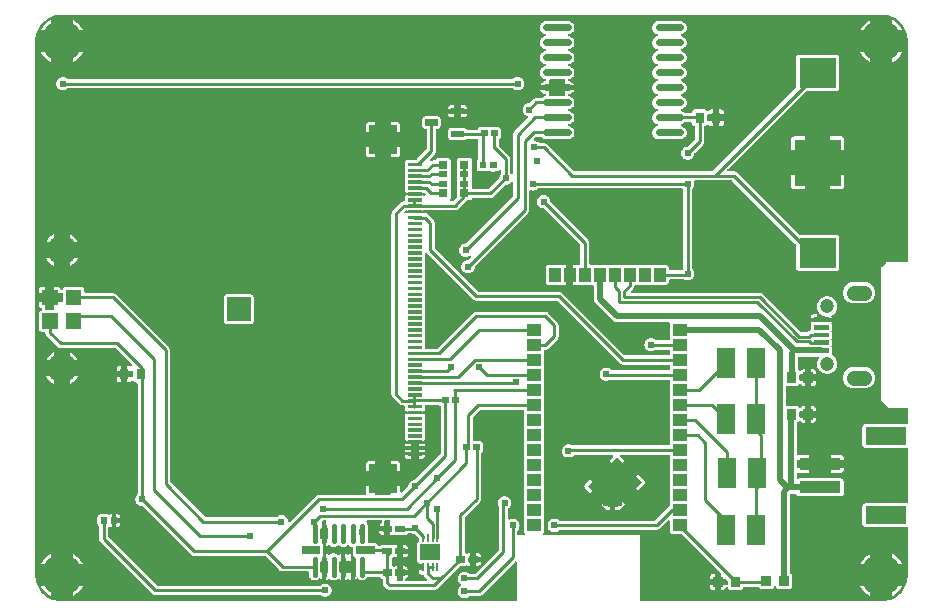
<source format=gtl>
G04 Layer: TopLayer*
G04 EasyEDA v6.4.25, 2021-09-15T07:48:06+01:00*
G04 1eb5522c02d34d8f89c77509865788c0,48bc864c7916494db8d10f71d93e82f1,10*
G04 Gerber Generator version 0.2*
G04 Scale: 100 percent, Rotated: No, Reflected: No *
G04 Dimensions in millimeters *
G04 leading zeros omitted , absolute positions ,4 integer and 5 decimal *
%FSLAX45Y45*%
%MOMM*%

%ADD10C,0.2540*%
%ADD11C,0.5080*%
%ADD12C,0.4480*%
%ADD13C,0.5740*%
%ADD14C,0.6096*%
%ADD15C,0.6100*%
%ADD16R,3.1699X2.5400*%
%ADD17R,3.9601X3.9601*%
%ADD19R,0.1999X0.7501*%
%ADD28R,3.4999X1.0000*%
%ADD29R,3.4000X1.4999*%
%ADD33R,0.8000X0.9000*%
%ADD35R,0.8000X0.6500*%
%ADD36R,0.8000X0.5000*%
%ADD37C,1.2000*%
%ADD38C,3.5000*%
%ADD39C,2.5000*%
%ADD40R,2.0000X2.0000*%
%ADD41C,1.3000*%

%LPD*%
G36*
X3317494Y-1558950D02*
G01*
X3314700Y-1558544D01*
X3311194Y-1556816D01*
X3305149Y-1554683D01*
X3301593Y-1552549D01*
X3299155Y-1549146D01*
X3298342Y-1545082D01*
X3299155Y-1541018D01*
X3301593Y-1537665D01*
X3305149Y-1535480D01*
X3309061Y-1534109D01*
X3312464Y-1533550D01*
X3314903Y-1533550D01*
X3318814Y-1534312D01*
X3322116Y-1536547D01*
X3327146Y-1541576D01*
X3329381Y-1544878D01*
X3330143Y-1548790D01*
X3329381Y-1552651D01*
X3327146Y-1555953D01*
X3323894Y-1558137D01*
X3319983Y-1558950D01*
G37*

%LPD*%
G36*
X3160217Y-1708962D02*
G01*
X3156305Y-1708150D01*
X3153003Y-1705965D01*
X3150819Y-1702663D01*
X3150057Y-1698802D01*
X3150819Y-1694891D01*
X3153003Y-1691589D01*
X3157982Y-1686610D01*
X3161284Y-1684426D01*
X3165195Y-1683664D01*
X3167837Y-1683664D01*
X3171190Y-1684223D01*
X3174847Y-1685493D01*
X3178403Y-1687626D01*
X3180842Y-1691030D01*
X3181654Y-1695094D01*
X3180842Y-1699158D01*
X3178403Y-1702511D01*
X3174847Y-1704695D01*
X3168802Y-1706778D01*
X3165246Y-1708556D01*
G37*

%LPD*%
G36*
X5020564Y-2911805D02*
G01*
X5016703Y-2910992D01*
X5013401Y-2908808D01*
X4487672Y-2383078D01*
X4481423Y-2377948D01*
X4474768Y-2374392D01*
X4467504Y-2372207D01*
X4459528Y-2371394D01*
X3780180Y-2371394D01*
X3776319Y-2370632D01*
X3773017Y-2368448D01*
X3411575Y-2007006D01*
X3409391Y-2003704D01*
X3408629Y-1999792D01*
X3408629Y-1790496D01*
X3407816Y-1782470D01*
X3405632Y-1775256D01*
X3402076Y-1768602D01*
X3396945Y-1762353D01*
X3352647Y-1718106D01*
X3346450Y-1712975D01*
X3339795Y-1709420D01*
X3332530Y-1707235D01*
X3324504Y-1706422D01*
X3311855Y-1706422D01*
X3308502Y-1705864D01*
X3305149Y-1704695D01*
X3301593Y-1702511D01*
X3299155Y-1699158D01*
X3298342Y-1695094D01*
X3299155Y-1691030D01*
X3301593Y-1687626D01*
X3305149Y-1685493D01*
X3308756Y-1684223D01*
X3312109Y-1683664D01*
X3579926Y-1683664D01*
X3587953Y-1682902D01*
X3595217Y-1680667D01*
X3601872Y-1677111D01*
X3608070Y-1672031D01*
X3678732Y-1601368D01*
X3681984Y-1599184D01*
X3685895Y-1598422D01*
X3699408Y-1598422D01*
X3705758Y-1597710D01*
X3711194Y-1595780D01*
X3716121Y-1592732D01*
X3720185Y-1588617D01*
X3723487Y-1583385D01*
X3725773Y-1580845D01*
X3728720Y-1579168D01*
X3732123Y-1578610D01*
X3879494Y-1578610D01*
X3887520Y-1577797D01*
X3894734Y-1575612D01*
X3901440Y-1572056D01*
X3907637Y-1566926D01*
X4005427Y-1469136D01*
X4008323Y-1467154D01*
X4011726Y-1466240D01*
X4019804Y-1465529D01*
X4029303Y-1462989D01*
X4038193Y-1458823D01*
X4046220Y-1453184D01*
X4054043Y-1445209D01*
X4057345Y-1442974D01*
X4061256Y-1442212D01*
X4065168Y-1442923D01*
X4068470Y-1445158D01*
X4070705Y-1448460D01*
X4071467Y-1452372D01*
X4071467Y-1559712D01*
X4070705Y-1563624D01*
X4068470Y-1566926D01*
X3674516Y-1960880D01*
X3671620Y-1962912D01*
X3668217Y-1963826D01*
X3660190Y-1964537D01*
X3650742Y-1967077D01*
X3641801Y-1971192D01*
X3633774Y-1976831D01*
X3626815Y-1983790D01*
X3621176Y-1991817D01*
X3617061Y-2000757D01*
X3614521Y-2010206D01*
X3613658Y-2020011D01*
X3614521Y-2029815D01*
X3617061Y-2039264D01*
X3621176Y-2048205D01*
X3626815Y-2056231D01*
X3633774Y-2063191D01*
X3641801Y-2068830D01*
X3650742Y-2072944D01*
X3660190Y-2075484D01*
X3669995Y-2076348D01*
X3679799Y-2075484D01*
X3689248Y-2072995D01*
X3699357Y-2068118D01*
X3703320Y-2067153D01*
X3707282Y-2067763D01*
X3710736Y-2069896D01*
X3713073Y-2073198D01*
X3713937Y-2077161D01*
X3713175Y-2081123D01*
X3710940Y-2084476D01*
X3694531Y-2100884D01*
X3691636Y-2102916D01*
X3688232Y-2103831D01*
X3680206Y-2104542D01*
X3670757Y-2107082D01*
X3661816Y-2111197D01*
X3653790Y-2116836D01*
X3646830Y-2123795D01*
X3641191Y-2131822D01*
X3637076Y-2140762D01*
X3634536Y-2150211D01*
X3633673Y-2160016D01*
X3634536Y-2169820D01*
X3637076Y-2179269D01*
X3641191Y-2188210D01*
X3646830Y-2196236D01*
X3653790Y-2203196D01*
X3661816Y-2208834D01*
X3670757Y-2212949D01*
X3680206Y-2215489D01*
X3690010Y-2216353D01*
X3699814Y-2215489D01*
X3709263Y-2212949D01*
X3718204Y-2208834D01*
X3726230Y-2203196D01*
X3733190Y-2196236D01*
X3738829Y-2188210D01*
X3742944Y-2179269D01*
X3745484Y-2169820D01*
X3746195Y-2161794D01*
X3747109Y-2158390D01*
X3749141Y-2155494D01*
X4196994Y-1707642D01*
X4202074Y-1701444D01*
X4205630Y-1694738D01*
X4207865Y-1687525D01*
X4208627Y-1679498D01*
X4208627Y-1522984D01*
X4209288Y-1519326D01*
X4211218Y-1516176D01*
X4214164Y-1513941D01*
X4217720Y-1512874D01*
X4221429Y-1513179D01*
X4230217Y-1515516D01*
X4240022Y-1516380D01*
X4249775Y-1515516D01*
X4259275Y-1512976D01*
X4268165Y-1508810D01*
X4276242Y-1503222D01*
X4277817Y-1501597D01*
X4281119Y-1499412D01*
X4285030Y-1498650D01*
X5501233Y-1498650D01*
X5505145Y-1499412D01*
X5508396Y-1501597D01*
X5510631Y-1504899D01*
X5511393Y-1508810D01*
X5511393Y-2175002D01*
X5510631Y-2178913D01*
X5508396Y-2182215D01*
X5506821Y-2183790D01*
X5504535Y-2187092D01*
X5502300Y-2189378D01*
X5499404Y-2190902D01*
X5496204Y-2191410D01*
X5398719Y-2191410D01*
X5394807Y-2190648D01*
X5391505Y-2188413D01*
X5389321Y-2185162D01*
X5388559Y-2181250D01*
X5388559Y-2170684D01*
X5387797Y-2164384D01*
X5385917Y-2158898D01*
X5382818Y-2154021D01*
X5378754Y-2149906D01*
X5373827Y-2146858D01*
X5368391Y-2144928D01*
X5362041Y-2144217D01*
X5263184Y-2144217D01*
X5256885Y-2144928D01*
X5252466Y-2146452D01*
X5249113Y-2147062D01*
X5245760Y-2146452D01*
X5241391Y-2144928D01*
X5235041Y-2144217D01*
X5136184Y-2144217D01*
X5129885Y-2144928D01*
X5125466Y-2146452D01*
X5122113Y-2147062D01*
X5118760Y-2146452D01*
X5114391Y-2144928D01*
X5108041Y-2144217D01*
X5009184Y-2144217D01*
X5002885Y-2144928D01*
X4998516Y-2146452D01*
X4995164Y-2147011D01*
X4991811Y-2146452D01*
X4987391Y-2144928D01*
X4981041Y-2144217D01*
X4882184Y-2144217D01*
X4875885Y-2144928D01*
X4871466Y-2146452D01*
X4868113Y-2147011D01*
X4864760Y-2146452D01*
X4860391Y-2144928D01*
X4854041Y-2144217D01*
X4755184Y-2144217D01*
X4748885Y-2144928D01*
X4744466Y-2146452D01*
X4741113Y-2147011D01*
X4737709Y-2146452D01*
X4733442Y-2144979D01*
X4725263Y-2144166D01*
X4721707Y-2143150D01*
X4718761Y-2140864D01*
X4716780Y-2137714D01*
X4716119Y-2134057D01*
X4716119Y-1957984D01*
X4715306Y-1949957D01*
X4713122Y-1942744D01*
X4709566Y-1936038D01*
X4704435Y-1929841D01*
X4389170Y-1614576D01*
X4387138Y-1611680D01*
X4386224Y-1608277D01*
X4385513Y-1600200D01*
X4382973Y-1590700D01*
X4378807Y-1581810D01*
X4373219Y-1573784D01*
X4366260Y-1566824D01*
X4358182Y-1561185D01*
X4349292Y-1557020D01*
X4339793Y-1554480D01*
X4330039Y-1553616D01*
X4320235Y-1554480D01*
X4310735Y-1557020D01*
X4301845Y-1561185D01*
X4293768Y-1566824D01*
X4286808Y-1573784D01*
X4281220Y-1581810D01*
X4277055Y-1590700D01*
X4274515Y-1600200D01*
X4273651Y-1610004D01*
X4274515Y-1619808D01*
X4277055Y-1629308D01*
X4281220Y-1638198D01*
X4286808Y-1646224D01*
X4293768Y-1653184D01*
X4301845Y-1658823D01*
X4310735Y-1662988D01*
X4320235Y-1665528D01*
X4328261Y-1666239D01*
X4331665Y-1667154D01*
X4334560Y-1669135D01*
X4635906Y-1970481D01*
X4638090Y-1973783D01*
X4638903Y-1977694D01*
X4638903Y-2134057D01*
X4638192Y-2137714D01*
X4636262Y-2140864D01*
X4633315Y-2143150D01*
X4629708Y-2144166D01*
X4621834Y-2144928D01*
X4617466Y-2146452D01*
X4614113Y-2147062D01*
X4610760Y-2146452D01*
X4606391Y-2144928D01*
X4600041Y-2144217D01*
X4581956Y-2144217D01*
X4581956Y-2193798D01*
X4591558Y-2193798D01*
X4595469Y-2194560D01*
X4598720Y-2196744D01*
X4600956Y-2200046D01*
X4601718Y-2203958D01*
X4601718Y-2256332D01*
X4600956Y-2260193D01*
X4598720Y-2263495D01*
X4595469Y-2265680D01*
X4591558Y-2266492D01*
X4581956Y-2266492D01*
X4581956Y-2316022D01*
X4600041Y-2316022D01*
X4606391Y-2315311D01*
X4610760Y-2313787D01*
X4614113Y-2313178D01*
X4617466Y-2313787D01*
X4621885Y-2315311D01*
X4628184Y-2316022D01*
X4727041Y-2316022D01*
X4733391Y-2315311D01*
X4737760Y-2313787D01*
X4741113Y-2313178D01*
X4746396Y-2314448D01*
X4749952Y-2316581D01*
X4752340Y-2319985D01*
X4753203Y-2324049D01*
X4753203Y-2434285D01*
X4753406Y-2438958D01*
X4754016Y-2443378D01*
X4754981Y-2447747D01*
X4756302Y-2452014D01*
X4758029Y-2456180D01*
X4760061Y-2460142D01*
X4762500Y-2463901D01*
X4765192Y-2467457D01*
X4768392Y-2470912D01*
X4913630Y-2616149D01*
X4917084Y-2619349D01*
X4920640Y-2622042D01*
X4924399Y-2624480D01*
X4928362Y-2626512D01*
X4932527Y-2628239D01*
X4936794Y-2629560D01*
X4941163Y-2630525D01*
X4945583Y-2631135D01*
X4950256Y-2631338D01*
X5388610Y-2631338D01*
X5392775Y-2632202D01*
X5396179Y-2634742D01*
X5398312Y-2638399D01*
X5398719Y-2642616D01*
X5398211Y-2647086D01*
X5398211Y-2745943D01*
X5398922Y-2752242D01*
X5400446Y-2756662D01*
X5401056Y-2760014D01*
X5400446Y-2763367D01*
X5398922Y-2767685D01*
X5398160Y-2775610D01*
X5397144Y-2779166D01*
X5394858Y-2782163D01*
X5391708Y-2784094D01*
X5388051Y-2784805D01*
X5288381Y-2784805D01*
X5284470Y-2783992D01*
X5281168Y-2781808D01*
X5276240Y-2776829D01*
X5268163Y-2771190D01*
X5259273Y-2767076D01*
X5249773Y-2764536D01*
X5240020Y-2763672D01*
X5230215Y-2764536D01*
X5220716Y-2767076D01*
X5211826Y-2771190D01*
X5203748Y-2776829D01*
X5196840Y-2783789D01*
X5191201Y-2791815D01*
X5187035Y-2800756D01*
X5184495Y-2810205D01*
X5183632Y-2820009D01*
X5184495Y-2829814D01*
X5187035Y-2839262D01*
X5191201Y-2848203D01*
X5196840Y-2856230D01*
X5203748Y-2863189D01*
X5211826Y-2868828D01*
X5220716Y-2872943D01*
X5230215Y-2875483D01*
X5240020Y-2876346D01*
X5249773Y-2875483D01*
X5259273Y-2872943D01*
X5268163Y-2868828D01*
X5275275Y-2863850D01*
X5278069Y-2862478D01*
X5281117Y-2862021D01*
X5388051Y-2862021D01*
X5391708Y-2862681D01*
X5394858Y-2864612D01*
X5397144Y-2867609D01*
X5398160Y-2871165D01*
X5398973Y-2879344D01*
X5400446Y-2883662D01*
X5401056Y-2887014D01*
X5400446Y-2890367D01*
X5398922Y-2894685D01*
X5398160Y-2902610D01*
X5397144Y-2906166D01*
X5394858Y-2909163D01*
X5391708Y-2911094D01*
X5388051Y-2911805D01*
G37*

%LPC*%
G36*
X4374184Y-2316022D02*
G01*
X4473041Y-2316022D01*
X4479391Y-2315311D01*
X4483760Y-2313787D01*
X4487113Y-2313178D01*
X4490466Y-2313787D01*
X4494885Y-2315311D01*
X4501184Y-2316022D01*
X4519269Y-2316022D01*
X4519269Y-2266492D01*
X4509719Y-2266492D01*
X4505807Y-2265680D01*
X4502505Y-2263495D01*
X4500321Y-2260193D01*
X4499559Y-2256332D01*
X4499559Y-2203958D01*
X4500321Y-2200046D01*
X4502505Y-2196744D01*
X4505807Y-2194560D01*
X4509719Y-2193798D01*
X4519269Y-2193798D01*
X4519269Y-2144217D01*
X4501184Y-2144217D01*
X4494885Y-2144928D01*
X4490466Y-2146452D01*
X4487113Y-2147062D01*
X4483760Y-2146452D01*
X4479391Y-2144928D01*
X4473041Y-2144217D01*
X4374184Y-2144217D01*
X4367885Y-2144928D01*
X4362399Y-2146858D01*
X4357522Y-2149906D01*
X4353407Y-2154021D01*
X4350359Y-2158898D01*
X4348429Y-2164384D01*
X4347718Y-2170684D01*
X4347718Y-2289556D01*
X4348429Y-2295855D01*
X4350359Y-2301341D01*
X4353407Y-2306218D01*
X4357522Y-2310333D01*
X4362399Y-2313381D01*
X4367885Y-2315311D01*
G37*

%LPD*%
G36*
X3098596Y-4821326D02*
G01*
X3094736Y-4820564D01*
X3091434Y-4818329D01*
X3089198Y-4815027D01*
X3088436Y-4811166D01*
X3088436Y-4769815D01*
X3081121Y-4769815D01*
X3077210Y-4769053D01*
X3073908Y-4766818D01*
X3071723Y-4763516D01*
X3070961Y-4759655D01*
X3070961Y-4740249D01*
X3071723Y-4736388D01*
X3073908Y-4733086D01*
X3077210Y-4730851D01*
X3081121Y-4730089D01*
X3088436Y-4730089D01*
X3088436Y-4697069D01*
X3075635Y-4697069D01*
X3069285Y-4697780D01*
X3063392Y-4699812D01*
X3060039Y-4700371D01*
X3056686Y-4699812D01*
X3050895Y-4697780D01*
X3047339Y-4695647D01*
X3044952Y-4692243D01*
X3044088Y-4688179D01*
X3044088Y-4631740D01*
X3044952Y-4627676D01*
X3047339Y-4624324D01*
X3050895Y-4622139D01*
X3056636Y-4620158D01*
X3059988Y-4619599D01*
X3063341Y-4620158D01*
X3069234Y-4622190D01*
X3075584Y-4622901D01*
X3088386Y-4622901D01*
X3088386Y-4589881D01*
X3081070Y-4589881D01*
X3077159Y-4589068D01*
X3073908Y-4586884D01*
X3071672Y-4583582D01*
X3070910Y-4579721D01*
X3070910Y-4560316D01*
X3071672Y-4556455D01*
X3073908Y-4553153D01*
X3077159Y-4550918D01*
X3081070Y-4550156D01*
X3088386Y-4550156D01*
X3088386Y-4517085D01*
X3075584Y-4517085D01*
X3069234Y-4517796D01*
X3063341Y-4519879D01*
X3059988Y-4520438D01*
X3056636Y-4519879D01*
X3050743Y-4517796D01*
X3044444Y-4517085D01*
X2966567Y-4517085D01*
X2960217Y-4517796D01*
X2951530Y-4521301D01*
X2948736Y-4521708D01*
X2932887Y-4521708D01*
X2928823Y-4520844D01*
X2925470Y-4518456D01*
X2923032Y-4514088D01*
X2919933Y-4509211D01*
X2915869Y-4505096D01*
X2910941Y-4502048D01*
X2905506Y-4500118D01*
X2899156Y-4499406D01*
X2850845Y-4499406D01*
X2846781Y-4498543D01*
X2843377Y-4496104D01*
X2841244Y-4492447D01*
X2840736Y-4488281D01*
X2841040Y-4484928D01*
X2841040Y-4435652D01*
X2842006Y-4431334D01*
X2842971Y-4429302D01*
X2845511Y-4419803D01*
X2846374Y-4410049D01*
X2845511Y-4400245D01*
X2842971Y-4390745D01*
X2842006Y-4388713D01*
X2841040Y-4384395D01*
X2841040Y-4353763D01*
X2840177Y-4344466D01*
X2837738Y-4335881D01*
X2833776Y-4327906D01*
X2831439Y-4324807D01*
X2829610Y-4320692D01*
X2829661Y-4316222D01*
X2831642Y-4312259D01*
X2835198Y-4309465D01*
X2839516Y-4308500D01*
X2956001Y-4308500D01*
X2959963Y-4309313D01*
X2963316Y-4311599D01*
X2965500Y-4315002D01*
X2966161Y-4318965D01*
X2965246Y-4322927D01*
X2962859Y-4326178D01*
X2959354Y-4328261D01*
X2954832Y-4329836D01*
X2949905Y-4332935D01*
X2945841Y-4336999D01*
X2942742Y-4341926D01*
X2940812Y-4347362D01*
X2940100Y-4353712D01*
X2940100Y-4360265D01*
X2979420Y-4360265D01*
X2979420Y-4318660D01*
X2980182Y-4314748D01*
X2982417Y-4311497D01*
X2985719Y-4309262D01*
X2989580Y-4308500D01*
X3021482Y-4308500D01*
X3025343Y-4309262D01*
X3028645Y-4311497D01*
X3030880Y-4314748D01*
X3031642Y-4318660D01*
X3031642Y-4360265D01*
X3038957Y-4360265D01*
X3042869Y-4361027D01*
X3046171Y-4363262D01*
X3048355Y-4366564D01*
X3049117Y-4370425D01*
X3049117Y-4389831D01*
X3048355Y-4393692D01*
X3046171Y-4396994D01*
X3042869Y-4399229D01*
X3038957Y-4399991D01*
X3031642Y-4399991D01*
X3031642Y-4433062D01*
X3044444Y-4433062D01*
X3050794Y-4432300D01*
X3056686Y-4430268D01*
X3060039Y-4429709D01*
X3063392Y-4430268D01*
X3069285Y-4432300D01*
X3075635Y-4433062D01*
X3153460Y-4433062D01*
X3159810Y-4432300D01*
X3165246Y-4430420D01*
X3170174Y-4427321D01*
X3176524Y-4420768D01*
X3179470Y-4419193D01*
X3182772Y-4418634D01*
X3209137Y-4418634D01*
X3213455Y-4419549D01*
X3220720Y-4422952D01*
X3230219Y-4425492D01*
X3238246Y-4426204D01*
X3241649Y-4427118D01*
X3244545Y-4429150D01*
X3268979Y-4453585D01*
X3270961Y-4456430D01*
X3271926Y-4459782D01*
X3272180Y-4462576D01*
X3273653Y-4467453D01*
X3274110Y-4470400D01*
X3274110Y-4483404D01*
X3273552Y-4486757D01*
X3271875Y-4489754D01*
X3268878Y-4492294D01*
X3264814Y-4496409D01*
X3261715Y-4501286D01*
X3259785Y-4506772D01*
X3259074Y-4513072D01*
X3259074Y-4646930D01*
X3259785Y-4653280D01*
X3261715Y-4658715D01*
X3264814Y-4663643D01*
X3271875Y-4670298D01*
X3273552Y-4673244D01*
X3274110Y-4676597D01*
X3274110Y-4679899D01*
X3303828Y-4679899D01*
X3307537Y-4680610D01*
X3310737Y-4682591D01*
X3312972Y-4685639D01*
X3313937Y-4689246D01*
X3313531Y-4693005D01*
X3312210Y-4697476D01*
X3311398Y-4705502D01*
X3311398Y-4719929D01*
X3310636Y-4723841D01*
X3308400Y-4727143D01*
X3305149Y-4729327D01*
X3301237Y-4730089D01*
X3274110Y-4730089D01*
X3274110Y-4741926D01*
X3274822Y-4748276D01*
X3276701Y-4753711D01*
X3279800Y-4758639D01*
X3283915Y-4762703D01*
X3288792Y-4765802D01*
X3294278Y-4767732D01*
X3300679Y-4768443D01*
X3305149Y-4768545D01*
X3308654Y-4769205D01*
X3311702Y-4771085D01*
X3313887Y-4773879D01*
X3317951Y-4781448D01*
X3323082Y-4787696D01*
X3339337Y-4804003D01*
X3341573Y-4807254D01*
X3342335Y-4811166D01*
X3341573Y-4815027D01*
X3339337Y-4818329D01*
X3336086Y-4820564D01*
X3332175Y-4821326D01*
X3164789Y-4821326D01*
X3160826Y-4820513D01*
X3157524Y-4818227D01*
X3155340Y-4814824D01*
X3154629Y-4810861D01*
X3155594Y-4806899D01*
X3157982Y-4803648D01*
X3161436Y-4801565D01*
X3165246Y-4800244D01*
X3170174Y-4797145D01*
X3174238Y-4793081D01*
X3177336Y-4788154D01*
X3179267Y-4782718D01*
X3179978Y-4776368D01*
X3179978Y-4769815D01*
X3140659Y-4769815D01*
X3140659Y-4811166D01*
X3139897Y-4815027D01*
X3137662Y-4818329D01*
X3134360Y-4820564D01*
X3130499Y-4821326D01*
G37*

%LPC*%
G36*
X3140659Y-4730089D02*
G01*
X3179978Y-4730089D01*
X3179978Y-4723536D01*
X3179267Y-4717186D01*
X3177336Y-4711750D01*
X3174238Y-4706823D01*
X3170174Y-4702759D01*
X3165246Y-4699660D01*
X3159810Y-4697780D01*
X3153460Y-4697069D01*
X3140659Y-4697069D01*
G37*
G36*
X3140608Y-4622901D02*
G01*
X3153460Y-4622901D01*
X3159760Y-4622190D01*
X3165246Y-4620310D01*
X3170123Y-4617212D01*
X3174238Y-4613148D01*
X3177286Y-4608220D01*
X3179216Y-4602784D01*
X3179927Y-4596434D01*
X3179927Y-4589881D01*
X3140608Y-4589881D01*
G37*
G36*
X3140608Y-4550156D02*
G01*
X3179927Y-4550156D01*
X3179927Y-4543602D01*
X3179216Y-4537252D01*
X3177286Y-4531817D01*
X3174238Y-4526889D01*
X3170123Y-4522825D01*
X3165246Y-4519726D01*
X3159760Y-4517796D01*
X3153460Y-4517085D01*
X3140608Y-4517085D01*
G37*
G36*
X2966618Y-4433062D02*
G01*
X2979420Y-4433062D01*
X2979420Y-4399991D01*
X2940100Y-4399991D01*
X2940100Y-4406544D01*
X2940812Y-4412894D01*
X2942742Y-4418330D01*
X2945841Y-4423257D01*
X2949905Y-4427321D01*
X2954832Y-4430420D01*
X2960268Y-4432300D01*
G37*

%LPD*%
G36*
X250748Y-4994097D02*
G01*
X230022Y-4993182D01*
X210667Y-4990592D01*
X191566Y-4986324D01*
X172974Y-4980381D01*
X154889Y-4972862D01*
X137566Y-4963820D01*
X121107Y-4953304D01*
X105664Y-4941366D01*
X91236Y-4928108D01*
X78079Y-4913680D01*
X66192Y-4898136D01*
X55727Y-4881676D01*
X46736Y-4864303D01*
X39319Y-4846218D01*
X33477Y-4827574D01*
X29260Y-4808474D01*
X26771Y-4789119D01*
X25908Y-4769256D01*
X25908Y-250748D01*
X26822Y-230022D01*
X29413Y-210667D01*
X33680Y-191617D01*
X39624Y-172974D01*
X47142Y-154940D01*
X56184Y-137617D01*
X66700Y-121158D01*
X78638Y-105664D01*
X91897Y-91287D01*
X106324Y-78079D01*
X121869Y-66243D01*
X138379Y-55778D01*
X155702Y-46786D01*
X173786Y-39319D01*
X192430Y-33477D01*
X211531Y-29311D01*
X230936Y-26771D01*
X250748Y-25908D01*
X7189317Y-25908D01*
X7209993Y-26873D01*
X7229348Y-29464D01*
X7248398Y-33731D01*
X7267041Y-39624D01*
X7285075Y-47142D01*
X7302398Y-56184D01*
X7318857Y-66751D01*
X7334351Y-78689D01*
X7348728Y-91897D01*
X7361936Y-106324D01*
X7373772Y-121869D01*
X7384237Y-138379D01*
X7393228Y-155702D01*
X7400696Y-173786D01*
X7406538Y-192430D01*
X7410703Y-211531D01*
X7413244Y-230936D01*
X7414107Y-250850D01*
X7414107Y-2108352D01*
X7413345Y-2112264D01*
X7411110Y-2115515D01*
X7407859Y-2117750D01*
X7403947Y-2118512D01*
X7246061Y-2118512D01*
X7242352Y-2118817D01*
X7235291Y-2120849D01*
X7230364Y-2123592D01*
X7227163Y-2126284D01*
X7191908Y-2161336D01*
X7189368Y-2164232D01*
X7185863Y-2170684D01*
X7184288Y-2176068D01*
X7183983Y-2180386D01*
X7183983Y-3279648D01*
X7184288Y-3283458D01*
X7186320Y-3290519D01*
X7189063Y-3295396D01*
X7191857Y-3298647D01*
X7241336Y-3348126D01*
X7244232Y-3350615D01*
X7250684Y-3354171D01*
X7256068Y-3355695D01*
X7260336Y-3356000D01*
X7403947Y-3356000D01*
X7407808Y-3356762D01*
X7411110Y-3358997D01*
X7413294Y-3362248D01*
X7414107Y-3366160D01*
X7414107Y-3485184D01*
X7413396Y-3488893D01*
X7411364Y-3492093D01*
X7408316Y-3494328D01*
X7404608Y-3495294D01*
X7394498Y-3494125D01*
X7055662Y-3494125D01*
X7049312Y-3494836D01*
X7043877Y-3496767D01*
X7038949Y-3499865D01*
X7034885Y-3503929D01*
X7031786Y-3508857D01*
X7029907Y-3514293D01*
X7029196Y-3520592D01*
X7029196Y-3669487D01*
X7029907Y-3675786D01*
X7031786Y-3681222D01*
X7034885Y-3686149D01*
X7038949Y-3690213D01*
X7043877Y-3693312D01*
X7049312Y-3695242D01*
X7055662Y-3695954D01*
X7394498Y-3695954D01*
X7404608Y-3694785D01*
X7408316Y-3695750D01*
X7411364Y-3697986D01*
X7413396Y-3701186D01*
X7414107Y-3704894D01*
X7414107Y-4155186D01*
X7413396Y-4158894D01*
X7411364Y-4162094D01*
X7408316Y-4164329D01*
X7404608Y-4165295D01*
X7394498Y-4164126D01*
X7055662Y-4164126D01*
X7049312Y-4164837D01*
X7043877Y-4166768D01*
X7038949Y-4169867D01*
X7034885Y-4173931D01*
X7031786Y-4178858D01*
X7029907Y-4184294D01*
X7029196Y-4190593D01*
X7029196Y-4339488D01*
X7029907Y-4345787D01*
X7031786Y-4351223D01*
X7034885Y-4356150D01*
X7038949Y-4360214D01*
X7043877Y-4363313D01*
X7049312Y-4365244D01*
X7055662Y-4365955D01*
X7394498Y-4365955D01*
X7404608Y-4364786D01*
X7408316Y-4365752D01*
X7411364Y-4367987D01*
X7413396Y-4371187D01*
X7414107Y-4374896D01*
X7414107Y-4769256D01*
X7413142Y-4789982D01*
X7410551Y-4809337D01*
X7406284Y-4828438D01*
X7400391Y-4847082D01*
X7392873Y-4865116D01*
X7383830Y-4882438D01*
X7373264Y-4898898D01*
X7361326Y-4914392D01*
X7348118Y-4928768D01*
X7333691Y-4941925D01*
X7318146Y-4953812D01*
X7301636Y-4964277D01*
X7284262Y-4973269D01*
X7266228Y-4980686D01*
X7247585Y-4986528D01*
X7228484Y-4990744D01*
X7209078Y-4993233D01*
X7189266Y-4994097D01*
X5155184Y-4994097D01*
X5151272Y-4993335D01*
X5147970Y-4991150D01*
X5145786Y-4987848D01*
X5145024Y-4983937D01*
X5145024Y-4436008D01*
X5144008Y-4434992D01*
X4334560Y-4434992D01*
X4330700Y-4434230D01*
X4327398Y-4432046D01*
X4325213Y-4428744D01*
X4324400Y-4424832D01*
X4325213Y-4420971D01*
X4327398Y-4417669D01*
X4330344Y-4414723D01*
X4333392Y-4409846D01*
X4335322Y-4404360D01*
X4336034Y-4398060D01*
X4336034Y-4299204D01*
X4335322Y-4292854D01*
X4333798Y-4288485D01*
X4333189Y-4285132D01*
X4333798Y-4281779D01*
X4335322Y-4277360D01*
X4336034Y-4271060D01*
X4336034Y-4172204D01*
X4335322Y-4165854D01*
X4333798Y-4161485D01*
X4333189Y-4158132D01*
X4333798Y-4154779D01*
X4335322Y-4150360D01*
X4336034Y-4144060D01*
X4336034Y-4045204D01*
X4335322Y-4038854D01*
X4333798Y-4034485D01*
X4333189Y-4031132D01*
X4333798Y-4027779D01*
X4335322Y-4023360D01*
X4336034Y-4017060D01*
X4336034Y-3918204D01*
X4335322Y-3911854D01*
X4333798Y-3907485D01*
X4333189Y-3904132D01*
X4333798Y-3900779D01*
X4335322Y-3896360D01*
X4336034Y-3890060D01*
X4336034Y-3791204D01*
X4335322Y-3784854D01*
X4333798Y-3780485D01*
X4333189Y-3777132D01*
X4333798Y-3773779D01*
X4335322Y-3769360D01*
X4336034Y-3763060D01*
X4336034Y-3664204D01*
X4335322Y-3657854D01*
X4333798Y-3653485D01*
X4333189Y-3650132D01*
X4333798Y-3646779D01*
X4335322Y-3642360D01*
X4336034Y-3636060D01*
X4336034Y-3537204D01*
X4335322Y-3530854D01*
X4333798Y-3526485D01*
X4333189Y-3523132D01*
X4333798Y-3519779D01*
X4335322Y-3515360D01*
X4336034Y-3509060D01*
X4336034Y-3410204D01*
X4335322Y-3403854D01*
X4333798Y-3399485D01*
X4333189Y-3396132D01*
X4333798Y-3392779D01*
X4335322Y-3388360D01*
X4336034Y-3382060D01*
X4336034Y-3283204D01*
X4335322Y-3276854D01*
X4333798Y-3272485D01*
X4333189Y-3269132D01*
X4333798Y-3265779D01*
X4335322Y-3261360D01*
X4336034Y-3255060D01*
X4336034Y-3156204D01*
X4335322Y-3149854D01*
X4333798Y-3145485D01*
X4333189Y-3142132D01*
X4333798Y-3138779D01*
X4335322Y-3134360D01*
X4336034Y-3128060D01*
X4336034Y-3029204D01*
X4335322Y-3022854D01*
X4333798Y-3018485D01*
X4333189Y-3015132D01*
X4333798Y-3011779D01*
X4335322Y-3007360D01*
X4336034Y-3001060D01*
X4336034Y-2902204D01*
X4335322Y-2895854D01*
X4333798Y-2891485D01*
X4333189Y-2888132D01*
X4333798Y-2884779D01*
X4335272Y-2880461D01*
X4336084Y-2872384D01*
X4336999Y-2869031D01*
X4338980Y-2866186D01*
X4341825Y-2864154D01*
X4345178Y-2863240D01*
X4353052Y-2862427D01*
X4360265Y-2860243D01*
X4366971Y-2856687D01*
X4373168Y-2851607D01*
X4445152Y-2779318D01*
X4450232Y-2773172D01*
X4453788Y-2766466D01*
X4455972Y-2759252D01*
X4456785Y-2751226D01*
X4456785Y-2656738D01*
X4455972Y-2648712D01*
X4453788Y-2641498D01*
X4450232Y-2634792D01*
X4445101Y-2628595D01*
X4369612Y-2553106D01*
X4363415Y-2547975D01*
X4356709Y-2544419D01*
X4349496Y-2542235D01*
X4341469Y-2541422D01*
X3760571Y-2541422D01*
X3752545Y-2542235D01*
X3745331Y-2544419D01*
X3738626Y-2547975D01*
X3732428Y-2553106D01*
X3432098Y-2853385D01*
X3428796Y-2855620D01*
X3424885Y-2856382D01*
X3336036Y-2856382D01*
X3332175Y-2855620D01*
X3328873Y-2853385D01*
X3326688Y-2850134D01*
X3325926Y-2846222D01*
X3325926Y-2830626D01*
X3325164Y-2824327D01*
X3324301Y-2820111D01*
X3325164Y-2815844D01*
X3325926Y-2809544D01*
X3325926Y-2780639D01*
X3325164Y-2774340D01*
X3324301Y-2770073D01*
X3325164Y-2765806D01*
X3325926Y-2759506D01*
X3325926Y-2730652D01*
X3325164Y-2724353D01*
X3324301Y-2720086D01*
X3325164Y-2715818D01*
X3325926Y-2709519D01*
X3325926Y-2680665D01*
X3325164Y-2674366D01*
X3324301Y-2670098D01*
X3325164Y-2665831D01*
X3325926Y-2659532D01*
X3325926Y-2630627D01*
X3325164Y-2624328D01*
X3324301Y-2620111D01*
X3325164Y-2615844D01*
X3325926Y-2609545D01*
X3325926Y-2580640D01*
X3325164Y-2574340D01*
X3324301Y-2570073D01*
X3325164Y-2565806D01*
X3325926Y-2559507D01*
X3325926Y-2530652D01*
X3325164Y-2524353D01*
X3324301Y-2520086D01*
X3325164Y-2515819D01*
X3325926Y-2509520D01*
X3325926Y-2480665D01*
X3325164Y-2474366D01*
X3324301Y-2470099D01*
X3325164Y-2465832D01*
X3325926Y-2459532D01*
X3325926Y-2430627D01*
X3325164Y-2424328D01*
X3324301Y-2420112D01*
X3325164Y-2415844D01*
X3325926Y-2409545D01*
X3325926Y-2380640D01*
X3325164Y-2374341D01*
X3324301Y-2370074D01*
X3325164Y-2365806D01*
X3325926Y-2359507D01*
X3325926Y-2330653D01*
X3325164Y-2324354D01*
X3324301Y-2320086D01*
X3325164Y-2315819D01*
X3325926Y-2309520D01*
X3325926Y-2280666D01*
X3325164Y-2274366D01*
X3324301Y-2270099D01*
X3325164Y-2265832D01*
X3325926Y-2259533D01*
X3325926Y-2230628D01*
X3325164Y-2224328D01*
X3324301Y-2220112D01*
X3325164Y-2215845D01*
X3325926Y-2209546D01*
X3325926Y-2180640D01*
X3325164Y-2174341D01*
X3324301Y-2170074D01*
X3325164Y-2165807D01*
X3325926Y-2159508D01*
X3325926Y-2130653D01*
X3325164Y-2124354D01*
X3324301Y-2120087D01*
X3325164Y-2115820D01*
X3325926Y-2109520D01*
X3325926Y-2080666D01*
X3325164Y-2074367D01*
X3324301Y-2070100D01*
X3325164Y-2065832D01*
X3325926Y-2059533D01*
X3325926Y-2055063D01*
X3326688Y-2051151D01*
X3328873Y-2047849D01*
X3332175Y-2045665D01*
X3336036Y-2044903D01*
X3339947Y-2045665D01*
X3343249Y-2047849D01*
X3732326Y-2436977D01*
X3738575Y-2442057D01*
X3745229Y-2445613D01*
X3752494Y-2447848D01*
X3760520Y-2448610D01*
X4439818Y-2448610D01*
X4443679Y-2449372D01*
X4446981Y-2451608D01*
X4972710Y-2977337D01*
X4978958Y-2982468D01*
X4985613Y-2986024D01*
X4992878Y-2988208D01*
X5000904Y-2989021D01*
X5388051Y-2989021D01*
X5391708Y-2989681D01*
X5394858Y-2991612D01*
X5397144Y-2994609D01*
X5398160Y-2998165D01*
X5398973Y-3006344D01*
X5400446Y-3010662D01*
X5401056Y-3014014D01*
X5400446Y-3017367D01*
X5398922Y-3021685D01*
X5398160Y-3029610D01*
X5397144Y-3033166D01*
X5394858Y-3036163D01*
X5391708Y-3038094D01*
X5388051Y-3038805D01*
X4911953Y-3038805D01*
X4908753Y-3038246D01*
X4905908Y-3036773D01*
X4896256Y-3026867D01*
X4888179Y-3021228D01*
X4879289Y-3017062D01*
X4869789Y-3014522D01*
X4860036Y-3013659D01*
X4850231Y-3014522D01*
X4840732Y-3017062D01*
X4831842Y-3021228D01*
X4823764Y-3026867D01*
X4816856Y-3033776D01*
X4811217Y-3041853D01*
X4807051Y-3050743D01*
X4804511Y-3060242D01*
X4803648Y-3070047D01*
X4804511Y-3079800D01*
X4807051Y-3089300D01*
X4811217Y-3098190D01*
X4816856Y-3106267D01*
X4823764Y-3113176D01*
X4831842Y-3118815D01*
X4840732Y-3122980D01*
X4850231Y-3125520D01*
X4860036Y-3126384D01*
X4869789Y-3125520D01*
X4879289Y-3122980D01*
X4888179Y-3118815D01*
X4892344Y-3116478D01*
X4895443Y-3116021D01*
X5388051Y-3116021D01*
X5391708Y-3116681D01*
X5394858Y-3118612D01*
X5397144Y-3121609D01*
X5398160Y-3125165D01*
X5398973Y-3133344D01*
X5400446Y-3137662D01*
X5401056Y-3141014D01*
X5400446Y-3144367D01*
X5398922Y-3148736D01*
X5398211Y-3155086D01*
X5398211Y-3253943D01*
X5398922Y-3260242D01*
X5400446Y-3264662D01*
X5401056Y-3268014D01*
X5400446Y-3271367D01*
X5398922Y-3275736D01*
X5398211Y-3282086D01*
X5398211Y-3380943D01*
X5398922Y-3387242D01*
X5400446Y-3391662D01*
X5401056Y-3395014D01*
X5400446Y-3398367D01*
X5398922Y-3402736D01*
X5398211Y-3409086D01*
X5398211Y-3507943D01*
X5398922Y-3514242D01*
X5400446Y-3518662D01*
X5401056Y-3522014D01*
X5400446Y-3525367D01*
X5398922Y-3529736D01*
X5398211Y-3536086D01*
X5398211Y-3634943D01*
X5398922Y-3641242D01*
X5400446Y-3645662D01*
X5401056Y-3649014D01*
X5400446Y-3652367D01*
X5398973Y-3656685D01*
X5398160Y-3664712D01*
X5397144Y-3668268D01*
X5394858Y-3671265D01*
X5391708Y-3673195D01*
X5388051Y-3673906D01*
X4575200Y-3673906D01*
X4572152Y-3673398D01*
X4568190Y-3671214D01*
X4559249Y-3667048D01*
X4549800Y-3664508D01*
X4539996Y-3663645D01*
X4530191Y-3664508D01*
X4520742Y-3667048D01*
X4511802Y-3671214D01*
X4503775Y-3676853D01*
X4496816Y-3683762D01*
X4491177Y-3691839D01*
X4487062Y-3700729D01*
X4484522Y-3710228D01*
X4483658Y-3720033D01*
X4484522Y-3729786D01*
X4487062Y-3739286D01*
X4491177Y-3748176D01*
X4496816Y-3756253D01*
X4503775Y-3763162D01*
X4511802Y-3768801D01*
X4520742Y-3772966D01*
X4530191Y-3775506D01*
X4539996Y-3776370D01*
X4549800Y-3775506D01*
X4559249Y-3772966D01*
X4568190Y-3768801D01*
X4576216Y-3763162D01*
X4583176Y-3756253D01*
X4585970Y-3753104D01*
X4588865Y-3751630D01*
X4592066Y-3751122D01*
X4908296Y-3751122D01*
X4912156Y-3751884D01*
X4915458Y-3754069D01*
X4917643Y-3757371D01*
X4918456Y-3761282D01*
X4917643Y-3765143D01*
X4915458Y-3768445D01*
X4881422Y-3802481D01*
X4939385Y-3860444D01*
X4947412Y-3852468D01*
X4950663Y-3850284D01*
X4954574Y-3849471D01*
X4958486Y-3850284D01*
X4961737Y-3852468D01*
X4963464Y-3854145D01*
X5015128Y-3802481D01*
X4981092Y-3768445D01*
X4978908Y-3765143D01*
X4978095Y-3761282D01*
X4978908Y-3757371D01*
X4981092Y-3754069D01*
X4984394Y-3751884D01*
X4988255Y-3751122D01*
X5388051Y-3751122D01*
X5391708Y-3751783D01*
X5394858Y-3753713D01*
X5397144Y-3756710D01*
X5398160Y-3760266D01*
X5398973Y-3768344D01*
X5400446Y-3772662D01*
X5401056Y-3776014D01*
X5400446Y-3779367D01*
X5398922Y-3783736D01*
X5398211Y-3790086D01*
X5398211Y-3888943D01*
X5398922Y-3895242D01*
X5400446Y-3899662D01*
X5401056Y-3903014D01*
X5400446Y-3906367D01*
X5398922Y-3910736D01*
X5398211Y-3917086D01*
X5398211Y-4015943D01*
X5398922Y-4022242D01*
X5400446Y-4026662D01*
X5401056Y-4030014D01*
X5400446Y-4033367D01*
X5398922Y-4037736D01*
X5398211Y-4044086D01*
X5398211Y-4142943D01*
X5398922Y-4149242D01*
X5400446Y-4153662D01*
X5401056Y-4157014D01*
X5400446Y-4160367D01*
X5398922Y-4164736D01*
X5398211Y-4171086D01*
X5398211Y-4181500D01*
X5397246Y-4185818D01*
X5394502Y-4189374D01*
X5389524Y-4193438D01*
X5274513Y-4308398D01*
X5271262Y-4310634D01*
X5267350Y-4311396D01*
X4465015Y-4311396D01*
X4461103Y-4310634D01*
X4457801Y-4308398D01*
X4456226Y-4306824D01*
X4448200Y-4301185D01*
X4439259Y-4297070D01*
X4429810Y-4294530D01*
X4420006Y-4293666D01*
X4410202Y-4294530D01*
X4400753Y-4297070D01*
X4391812Y-4301185D01*
X4383786Y-4306824D01*
X4376826Y-4313783D01*
X4371187Y-4321810D01*
X4367072Y-4330750D01*
X4364532Y-4340199D01*
X4363669Y-4350004D01*
X4364532Y-4359808D01*
X4367072Y-4369257D01*
X4371187Y-4378198D01*
X4376826Y-4386224D01*
X4383786Y-4393184D01*
X4391812Y-4398822D01*
X4400753Y-4402937D01*
X4410202Y-4405477D01*
X4420006Y-4406341D01*
X4429810Y-4405477D01*
X4439259Y-4402937D01*
X4448200Y-4398822D01*
X4456226Y-4393184D01*
X4457801Y-4391609D01*
X4461103Y-4389374D01*
X4465015Y-4388612D01*
X5287060Y-4388612D01*
X5295087Y-4387799D01*
X5302300Y-4385614D01*
X5308955Y-4382058D01*
X5315204Y-4376928D01*
X5380888Y-4311294D01*
X5384139Y-4309059D01*
X5388051Y-4308297D01*
X5391962Y-4309059D01*
X5395214Y-4311294D01*
X5397449Y-4314596D01*
X5398211Y-4318457D01*
X5398211Y-4396943D01*
X5398922Y-4403242D01*
X5400852Y-4408728D01*
X5403900Y-4413605D01*
X5408015Y-4417720D01*
X5412892Y-4420768D01*
X5418378Y-4422698D01*
X5424678Y-4423410D01*
X5489905Y-4423410D01*
X5493816Y-4424172D01*
X5497118Y-4426407D01*
X5828233Y-4757470D01*
X5830417Y-4760772D01*
X5831179Y-4764684D01*
X5831179Y-4802073D01*
X5868568Y-4802073D01*
X5872480Y-4802835D01*
X5875782Y-4805019D01*
X5886094Y-4815382D01*
X5888329Y-4818684D01*
X5889091Y-4822596D01*
X5889091Y-4847793D01*
X5888329Y-4851704D01*
X5886094Y-4855006D01*
X5882843Y-4857191D01*
X5878931Y-4857953D01*
X5831179Y-4857953D01*
X5831179Y-4899101D01*
X5844438Y-4899101D01*
X5850737Y-4898390D01*
X5856224Y-4896510D01*
X5861100Y-4893411D01*
X5865215Y-4889347D01*
X5868263Y-4884420D01*
X5870397Y-4878374D01*
X5872530Y-4874818D01*
X5875934Y-4872380D01*
X5879998Y-4871567D01*
X5884062Y-4872380D01*
X5887466Y-4874818D01*
X5889599Y-4878374D01*
X5891733Y-4884420D01*
X5894781Y-4889347D01*
X5898896Y-4893411D01*
X5903772Y-4896510D01*
X5909259Y-4898390D01*
X5915558Y-4899101D01*
X5995060Y-4899101D01*
X6001410Y-4898390D01*
X6006846Y-4896510D01*
X6011773Y-4893411D01*
X6015837Y-4889347D01*
X6018936Y-4884420D01*
X6020866Y-4878984D01*
X6022086Y-4874107D01*
X6024321Y-4871212D01*
X6027470Y-4869281D01*
X6031077Y-4868621D01*
X6141821Y-4868621D01*
X6145174Y-4869180D01*
X6148171Y-4870856D01*
X6150457Y-4873396D01*
X6154166Y-4879340D01*
X6158230Y-4883404D01*
X6163157Y-4886502D01*
X6168593Y-4888433D01*
X6174943Y-4889144D01*
X6254445Y-4889144D01*
X6260744Y-4888433D01*
X6266230Y-4886502D01*
X6271107Y-4883404D01*
X6275222Y-4879340D01*
X6278270Y-4874412D01*
X6280404Y-4868367D01*
X6282537Y-4864811D01*
X6285941Y-4862372D01*
X6290005Y-4861560D01*
X6294069Y-4862372D01*
X6297472Y-4864811D01*
X6299606Y-4868367D01*
X6301740Y-4874412D01*
X6304788Y-4879340D01*
X6308902Y-4883404D01*
X6313779Y-4886502D01*
X6319266Y-4888433D01*
X6325565Y-4889144D01*
X6405067Y-4889144D01*
X6411417Y-4888433D01*
X6416852Y-4886502D01*
X6421780Y-4883404D01*
X6425844Y-4879340D01*
X6428943Y-4874412D01*
X6430822Y-4868976D01*
X6431534Y-4862626D01*
X6431534Y-4777384D01*
X6430822Y-4771085D01*
X6428943Y-4765598D01*
X6425844Y-4760722D01*
X6418834Y-4754118D01*
X6417208Y-4751120D01*
X6416649Y-4747768D01*
X6416649Y-4091584D01*
X6417411Y-4087672D01*
X6419596Y-4084421D01*
X6422898Y-4082186D01*
X6426809Y-4081424D01*
X6461150Y-4081424D01*
X6465214Y-4082287D01*
X6468567Y-4084675D01*
X6470751Y-4088231D01*
X6471767Y-4091228D01*
X6474866Y-4096156D01*
X6478981Y-4100220D01*
X6483858Y-4103319D01*
X6489344Y-4105249D01*
X6495643Y-4105960D01*
X6844487Y-4105960D01*
X6850786Y-4105249D01*
X6856272Y-4103319D01*
X6861149Y-4100220D01*
X6865264Y-4096156D01*
X6868363Y-4091228D01*
X6870242Y-4085793D01*
X6870953Y-4079494D01*
X6870953Y-3980586D01*
X6870242Y-3974287D01*
X6868363Y-3968851D01*
X6865264Y-3963924D01*
X6861149Y-3959860D01*
X6856272Y-3956761D01*
X6850786Y-3954830D01*
X6844487Y-3954119D01*
X6495643Y-3954119D01*
X6489344Y-3954830D01*
X6485788Y-3956100D01*
X6481978Y-3956659D01*
X6478219Y-3955745D01*
X6475069Y-3953510D01*
X6472986Y-3950258D01*
X6472275Y-3946499D01*
X6472275Y-3913581D01*
X6472986Y-3909822D01*
X6475069Y-3906570D01*
X6478219Y-3904335D01*
X6481978Y-3903421D01*
X6485788Y-3903979D01*
X6489344Y-3905250D01*
X6495643Y-3905961D01*
X6576212Y-3905961D01*
X6576212Y-3861409D01*
X6482435Y-3861409D01*
X6478524Y-3860596D01*
X6475272Y-3858412D01*
X6473037Y-3855110D01*
X6472275Y-3851249D01*
X6472275Y-3808831D01*
X6473037Y-3804970D01*
X6475272Y-3801668D01*
X6478524Y-3799484D01*
X6482435Y-3798671D01*
X6576212Y-3798671D01*
X6576212Y-3754120D01*
X6495643Y-3754120D01*
X6489344Y-3754831D01*
X6485788Y-3756101D01*
X6481978Y-3756660D01*
X6478219Y-3755745D01*
X6475069Y-3753510D01*
X6472986Y-3750259D01*
X6472275Y-3746500D01*
X6472275Y-3488639D01*
X6473139Y-3484575D01*
X6475526Y-3481171D01*
X6479082Y-3479037D01*
X6481216Y-3478276D01*
X6486144Y-3475228D01*
X6490208Y-3471113D01*
X6491427Y-3469233D01*
X6494221Y-3466287D01*
X6497980Y-3464712D01*
X6502044Y-3464712D01*
X6505803Y-3466287D01*
X6508597Y-3469233D01*
X6509766Y-3471113D01*
X6513880Y-3475228D01*
X6518757Y-3478276D01*
X6524244Y-3480206D01*
X6530543Y-3480917D01*
X6543649Y-3480917D01*
X6543649Y-3438855D01*
X6506108Y-3438855D01*
X6502196Y-3438093D01*
X6498894Y-3435908D01*
X6496710Y-3432606D01*
X6495948Y-3428695D01*
X6495948Y-3391306D01*
X6496710Y-3387445D01*
X6498894Y-3384143D01*
X6502196Y-3381959D01*
X6506108Y-3381146D01*
X6543649Y-3381146D01*
X6543649Y-3339084D01*
X6530543Y-3339084D01*
X6524244Y-3339795D01*
X6518757Y-3341725D01*
X6513880Y-3344824D01*
X6509766Y-3348888D01*
X6508597Y-3350768D01*
X6505803Y-3353714D01*
X6502044Y-3355340D01*
X6497980Y-3355340D01*
X6494221Y-3353714D01*
X6491427Y-3350768D01*
X6490208Y-3348888D01*
X6486144Y-3344824D01*
X6481216Y-3341725D01*
X6475780Y-3339795D01*
X6469430Y-3339084D01*
X6391503Y-3339084D01*
X6387592Y-3338322D01*
X6384340Y-3336137D01*
X6382105Y-3332835D01*
X6381343Y-3328924D01*
X6381343Y-3181096D01*
X6382105Y-3177184D01*
X6384340Y-3173882D01*
X6387592Y-3171698D01*
X6391503Y-3170936D01*
X6469430Y-3170936D01*
X6475780Y-3170224D01*
X6481216Y-3168294D01*
X6486144Y-3165195D01*
X6490208Y-3161131D01*
X6491427Y-3159252D01*
X6494221Y-3156305D01*
X6497980Y-3154680D01*
X6502044Y-3154680D01*
X6505803Y-3156305D01*
X6508597Y-3159252D01*
X6509766Y-3161131D01*
X6513880Y-3165195D01*
X6518757Y-3168294D01*
X6524244Y-3170224D01*
X6530543Y-3170936D01*
X6543649Y-3170936D01*
X6543649Y-3128873D01*
X6506108Y-3128873D01*
X6502196Y-3128111D01*
X6498894Y-3125876D01*
X6496710Y-3122574D01*
X6495948Y-3118713D01*
X6495948Y-3081324D01*
X6496710Y-3077413D01*
X6498894Y-3074162D01*
X6502196Y-3071926D01*
X6506108Y-3071164D01*
X6543649Y-3071164D01*
X6543649Y-3029102D01*
X6530543Y-3029102D01*
X6524244Y-3029813D01*
X6518757Y-3031744D01*
X6513880Y-3034792D01*
X6509766Y-3038906D01*
X6508597Y-3040786D01*
X6505803Y-3043732D01*
X6502044Y-3045307D01*
X6497980Y-3045307D01*
X6494221Y-3043732D01*
X6491427Y-3040786D01*
X6490208Y-3038906D01*
X6483553Y-3032506D01*
X6481876Y-3029508D01*
X6481318Y-3026156D01*
X6481318Y-2931566D01*
X6482080Y-2927654D01*
X6484315Y-2924403D01*
X6487566Y-2922168D01*
X6491478Y-2921406D01*
X6648551Y-2921406D01*
X6652666Y-2922270D01*
X6656070Y-2924708D01*
X6658203Y-2928264D01*
X6658660Y-2932430D01*
X6657492Y-2936443D01*
X6651853Y-2946704D01*
X6647586Y-2958185D01*
X6644995Y-2970174D01*
X6644081Y-2982417D01*
X6644995Y-2994609D01*
X6647586Y-3006598D01*
X6651853Y-3018078D01*
X6657746Y-3028848D01*
X6665061Y-3038652D01*
X6673748Y-3047288D01*
X6683552Y-3054654D01*
X6694322Y-3060496D01*
X6705803Y-3064814D01*
X6717741Y-3067405D01*
X6729984Y-3068269D01*
X6742226Y-3067405D01*
X6754164Y-3064814D01*
X6765645Y-3060496D01*
X6776415Y-3054654D01*
X6786219Y-3047288D01*
X6794906Y-3038652D01*
X6802221Y-3028848D01*
X6808114Y-3018078D01*
X6812381Y-3006598D01*
X6814972Y-2994609D01*
X6815886Y-2982417D01*
X6814972Y-2970174D01*
X6812381Y-2958185D01*
X6808114Y-2946704D01*
X6802221Y-2935986D01*
X6794906Y-2926181D01*
X6786219Y-2917494D01*
X6776415Y-2910128D01*
X6772402Y-2907944D01*
X6769608Y-2905709D01*
X6767779Y-2902661D01*
X6767118Y-2899206D01*
X6768388Y-2889351D01*
X6768388Y-2850489D01*
X6767677Y-2844139D01*
X6766509Y-2840736D01*
X6765950Y-2837383D01*
X6766509Y-2834030D01*
X6767677Y-2830626D01*
X6768388Y-2824327D01*
X6768388Y-2785465D01*
X6767677Y-2779166D01*
X6766509Y-2775762D01*
X6765950Y-2772410D01*
X6766509Y-2769057D01*
X6767677Y-2765653D01*
X6768388Y-2759303D01*
X6768388Y-2720492D01*
X6767677Y-2714142D01*
X6766509Y-2710738D01*
X6765950Y-2707386D01*
X6766509Y-2704033D01*
X6767677Y-2700629D01*
X6768388Y-2694330D01*
X6768388Y-2655468D01*
X6767677Y-2649169D01*
X6766509Y-2645765D01*
X6765950Y-2642412D01*
X6766509Y-2639060D01*
X6767677Y-2635656D01*
X6768388Y-2629306D01*
X6768388Y-2626258D01*
X6714388Y-2626258D01*
X6711137Y-2628290D01*
X6707428Y-2629001D01*
X6652564Y-2629001D01*
X6648805Y-2628290D01*
X6645605Y-2626258D01*
X6591553Y-2626258D01*
X6591553Y-2629306D01*
X6592265Y-2635656D01*
X6593484Y-2639060D01*
X6594043Y-2642412D01*
X6593484Y-2645765D01*
X6592265Y-2649169D01*
X6591553Y-2655468D01*
X6591553Y-2692603D01*
X6590690Y-2696768D01*
X6588099Y-2700223D01*
X6584391Y-2702306D01*
X6577431Y-2704439D01*
X6570725Y-2707995D01*
X6566966Y-2711094D01*
X6563969Y-2712770D01*
X6560515Y-2713380D01*
X6512255Y-2713380D01*
X6508394Y-2712618D01*
X6505092Y-2710383D01*
X6186474Y-2392019D01*
X6180277Y-2386939D01*
X6173571Y-2383383D01*
X6166358Y-2381199D01*
X6158331Y-2380386D01*
X5078476Y-2380386D01*
X5074564Y-2379624D01*
X5071262Y-2377389D01*
X5069078Y-2374138D01*
X5068316Y-2370226D01*
X5069078Y-2366314D01*
X5071262Y-2363063D01*
X5085435Y-2348839D01*
X5090566Y-2342642D01*
X5094122Y-2335936D01*
X5096306Y-2328722D01*
X5096662Y-2325166D01*
X5097729Y-2321610D01*
X5099964Y-2318664D01*
X5103114Y-2316683D01*
X5114391Y-2315311D01*
X5118760Y-2313787D01*
X5122113Y-2313178D01*
X5125466Y-2313787D01*
X5129885Y-2315311D01*
X5136184Y-2316022D01*
X5235041Y-2316022D01*
X5241391Y-2315311D01*
X5245760Y-2313787D01*
X5249113Y-2313178D01*
X5252466Y-2313787D01*
X5256885Y-2315311D01*
X5263184Y-2316022D01*
X5362041Y-2316022D01*
X5368391Y-2315311D01*
X5373827Y-2313381D01*
X5378754Y-2310333D01*
X5382818Y-2306218D01*
X5385917Y-2301341D01*
X5387797Y-2295855D01*
X5388559Y-2289556D01*
X5388559Y-2278786D01*
X5389321Y-2274874D01*
X5391505Y-2271623D01*
X5394807Y-2269388D01*
X5398719Y-2268626D01*
X5519166Y-2268626D01*
X5523484Y-2269591D01*
X5530748Y-2272944D01*
X5540197Y-2275484D01*
X5550001Y-2276348D01*
X5559806Y-2275484D01*
X5569254Y-2272944D01*
X5578195Y-2268829D01*
X5586222Y-2263190D01*
X5593181Y-2256231D01*
X5598820Y-2248204D01*
X5602935Y-2239264D01*
X5605475Y-2229815D01*
X5606338Y-2220010D01*
X5605475Y-2210206D01*
X5602935Y-2200757D01*
X5598820Y-2191816D01*
X5593181Y-2183790D01*
X5591606Y-2182215D01*
X5589371Y-2178913D01*
X5588609Y-2175002D01*
X5588609Y-1505051D01*
X5589371Y-1501140D01*
X5591606Y-1497838D01*
X5593181Y-1496263D01*
X5598820Y-1488186D01*
X5602986Y-1479296D01*
X5605526Y-1469796D01*
X5606389Y-1460042D01*
X5605526Y-1450238D01*
X5603138Y-1441450D01*
X5602884Y-1437741D01*
X5603900Y-1434185D01*
X5606186Y-1431239D01*
X5609336Y-1429308D01*
X5612993Y-1428648D01*
X5919419Y-1428648D01*
X5923330Y-1429410D01*
X5926632Y-1431645D01*
X6462623Y-1967636D01*
X6464808Y-1970938D01*
X6465620Y-1974799D01*
X6465620Y-2168448D01*
X6466332Y-2174748D01*
X6468211Y-2180234D01*
X6471310Y-2185111D01*
X6475374Y-2189226D01*
X6480302Y-2192274D01*
X6485737Y-2194204D01*
X6492087Y-2194915D01*
X6807911Y-2194915D01*
X6814261Y-2194204D01*
X6819696Y-2192274D01*
X6824624Y-2189226D01*
X6828688Y-2185111D01*
X6831787Y-2180234D01*
X6833717Y-2174748D01*
X6834428Y-2168448D01*
X6834428Y-1915566D01*
X6833717Y-1909267D01*
X6831787Y-1903780D01*
X6828688Y-1898904D01*
X6824624Y-1894789D01*
X6819696Y-1891741D01*
X6814261Y-1889810D01*
X6807911Y-1889099D01*
X6497523Y-1889099D01*
X6493611Y-1888337D01*
X6490309Y-1886153D01*
X5967272Y-1363116D01*
X5961075Y-1357985D01*
X5954369Y-1354429D01*
X5947156Y-1352245D01*
X5939129Y-1351432D01*
X5895695Y-1351432D01*
X5891834Y-1350670D01*
X5888532Y-1348435D01*
X5886297Y-1345184D01*
X5885535Y-1341272D01*
X5886297Y-1337360D01*
X5888532Y-1334109D01*
X6548729Y-673912D01*
X6552031Y-671677D01*
X6555892Y-670915D01*
X6807911Y-670915D01*
X6814261Y-670204D01*
X6819696Y-668274D01*
X6824624Y-665226D01*
X6828688Y-661111D01*
X6831787Y-656234D01*
X6833717Y-650748D01*
X6834428Y-644448D01*
X6834428Y-391566D01*
X6833717Y-385267D01*
X6831787Y-379780D01*
X6828688Y-374904D01*
X6824624Y-370789D01*
X6819696Y-367741D01*
X6814261Y-365810D01*
X6807911Y-365099D01*
X6492087Y-365099D01*
X6485737Y-365810D01*
X6480302Y-367741D01*
X6475374Y-370789D01*
X6471310Y-374904D01*
X6468211Y-379780D01*
X6466332Y-385267D01*
X6465620Y-391566D01*
X6465620Y-643585D01*
X6464808Y-647496D01*
X6462623Y-650798D01*
X5764936Y-1348435D01*
X5761634Y-1350670D01*
X5757773Y-1351432D01*
X4590288Y-1351432D01*
X4586376Y-1350670D01*
X4583074Y-1348435D01*
X4357674Y-1123086D01*
X4351477Y-1117955D01*
X4344771Y-1114399D01*
X4337558Y-1112215D01*
X4329531Y-1111402D01*
X4294987Y-1111402D01*
X4291126Y-1110640D01*
X4287824Y-1108405D01*
X4286250Y-1106830D01*
X4278172Y-1101191D01*
X4269282Y-1097076D01*
X4259783Y-1094536D01*
X4254144Y-1094028D01*
X4250486Y-1092962D01*
X4247489Y-1090676D01*
X4245508Y-1087374D01*
X4244898Y-1083614D01*
X4245711Y-1079855D01*
X4247845Y-1076706D01*
X4258462Y-1066139D01*
X4261764Y-1063904D01*
X4265676Y-1063142D01*
X4311243Y-1063142D01*
X4315155Y-1063904D01*
X4326432Y-1071778D01*
X4335068Y-1075791D01*
X4344263Y-1078280D01*
X4354169Y-1079144D01*
X4535932Y-1079144D01*
X4545838Y-1078280D01*
X4555032Y-1075791D01*
X4563668Y-1071778D01*
X4571441Y-1066342D01*
X4578197Y-1059586D01*
X4583633Y-1051814D01*
X4587646Y-1043178D01*
X4590135Y-1034034D01*
X4590948Y-1024534D01*
X4590135Y-1015034D01*
X4587646Y-1005890D01*
X4583633Y-997254D01*
X4578197Y-989482D01*
X4571441Y-982726D01*
X4563668Y-977290D01*
X4555032Y-973277D01*
X4546041Y-970838D01*
X4542180Y-968806D01*
X4539488Y-965352D01*
X4538522Y-961034D01*
X4539488Y-956716D01*
X4542180Y-953262D01*
X4546041Y-951230D01*
X4555032Y-948791D01*
X4563668Y-944778D01*
X4571441Y-939342D01*
X4578197Y-932586D01*
X4583633Y-924814D01*
X4587646Y-916178D01*
X4590135Y-907034D01*
X4590948Y-897534D01*
X4590135Y-888034D01*
X4587646Y-878890D01*
X4583633Y-870254D01*
X4578197Y-862482D01*
X4571441Y-855726D01*
X4563668Y-850290D01*
X4555032Y-846277D01*
X4546041Y-843838D01*
X4542180Y-841806D01*
X4539488Y-838352D01*
X4538522Y-834034D01*
X4539488Y-829716D01*
X4542180Y-826262D01*
X4546041Y-824230D01*
X4555032Y-821791D01*
X4563668Y-817778D01*
X4571441Y-812342D01*
X4578197Y-805586D01*
X4583633Y-797814D01*
X4587646Y-789178D01*
X4590135Y-780034D01*
X4590948Y-770534D01*
X4590135Y-761034D01*
X4587646Y-751890D01*
X4583633Y-743254D01*
X4578197Y-735482D01*
X4571441Y-728726D01*
X4563668Y-723290D01*
X4555032Y-719277D01*
X4546041Y-716838D01*
X4542180Y-714806D01*
X4539488Y-711352D01*
X4538522Y-707034D01*
X4539488Y-702716D01*
X4542180Y-699262D01*
X4546041Y-697230D01*
X4555032Y-694791D01*
X4563668Y-690778D01*
X4571441Y-685342D01*
X4578197Y-678586D01*
X4583633Y-670814D01*
X4586732Y-664210D01*
X4511395Y-664210D01*
X4511395Y-705764D01*
X4510633Y-709676D01*
X4508449Y-712927D01*
X4505147Y-715162D01*
X4501235Y-715924D01*
X4388866Y-715924D01*
X4384954Y-715162D01*
X4381652Y-712927D01*
X4379468Y-709676D01*
X4378706Y-705764D01*
X4378706Y-664210D01*
X4303420Y-664210D01*
X4306468Y-670814D01*
X4311904Y-678586D01*
X4318660Y-685342D01*
X4326432Y-690778D01*
X4335068Y-694791D01*
X4344060Y-697230D01*
X4347972Y-699262D01*
X4350613Y-702716D01*
X4351578Y-707034D01*
X4350613Y-711352D01*
X4347972Y-714806D01*
X4344060Y-716838D01*
X4335068Y-719277D01*
X4326432Y-723290D01*
X4315155Y-731113D01*
X4311294Y-731926D01*
X4269994Y-731926D01*
X4261967Y-732688D01*
X4254754Y-734872D01*
X4248099Y-738428D01*
X4241850Y-743559D01*
X4214520Y-770890D01*
X4211624Y-772922D01*
X4208221Y-773836D01*
X4200194Y-774547D01*
X4190746Y-777087D01*
X4181805Y-781202D01*
X4173778Y-786841D01*
X4166819Y-793800D01*
X4161180Y-801827D01*
X4157065Y-810768D01*
X4154525Y-820216D01*
X4153662Y-830021D01*
X4154525Y-839825D01*
X4157065Y-849274D01*
X4161180Y-858215D01*
X4166819Y-866241D01*
X4173778Y-873201D01*
X4181805Y-878840D01*
X4190746Y-882954D01*
X4193336Y-883666D01*
X4197096Y-885596D01*
X4199737Y-888847D01*
X4200855Y-892962D01*
X4200194Y-897128D01*
X4197858Y-900684D01*
X4083100Y-1015441D01*
X4078020Y-1021638D01*
X4074464Y-1028344D01*
X4072280Y-1035558D01*
X4071467Y-1043584D01*
X4071467Y-1367637D01*
X4070654Y-1371600D01*
X4068419Y-1374902D01*
X4065066Y-1377086D01*
X4061155Y-1377797D01*
X4057192Y-1376984D01*
X4053941Y-1374648D01*
X4051401Y-1372006D01*
X4049318Y-1368755D01*
X4048607Y-1364996D01*
X4048607Y-1250492D01*
X4047794Y-1242466D01*
X4045610Y-1235252D01*
X4042054Y-1228598D01*
X4036923Y-1222349D01*
X3954830Y-1140256D01*
X3952646Y-1136954D01*
X3951884Y-1133094D01*
X3951884Y-1086459D01*
X3952443Y-1083106D01*
X3954119Y-1080160D01*
X3957675Y-1077214D01*
X3961790Y-1073150D01*
X3964838Y-1068222D01*
X3966768Y-1062786D01*
X3967479Y-1056436D01*
X3967479Y-1003604D01*
X3966768Y-997254D01*
X3964838Y-991819D01*
X3961790Y-986891D01*
X3957675Y-982827D01*
X3952798Y-979728D01*
X3947312Y-977798D01*
X3941013Y-977087D01*
X3885590Y-977087D01*
X3879240Y-977798D01*
X3873347Y-979881D01*
X3869994Y-980440D01*
X3866642Y-979881D01*
X3860749Y-977798D01*
X3854450Y-977087D01*
X3799027Y-977087D01*
X3792677Y-977798D01*
X3787241Y-979728D01*
X3782314Y-982827D01*
X3778250Y-986891D01*
X3775151Y-991819D01*
X3774186Y-994613D01*
X3772001Y-998169D01*
X3768648Y-1000556D01*
X3764584Y-1001420D01*
X3683558Y-1001420D01*
X3680206Y-1000861D01*
X3677208Y-999185D01*
X3674922Y-996645D01*
X3672179Y-992276D01*
X3668115Y-988212D01*
X3663187Y-985113D01*
X3657752Y-983234D01*
X3651453Y-982522D01*
X3548837Y-982522D01*
X3542487Y-983234D01*
X3537051Y-985113D01*
X3532124Y-988212D01*
X3528060Y-992276D01*
X3524961Y-997203D01*
X3523030Y-1002639D01*
X3522319Y-1008989D01*
X3522319Y-1061059D01*
X3523030Y-1067358D01*
X3524961Y-1072845D01*
X3528060Y-1077722D01*
X3532124Y-1081836D01*
X3537051Y-1084884D01*
X3542487Y-1086815D01*
X3548837Y-1087526D01*
X3651453Y-1087526D01*
X3657752Y-1086815D01*
X3663187Y-1084884D01*
X3671620Y-1079398D01*
X3675532Y-1078636D01*
X3767988Y-1078636D01*
X3771849Y-1079398D01*
X3775151Y-1081633D01*
X3777335Y-1084884D01*
X3778148Y-1088796D01*
X3778148Y-1243533D01*
X3777538Y-1246886D01*
X3775913Y-1249883D01*
X3772306Y-1252829D01*
X3768242Y-1256893D01*
X3765143Y-1261821D01*
X3763264Y-1267256D01*
X3762552Y-1273606D01*
X3762552Y-1326438D01*
X3763264Y-1332788D01*
X3765143Y-1338224D01*
X3768242Y-1343101D01*
X3772306Y-1347216D01*
X3777234Y-1350314D01*
X3782669Y-1352194D01*
X3789019Y-1352905D01*
X3844442Y-1352905D01*
X3850741Y-1352194D01*
X3856634Y-1350162D01*
X3859987Y-1349552D01*
X3863340Y-1350162D01*
X3869232Y-1352194D01*
X3875582Y-1352905D01*
X3881831Y-1353261D01*
X3890213Y-1355496D01*
X3900017Y-1356360D01*
X3909771Y-1355496D01*
X3918153Y-1353261D01*
X3920794Y-1352905D01*
X3931005Y-1352905D01*
X3937304Y-1352194D01*
X3942791Y-1350314D01*
X3947668Y-1347216D01*
X3951782Y-1343101D01*
X3952646Y-1341780D01*
X3955643Y-1338681D01*
X3959707Y-1337106D01*
X3964025Y-1337411D01*
X3967835Y-1339443D01*
X3970477Y-1342948D01*
X3971391Y-1347165D01*
X3971391Y-1364996D01*
X3970629Y-1368856D01*
X3968394Y-1372158D01*
X3966819Y-1373784D01*
X3961180Y-1381810D01*
X3957015Y-1390700D01*
X3954475Y-1400200D01*
X3953764Y-1408277D01*
X3952849Y-1411681D01*
X3950868Y-1414576D01*
X3866997Y-1498396D01*
X3863695Y-1500632D01*
X3859784Y-1501394D01*
X3735374Y-1501394D01*
X3731209Y-1500530D01*
X3727805Y-1497990D01*
X3725672Y-1494332D01*
X3725265Y-1490116D01*
X3725926Y-1484426D01*
X3725926Y-1435608D01*
X3725214Y-1429258D01*
X3723132Y-1423365D01*
X3722573Y-1420012D01*
X3723132Y-1416659D01*
X3725214Y-1410766D01*
X3725926Y-1404416D01*
X3725926Y-1355598D01*
X3725214Y-1349248D01*
X3723894Y-1343761D01*
X3724452Y-1340408D01*
X3725214Y-1338275D01*
X3725926Y-1331976D01*
X3725926Y-1268120D01*
X3725214Y-1261770D01*
X3723284Y-1256334D01*
X3720236Y-1251407D01*
X3716121Y-1247343D01*
X3711244Y-1244244D01*
X3705758Y-1242314D01*
X3699459Y-1241602D01*
X3620566Y-1241602D01*
X3614267Y-1242314D01*
X3608781Y-1244244D01*
X3603904Y-1247343D01*
X3599789Y-1251407D01*
X3596741Y-1256334D01*
X3594811Y-1261770D01*
X3594100Y-1268120D01*
X3594100Y-1331976D01*
X3594811Y-1338275D01*
X3596132Y-1343761D01*
X3595573Y-1347114D01*
X3594811Y-1349248D01*
X3594100Y-1355598D01*
X3594100Y-1404416D01*
X3594811Y-1410766D01*
X3596843Y-1416659D01*
X3597452Y-1420012D01*
X3596843Y-1423365D01*
X3594811Y-1429258D01*
X3594100Y-1435608D01*
X3594100Y-1484426D01*
X3594811Y-1490776D01*
X3596132Y-1496263D01*
X3595522Y-1499616D01*
X3594811Y-1501749D01*
X3594100Y-1508048D01*
X3594100Y-1572615D01*
X3593337Y-1576476D01*
X3591102Y-1579778D01*
X3567429Y-1603451D01*
X3564128Y-1605686D01*
X3560267Y-1606448D01*
X3546906Y-1606448D01*
X3542995Y-1605686D01*
X3539693Y-1603451D01*
X3537508Y-1600200D01*
X3536746Y-1596288D01*
X3537508Y-1592376D01*
X3540201Y-1588617D01*
X3543300Y-1583690D01*
X3545179Y-1578254D01*
X3545890Y-1571904D01*
X3545890Y-1508048D01*
X3545179Y-1501749D01*
X3543858Y-1496263D01*
X3544468Y-1492910D01*
X3545179Y-1490776D01*
X3545890Y-1484426D01*
X3545890Y-1435608D01*
X3545179Y-1429258D01*
X3543147Y-1423365D01*
X3542588Y-1420012D01*
X3543147Y-1416659D01*
X3545179Y-1410766D01*
X3545890Y-1404416D01*
X3545890Y-1355598D01*
X3545179Y-1349248D01*
X3543909Y-1343761D01*
X3544468Y-1340408D01*
X3545230Y-1338275D01*
X3545941Y-1331925D01*
X3545941Y-1268069D01*
X3545230Y-1261770D01*
X3543300Y-1256284D01*
X3540201Y-1251407D01*
X3536137Y-1247292D01*
X3531209Y-1244244D01*
X3525774Y-1242314D01*
X3519424Y-1241602D01*
X3440582Y-1241602D01*
X3434283Y-1242314D01*
X3428796Y-1244244D01*
X3423920Y-1247292D01*
X3419805Y-1251407D01*
X3416503Y-1256639D01*
X3414217Y-1259179D01*
X3411270Y-1260856D01*
X3407918Y-1261414D01*
X3390493Y-1261414D01*
X3382467Y-1262227D01*
X3378149Y-1263497D01*
X3373678Y-1263853D01*
X3369564Y-1262227D01*
X3366465Y-1259027D01*
X3365093Y-1254810D01*
X3365601Y-1250391D01*
X3367989Y-1246632D01*
X3406851Y-1207770D01*
X3411931Y-1201572D01*
X3415487Y-1194866D01*
X3417722Y-1187653D01*
X3418484Y-1179626D01*
X3418484Y-1002690D01*
X3419246Y-998778D01*
X3421481Y-995476D01*
X3424783Y-993292D01*
X3428644Y-992530D01*
X3431184Y-992530D01*
X3437483Y-991819D01*
X3442970Y-989888D01*
X3447846Y-986840D01*
X3451961Y-982726D01*
X3455060Y-977849D01*
X3456940Y-972362D01*
X3457651Y-966063D01*
X3457651Y-913993D01*
X3456940Y-907643D01*
X3455060Y-902208D01*
X3451961Y-897280D01*
X3447846Y-893216D01*
X3442970Y-890117D01*
X3437483Y-888237D01*
X3431184Y-887526D01*
X3328568Y-887526D01*
X3322269Y-888237D01*
X3316782Y-890117D01*
X3311906Y-893216D01*
X3307791Y-897280D01*
X3304692Y-902208D01*
X3302812Y-907643D01*
X3302101Y-913993D01*
X3302101Y-966063D01*
X3302812Y-972362D01*
X3304692Y-977849D01*
X3307791Y-982726D01*
X3311906Y-986840D01*
X3316782Y-989888D01*
X3322269Y-991819D01*
X3328568Y-992530D01*
X3331108Y-992530D01*
X3335020Y-993292D01*
X3338322Y-995476D01*
X3340506Y-998778D01*
X3341268Y-1002690D01*
X3341268Y-1159916D01*
X3340506Y-1163828D01*
X3338322Y-1167130D01*
X3254197Y-1251204D01*
X3250895Y-1253439D01*
X3247034Y-1254201D01*
X3180588Y-1254201D01*
X3174238Y-1254912D01*
X3168802Y-1256792D01*
X3163874Y-1259890D01*
X3159810Y-1264005D01*
X3156712Y-1268882D01*
X3154832Y-1274368D01*
X3154121Y-1280668D01*
X3154121Y-1309522D01*
X3154832Y-1315821D01*
X3155696Y-1320088D01*
X3154832Y-1324356D01*
X3154121Y-1330655D01*
X3154121Y-1359509D01*
X3154832Y-1365808D01*
X3155696Y-1370076D01*
X3154832Y-1374343D01*
X3154121Y-1380642D01*
X3154121Y-1409547D01*
X3154832Y-1415846D01*
X3155696Y-1420114D01*
X3154832Y-1424330D01*
X3154121Y-1430629D01*
X3154121Y-1459534D01*
X3154832Y-1465834D01*
X3155696Y-1470101D01*
X3154832Y-1474368D01*
X3154121Y-1480667D01*
X3154121Y-1509522D01*
X3154832Y-1515821D01*
X3155696Y-1520088D01*
X3154832Y-1524355D01*
X3154121Y-1531213D01*
X3162452Y-1531213D01*
X3165246Y-1531620D01*
X3168802Y-1533398D01*
X3174847Y-1535480D01*
X3178403Y-1537665D01*
X3180842Y-1541018D01*
X3181654Y-1545082D01*
X3180842Y-1549146D01*
X3178403Y-1552549D01*
X3174847Y-1554683D01*
X3168802Y-1556816D01*
X3165297Y-1558544D01*
X3162503Y-1558950D01*
X3154121Y-1558950D01*
X3154832Y-1565808D01*
X3155696Y-1570075D01*
X3154832Y-1574342D01*
X3154121Y-1580642D01*
X3154121Y-1596390D01*
X3153410Y-1600047D01*
X3151479Y-1603197D01*
X3148482Y-1605432D01*
X3144926Y-1606499D01*
X3137458Y-1607210D01*
X3130245Y-1609394D01*
X3123539Y-1612950D01*
X3117342Y-1618081D01*
X3053029Y-1682343D01*
X3047949Y-1688592D01*
X3044393Y-1695246D01*
X3042208Y-1702511D01*
X3041396Y-1710537D01*
X3041396Y-3239516D01*
X3042208Y-3247542D01*
X3044393Y-3254756D01*
X3047949Y-3261410D01*
X3053029Y-3267659D01*
X3107334Y-3321964D01*
X3113582Y-3327095D01*
X3120237Y-3330651D01*
X3127502Y-3332835D01*
X3135477Y-3333648D01*
X3143961Y-3333648D01*
X3147822Y-3334410D01*
X3151124Y-3336594D01*
X3153308Y-3339896D01*
X3154121Y-3343808D01*
X3154121Y-3359505D01*
X3154832Y-3365804D01*
X3155696Y-3370072D01*
X3154832Y-3374339D01*
X3154121Y-3381248D01*
X3162503Y-3381248D01*
X3165297Y-3381654D01*
X3168802Y-3383381D01*
X3174847Y-3385464D01*
X3178403Y-3387648D01*
X3180842Y-3391001D01*
X3181654Y-3395065D01*
X3180842Y-3399129D01*
X3178403Y-3402533D01*
X3174847Y-3404666D01*
X3168802Y-3406800D01*
X3165246Y-3408527D01*
X3162452Y-3408934D01*
X3154121Y-3408934D01*
X3154832Y-3415842D01*
X3155696Y-3420110D01*
X3154832Y-3424326D01*
X3154121Y-3430625D01*
X3154121Y-3459530D01*
X3154832Y-3465829D01*
X3155696Y-3470097D01*
X3154832Y-3474364D01*
X3154121Y-3480663D01*
X3154121Y-3509518D01*
X3154832Y-3515817D01*
X3155696Y-3520084D01*
X3154832Y-3524351D01*
X3154121Y-3530650D01*
X3154121Y-3559505D01*
X3154832Y-3565804D01*
X3155696Y-3570071D01*
X3154832Y-3574338D01*
X3154121Y-3580637D01*
X3154121Y-3609543D01*
X3154832Y-3615842D01*
X3155696Y-3620109D01*
X3154832Y-3624326D01*
X3154121Y-3631234D01*
X3162452Y-3631234D01*
X3165246Y-3631641D01*
X3168802Y-3633368D01*
X3174238Y-3635298D01*
X3180588Y-3636010D01*
X3299358Y-3636010D01*
X3306165Y-3635146D01*
X3311194Y-3633368D01*
X3314750Y-3631641D01*
X3317544Y-3631234D01*
X3325926Y-3631234D01*
X3325164Y-3624326D01*
X3324301Y-3620109D01*
X3325164Y-3615842D01*
X3325926Y-3609543D01*
X3325926Y-3580637D01*
X3325164Y-3574338D01*
X3324301Y-3570071D01*
X3325164Y-3565804D01*
X3325926Y-3559505D01*
X3325926Y-3530650D01*
X3325164Y-3524351D01*
X3324301Y-3520084D01*
X3325164Y-3515817D01*
X3325926Y-3509518D01*
X3325926Y-3480663D01*
X3325164Y-3474364D01*
X3324301Y-3470097D01*
X3325164Y-3465829D01*
X3325926Y-3459530D01*
X3325926Y-3430625D01*
X3325164Y-3424326D01*
X3324301Y-3420110D01*
X3325164Y-3415842D01*
X3325926Y-3408934D01*
X3317544Y-3408934D01*
X3314750Y-3408527D01*
X3311194Y-3406800D01*
X3305149Y-3404666D01*
X3301593Y-3402533D01*
X3299155Y-3399129D01*
X3298342Y-3395065D01*
X3299155Y-3391001D01*
X3301593Y-3387648D01*
X3305149Y-3385464D01*
X3311194Y-3383381D01*
X3314700Y-3381654D01*
X3317494Y-3381248D01*
X3325926Y-3381248D01*
X3325164Y-3374339D01*
X3324301Y-3370072D01*
X3325164Y-3365804D01*
X3325926Y-3359505D01*
X3325926Y-3338779D01*
X3326688Y-3334867D01*
X3328873Y-3331616D01*
X3332175Y-3329381D01*
X3336036Y-3328619D01*
X3439769Y-3328619D01*
X3443020Y-3329178D01*
X3445967Y-3330701D01*
X3452317Y-3337204D01*
X3455873Y-3340150D01*
X3457549Y-3343097D01*
X3458108Y-3346450D01*
X3458108Y-3743096D01*
X3457346Y-3746957D01*
X3455111Y-3750259D01*
X3244545Y-3960876D01*
X3241649Y-3962908D01*
X3238246Y-3963822D01*
X3230219Y-3964533D01*
X3220720Y-3967073D01*
X3211830Y-3971188D01*
X3203752Y-3976827D01*
X3196844Y-3983786D01*
X3191205Y-3991813D01*
X3187039Y-4000754D01*
X3184499Y-4010202D01*
X3183839Y-4018127D01*
X3182924Y-4021531D01*
X3180892Y-4024426D01*
X3133242Y-4072128D01*
X3129940Y-4074363D01*
X3126079Y-4075125D01*
X3122168Y-4074363D01*
X3118866Y-4072178D01*
X3116681Y-4068876D01*
X3115919Y-4064965D01*
X3115919Y-4021429D01*
X3036366Y-4021429D01*
X3036366Y-4081170D01*
X3035554Y-4085082D01*
X3033369Y-4088333D01*
X3030067Y-4090568D01*
X3026206Y-4091330D01*
X2913786Y-4091330D01*
X2909925Y-4090568D01*
X2906623Y-4088333D01*
X2904439Y-4085082D01*
X2903626Y-4081170D01*
X2903626Y-4021429D01*
X2824073Y-4021429D01*
X2824073Y-4074515D01*
X2824683Y-4080052D01*
X2824276Y-4084269D01*
X2822194Y-4087926D01*
X2818739Y-4090466D01*
X2814624Y-4091330D01*
X2430627Y-4091330D01*
X2422601Y-4092143D01*
X2415387Y-4094327D01*
X2408682Y-4097883D01*
X2402484Y-4103014D01*
X2183282Y-4322165D01*
X2180132Y-4324299D01*
X2176424Y-4325112D01*
X2172614Y-4324502D01*
X2169363Y-4322572D01*
X2167026Y-4319524D01*
X2166010Y-4315866D01*
X2165502Y-4310227D01*
X2162962Y-4300728D01*
X2158796Y-4291838D01*
X2153158Y-4283760D01*
X2146249Y-4276852D01*
X2138172Y-4271213D01*
X2129282Y-4267047D01*
X2119782Y-4264507D01*
X2110028Y-4263644D01*
X2100224Y-4264507D01*
X2090724Y-4267047D01*
X2081834Y-4271213D01*
X2073757Y-4276852D01*
X2072182Y-4278426D01*
X2068880Y-4280611D01*
X2065020Y-4281424D01*
X1470202Y-4281424D01*
X1466342Y-4280611D01*
X1463040Y-4278426D01*
X1171498Y-3986885D01*
X1169263Y-3983583D01*
X1168501Y-3979672D01*
X1168501Y-2870352D01*
X1167688Y-2862326D01*
X1165504Y-2855112D01*
X1161948Y-2848406D01*
X1156817Y-2842209D01*
X707694Y-2393086D01*
X701497Y-2387955D01*
X694842Y-2384399D01*
X687578Y-2382215D01*
X679551Y-2381402D01*
X451104Y-2381402D01*
X447192Y-2380640D01*
X443941Y-2378405D01*
X441706Y-2375154D01*
X440943Y-2371242D01*
X440943Y-2355646D01*
X440232Y-2349347D01*
X438302Y-2343861D01*
X435254Y-2338984D01*
X431139Y-2334869D01*
X426262Y-2331821D01*
X420776Y-2329891D01*
X414477Y-2329180D01*
X285597Y-2329180D01*
X279298Y-2329891D01*
X273812Y-2331821D01*
X268935Y-2334869D01*
X264820Y-2338984D01*
X261772Y-2343861D01*
X259638Y-2349957D01*
X257505Y-2353513D01*
X254101Y-2355900D01*
X250037Y-2356764D01*
X245973Y-2355900D01*
X242570Y-2353513D01*
X240436Y-2349957D01*
X238302Y-2343861D01*
X235254Y-2338984D01*
X231140Y-2334869D01*
X226263Y-2331821D01*
X220776Y-2329891D01*
X214477Y-2329180D01*
X188874Y-2329180D01*
X188874Y-2381250D01*
X248970Y-2381250D01*
X252882Y-2382012D01*
X256133Y-2384196D01*
X258368Y-2387498D01*
X259130Y-2391410D01*
X259130Y-2448763D01*
X258368Y-2452674D01*
X256133Y-2455976D01*
X252882Y-2458161D01*
X248970Y-2458923D01*
X188874Y-2458923D01*
X188874Y-2519019D01*
X188112Y-2522931D01*
X185928Y-2526182D01*
X182626Y-2528417D01*
X178714Y-2529179D01*
X121361Y-2529179D01*
X117449Y-2528417D01*
X114147Y-2526182D01*
X111963Y-2522931D01*
X111201Y-2519019D01*
X111201Y-2458923D01*
X59131Y-2458923D01*
X59131Y-2484526D01*
X59842Y-2490825D01*
X61772Y-2496312D01*
X64820Y-2501188D01*
X68935Y-2505303D01*
X73812Y-2508351D01*
X79908Y-2510485D01*
X83464Y-2512618D01*
X85852Y-2516022D01*
X86715Y-2520086D01*
X85852Y-2524150D01*
X83464Y-2527554D01*
X79908Y-2529687D01*
X73812Y-2531821D01*
X68935Y-2534869D01*
X64820Y-2538984D01*
X61772Y-2543860D01*
X59842Y-2549347D01*
X59131Y-2555646D01*
X59131Y-2684526D01*
X59842Y-2690825D01*
X61772Y-2696311D01*
X64820Y-2701188D01*
X68935Y-2705303D01*
X73812Y-2708351D01*
X79298Y-2710281D01*
X85598Y-2710992D01*
X101295Y-2710992D01*
X104952Y-2711653D01*
X108153Y-2713634D01*
X110388Y-2716580D01*
X111404Y-2720136D01*
X112166Y-2727502D01*
X114350Y-2734716D01*
X117906Y-2741422D01*
X123037Y-2747619D01*
X212344Y-2836976D01*
X218592Y-2842107D01*
X225247Y-2845663D01*
X232460Y-2847848D01*
X240487Y-2848660D01*
X698601Y-2848660D01*
X700938Y-2848813D01*
X704342Y-2849727D01*
X707237Y-2851708D01*
X840740Y-2984601D01*
X842924Y-2987802D01*
X843737Y-2991612D01*
X843026Y-2995422D01*
X840994Y-2998724D01*
X837844Y-3001010D01*
X834034Y-3001924D01*
X830224Y-3001365D01*
X825753Y-2999841D01*
X819454Y-2999130D01*
X806348Y-2999130D01*
X806348Y-3041142D01*
X843940Y-3041142D01*
X847801Y-3041954D01*
X851103Y-3044139D01*
X853287Y-3047441D01*
X854100Y-3051302D01*
X854100Y-3088690D01*
X853287Y-3092602D01*
X851103Y-3095904D01*
X847801Y-3098088D01*
X843940Y-3098850D01*
X806348Y-3098850D01*
X806348Y-3140913D01*
X819454Y-3140913D01*
X825753Y-3140202D01*
X831240Y-3138322D01*
X836117Y-3135223D01*
X840232Y-3131108D01*
X841400Y-3129229D01*
X844194Y-3126282D01*
X847953Y-3124708D01*
X852017Y-3124708D01*
X855776Y-3126282D01*
X858621Y-3129229D01*
X859790Y-3131108D01*
X863853Y-3135223D01*
X868781Y-3138322D01*
X874217Y-3140202D01*
X882243Y-3140913D01*
X886155Y-3141675D01*
X889406Y-3143910D01*
X891641Y-3147212D01*
X892403Y-3151073D01*
X892403Y-4084015D01*
X891641Y-4087876D01*
X889406Y-4091178D01*
X886815Y-4093768D01*
X881176Y-4101846D01*
X877062Y-4110736D01*
X874521Y-4120235D01*
X873658Y-4130040D01*
X874521Y-4139793D01*
X877062Y-4149293D01*
X881176Y-4158183D01*
X886815Y-4166260D01*
X893775Y-4173169D01*
X901801Y-4178808D01*
X910742Y-4182973D01*
X920191Y-4185513D01*
X929386Y-4186326D01*
X932789Y-4187240D01*
X935685Y-4189272D01*
X1342745Y-4597044D01*
X1348994Y-4602175D01*
X1355648Y-4605731D01*
X1362862Y-4607915D01*
X1370888Y-4608728D01*
X1969719Y-4608728D01*
X1973580Y-4609490D01*
X1976882Y-4611725D01*
X2093366Y-4728210D01*
X2099614Y-4733340D01*
X2106269Y-4736896D01*
X2113534Y-4739081D01*
X2121560Y-4739843D01*
X2334260Y-4739843D01*
X2338171Y-4740656D01*
X2341473Y-4742840D01*
X2343658Y-4746142D01*
X2344420Y-4750003D01*
X2344420Y-4766818D01*
X2345283Y-4776165D01*
X2347722Y-4784750D01*
X2351735Y-4792726D01*
X2357069Y-4799838D01*
X2363673Y-4805832D01*
X2371242Y-4810506D01*
X2379522Y-4813757D01*
X2388311Y-4815382D01*
X2397201Y-4815382D01*
X2405938Y-4813757D01*
X2414270Y-4810506D01*
X2421839Y-4805832D01*
X2425903Y-4802124D01*
X2429103Y-4800142D01*
X2432761Y-4799482D01*
X2436418Y-4800142D01*
X2439619Y-4802124D01*
X2443683Y-4805832D01*
X2451252Y-4810506D01*
X2455214Y-4812030D01*
X2455214Y-4751832D01*
X2451201Y-4751832D01*
X2447340Y-4751070D01*
X2444038Y-4748834D01*
X2441854Y-4745583D01*
X2441041Y-4741672D01*
X2441041Y-4660849D01*
X2441854Y-4656937D01*
X2444038Y-4653686D01*
X2447340Y-4651451D01*
X2451201Y-4650689D01*
X2455214Y-4650689D01*
X2455214Y-4620869D01*
X2455976Y-4617008D01*
X2458161Y-4613706D01*
X2460447Y-4611420D01*
X2463546Y-4606544D01*
X2465425Y-4601057D01*
X2466136Y-4594758D01*
X2466136Y-4525873D01*
X2465425Y-4519574D01*
X2463546Y-4514088D01*
X2460447Y-4509211D01*
X2458161Y-4506925D01*
X2455976Y-4503623D01*
X2455214Y-4499711D01*
X2455214Y-4469942D01*
X2451201Y-4469942D01*
X2447340Y-4469180D01*
X2444038Y-4466945D01*
X2441854Y-4463643D01*
X2441041Y-4459782D01*
X2441041Y-4378960D01*
X2441854Y-4375048D01*
X2444038Y-4371746D01*
X2447340Y-4369562D01*
X2451201Y-4368800D01*
X2455214Y-4368800D01*
X2455214Y-4318660D01*
X2455976Y-4314748D01*
X2458161Y-4311497D01*
X2461463Y-4309262D01*
X2465374Y-4308500D01*
X2480157Y-4308500D01*
X2484018Y-4309262D01*
X2487320Y-4311497D01*
X2489504Y-4314748D01*
X2490317Y-4318660D01*
X2490317Y-4368800D01*
X2494280Y-4368800D01*
X2498191Y-4369562D01*
X2501442Y-4371746D01*
X2503678Y-4375048D01*
X2504440Y-4378960D01*
X2504440Y-4459782D01*
X2503678Y-4463643D01*
X2501442Y-4466945D01*
X2498191Y-4469180D01*
X2494280Y-4469942D01*
X2490317Y-4469942D01*
X2490317Y-4530140D01*
X2494280Y-4528616D01*
X2501849Y-4523943D01*
X2505913Y-4520234D01*
X2509062Y-4518253D01*
X2512771Y-4517542D01*
X2516428Y-4518253D01*
X2519578Y-4520234D01*
X2523642Y-4523943D01*
X2531262Y-4528616D01*
X2539542Y-4531817D01*
X2548280Y-4533493D01*
X2557221Y-4533493D01*
X2565958Y-4531817D01*
X2574239Y-4528616D01*
X2581859Y-4523943D01*
X2585923Y-4520234D01*
X2589072Y-4518253D01*
X2592730Y-4517542D01*
X2596438Y-4518253D01*
X2599588Y-4520234D01*
X2603652Y-4523943D01*
X2611221Y-4528616D01*
X2619552Y-4531817D01*
X2628290Y-4533493D01*
X2637180Y-4533493D01*
X2645968Y-4531817D01*
X2654249Y-4528616D01*
X2661818Y-4523943D01*
X2665882Y-4520234D01*
X2669082Y-4518253D01*
X2672740Y-4517542D01*
X2676398Y-4518253D01*
X2679598Y-4520234D01*
X2683662Y-4523943D01*
X2691231Y-4528616D01*
X2699562Y-4531817D01*
X2713075Y-4534255D01*
X2716377Y-4536440D01*
X2718562Y-4539742D01*
X2719324Y-4543653D01*
X2719324Y-4594758D01*
X2720035Y-4601057D01*
X2721965Y-4606544D01*
X2725064Y-4611420D01*
X2727299Y-4613706D01*
X2729534Y-4617008D01*
X2730296Y-4620869D01*
X2730296Y-4650689D01*
X2734259Y-4650689D01*
X2738170Y-4651451D01*
X2741472Y-4653686D01*
X2743657Y-4656937D01*
X2744419Y-4660849D01*
X2744419Y-4741672D01*
X2743657Y-4745583D01*
X2741472Y-4748834D01*
X2738170Y-4751070D01*
X2734259Y-4751832D01*
X2730296Y-4751832D01*
X2730296Y-4812030D01*
X2734259Y-4810506D01*
X2741828Y-4805832D01*
X2745892Y-4802124D01*
X2749092Y-4800142D01*
X2752750Y-4799482D01*
X2756408Y-4800142D01*
X2759608Y-4802124D01*
X2763672Y-4805832D01*
X2771241Y-4810506D01*
X2779522Y-4813757D01*
X2788310Y-4815382D01*
X2797200Y-4815382D01*
X2805938Y-4813757D01*
X2814269Y-4810506D01*
X2821838Y-4805832D01*
X2828442Y-4799838D01*
X2833827Y-4792675D01*
X2836062Y-4790490D01*
X2838856Y-4789119D01*
X2841904Y-4788662D01*
X2937408Y-4788662D01*
X2940659Y-4789170D01*
X2943555Y-4790694D01*
X2949905Y-4797145D01*
X2954832Y-4800244D01*
X2960065Y-4802073D01*
X2963621Y-4804206D01*
X2966008Y-4807610D01*
X2966872Y-4811674D01*
X2966872Y-4835093D01*
X2967685Y-4843119D01*
X2969869Y-4850333D01*
X2973425Y-4857038D01*
X2978556Y-4863236D01*
X3002178Y-4886858D01*
X3008376Y-4891989D01*
X3015081Y-4895545D01*
X3022295Y-4897729D01*
X3030321Y-4898542D01*
X3398875Y-4898542D01*
X3406648Y-4897780D01*
X3413912Y-4895646D01*
X3420618Y-4892141D01*
X3426866Y-4887061D01*
X3476548Y-4837988D01*
X3478987Y-4836210D01*
X3486962Y-4832045D01*
X3493160Y-4826965D01*
X3621481Y-4698644D01*
X3624376Y-4696612D01*
X3629812Y-4695494D01*
X3638346Y-4693208D01*
X3640988Y-4692904D01*
X3664458Y-4692904D01*
X3670808Y-4692142D01*
X3676700Y-4690110D01*
X3680053Y-4689551D01*
X3683406Y-4690110D01*
X3689299Y-4692142D01*
X3695649Y-4692904D01*
X3708450Y-4692904D01*
X3708450Y-4659833D01*
X3701135Y-4659833D01*
X3697224Y-4659071D01*
X3693922Y-4656836D01*
X3691737Y-4653534D01*
X3690975Y-4649673D01*
X3690975Y-4630267D01*
X3691737Y-4626406D01*
X3693922Y-4623104D01*
X3697224Y-4620869D01*
X3701135Y-4620107D01*
X3708450Y-4620107D01*
X3708450Y-4587087D01*
X3695649Y-4587087D01*
X3689299Y-4587798D01*
X3683406Y-4589830D01*
X3680053Y-4590389D01*
X3676700Y-4589830D01*
X3670909Y-4587798D01*
X3667353Y-4585665D01*
X3664965Y-4582261D01*
X3664102Y-4578197D01*
X3664102Y-4284726D01*
X3664864Y-4280814D01*
X3667099Y-4277563D01*
X3790238Y-4154373D01*
X3795369Y-4148175D01*
X3798925Y-4141470D01*
X3801110Y-4134256D01*
X3801922Y-4126229D01*
X3801922Y-3746449D01*
X3802481Y-3743096D01*
X3804107Y-3740150D01*
X3807663Y-3737203D01*
X3811778Y-3733139D01*
X3814876Y-3728212D01*
X3816756Y-3722776D01*
X3817467Y-3716426D01*
X3817467Y-3663594D01*
X3816756Y-3657244D01*
X3814876Y-3651808D01*
X3811778Y-3646881D01*
X3807663Y-3642817D01*
X3802786Y-3639718D01*
X3797300Y-3637838D01*
X3791000Y-3637127D01*
X3738778Y-3637127D01*
X3734866Y-3636314D01*
X3731564Y-3634130D01*
X3729380Y-3630828D01*
X3728618Y-3626967D01*
X3728618Y-3439312D01*
X3729380Y-3435400D01*
X3731564Y-3432098D01*
X3789578Y-3374136D01*
X3792880Y-3371900D01*
X3796792Y-3371138D01*
X4154068Y-3371138D01*
X4157726Y-3371799D01*
X4160875Y-3373780D01*
X4163161Y-3376726D01*
X4164177Y-3380333D01*
X4164990Y-3388461D01*
X4166463Y-3392779D01*
X4167073Y-3396132D01*
X4166463Y-3399485D01*
X4164939Y-3403854D01*
X4164228Y-3410204D01*
X4164228Y-3509060D01*
X4164939Y-3515360D01*
X4166463Y-3519779D01*
X4167073Y-3523132D01*
X4166463Y-3526485D01*
X4164939Y-3530854D01*
X4164228Y-3537204D01*
X4164228Y-3636060D01*
X4164939Y-3642360D01*
X4166463Y-3646779D01*
X4167073Y-3650132D01*
X4166463Y-3653485D01*
X4164939Y-3657854D01*
X4164228Y-3664204D01*
X4164228Y-3763060D01*
X4164939Y-3769360D01*
X4166463Y-3773779D01*
X4167073Y-3777132D01*
X4166463Y-3780485D01*
X4164939Y-3784854D01*
X4164228Y-3791204D01*
X4164228Y-3890060D01*
X4164939Y-3896360D01*
X4166463Y-3900779D01*
X4167073Y-3904132D01*
X4166463Y-3907485D01*
X4164939Y-3911854D01*
X4164228Y-3918204D01*
X4164228Y-4017060D01*
X4164939Y-4023360D01*
X4166463Y-4027779D01*
X4167073Y-4031132D01*
X4166463Y-4034485D01*
X4164939Y-4038854D01*
X4164228Y-4045204D01*
X4164228Y-4144060D01*
X4164939Y-4150360D01*
X4166463Y-4154779D01*
X4167073Y-4158132D01*
X4166463Y-4161485D01*
X4164939Y-4165854D01*
X4164228Y-4172204D01*
X4164228Y-4271060D01*
X4164939Y-4277360D01*
X4166463Y-4281779D01*
X4167073Y-4285132D01*
X4166463Y-4288485D01*
X4164939Y-4292854D01*
X4164228Y-4299204D01*
X4164228Y-4398060D01*
X4164939Y-4404360D01*
X4166870Y-4409846D01*
X4169918Y-4414723D01*
X4172864Y-4417669D01*
X4175048Y-4420971D01*
X4175861Y-4424832D01*
X4175048Y-4428744D01*
X4172864Y-4432046D01*
X4169562Y-4434230D01*
X4165701Y-4434992D01*
X4118762Y-4434992D01*
X4114901Y-4434230D01*
X4111599Y-4432046D01*
X4109364Y-4428744D01*
X4108602Y-4424832D01*
X4108602Y-4395012D01*
X4109364Y-4391101D01*
X4111599Y-4387850D01*
X4113174Y-4386224D01*
X4118813Y-4378198D01*
X4122978Y-4369308D01*
X4125518Y-4359808D01*
X4126382Y-4350004D01*
X4125518Y-4340199D01*
X4122978Y-4330700D01*
X4118813Y-4321810D01*
X4113174Y-4313783D01*
X4106214Y-4306824D01*
X4098188Y-4301185D01*
X4089298Y-4297019D01*
X4079798Y-4294479D01*
X4069994Y-4293616D01*
X4060190Y-4294479D01*
X4050690Y-4297019D01*
X4043070Y-4300575D01*
X4039108Y-4301540D01*
X4035145Y-4300880D01*
X4031691Y-4298696D01*
X4029405Y-4295343D01*
X4028592Y-4291380D01*
X4028592Y-4213809D01*
X4029151Y-4210608D01*
X4030624Y-4207713D01*
X4032961Y-4205478D01*
X4036212Y-4203192D01*
X4043172Y-4196232D01*
X4048810Y-4188206D01*
X4052925Y-4179265D01*
X4055465Y-4169816D01*
X4056329Y-4160012D01*
X4055465Y-4150207D01*
X4052925Y-4140758D01*
X4048810Y-4131818D01*
X4043172Y-4123791D01*
X4036212Y-4116832D01*
X4028186Y-4111193D01*
X4019245Y-4107078D01*
X4009796Y-4104538D01*
X3999992Y-4103674D01*
X3990187Y-4104538D01*
X3980738Y-4107078D01*
X3971798Y-4111193D01*
X3963771Y-4116832D01*
X3956812Y-4123791D01*
X3951173Y-4131818D01*
X3947058Y-4140758D01*
X3944518Y-4150207D01*
X3943654Y-4160012D01*
X3944518Y-4169816D01*
X3947058Y-4179265D01*
X3950462Y-4186580D01*
X3951376Y-4190898D01*
X3951376Y-4559808D01*
X3950614Y-4563719D01*
X3948429Y-4566970D01*
X3756964Y-4758436D01*
X3753662Y-4760620D01*
X3749801Y-4761433D01*
X3704996Y-4761433D01*
X3701135Y-4760620D01*
X3697833Y-4758436D01*
X3696258Y-4756861D01*
X3688181Y-4751222D01*
X3679291Y-4747056D01*
X3669792Y-4744516D01*
X3659987Y-4743653D01*
X3650234Y-4744516D01*
X3640734Y-4747056D01*
X3631844Y-4751222D01*
X3623767Y-4756861D01*
X3616858Y-4763770D01*
X3611219Y-4771847D01*
X3607054Y-4780737D01*
X3604514Y-4790236D01*
X3603650Y-4800041D01*
X3604514Y-4809794D01*
X3607054Y-4819294D01*
X3611219Y-4828184D01*
X3616858Y-4836261D01*
X3623767Y-4843170D01*
X3628796Y-4846675D01*
X3631488Y-4849469D01*
X3632962Y-4853076D01*
X3632962Y-4856937D01*
X3631488Y-4860544D01*
X3628796Y-4863338D01*
X3623767Y-4866843D01*
X3616807Y-4873802D01*
X3611219Y-4881829D01*
X3607054Y-4890719D01*
X3604514Y-4900218D01*
X3603650Y-4910023D01*
X3604514Y-4919827D01*
X3607054Y-4929327D01*
X3611219Y-4938217D01*
X3616807Y-4946243D01*
X3623767Y-4953203D01*
X3631844Y-4958842D01*
X3640734Y-4963007D01*
X3650234Y-4965547D01*
X3659987Y-4966411D01*
X3669792Y-4965547D01*
X3679291Y-4963007D01*
X3688181Y-4958842D01*
X3696258Y-4953203D01*
X3697833Y-4951628D01*
X3701135Y-4949393D01*
X3705047Y-4948631D01*
X3779469Y-4948631D01*
X3787495Y-4947818D01*
X3794760Y-4945634D01*
X3801414Y-4942078D01*
X3807663Y-4936947D01*
X4087672Y-4656937D01*
X4090974Y-4654753D01*
X4094835Y-4653991D01*
X4098747Y-4654753D01*
X4102049Y-4656937D01*
X4104233Y-4660239D01*
X4104995Y-4664151D01*
X4104995Y-4983937D01*
X4104233Y-4987848D01*
X4102049Y-4991150D01*
X4098747Y-4993335D01*
X4094835Y-4994097D01*
G37*

%LPC*%
G36*
X2480005Y-4956403D02*
G01*
X2489809Y-4955540D01*
X2499309Y-4953000D01*
X2508199Y-4948834D01*
X2516225Y-4943195D01*
X2523185Y-4936236D01*
X2528824Y-4928209D01*
X2532989Y-4919319D01*
X2535529Y-4909820D01*
X2536393Y-4900015D01*
X2535529Y-4890211D01*
X2532989Y-4880711D01*
X2528824Y-4871821D01*
X2523185Y-4863795D01*
X2516225Y-4856835D01*
X2508199Y-4851196D01*
X2499309Y-4847031D01*
X2489809Y-4844491D01*
X2480005Y-4843627D01*
X2470200Y-4844491D01*
X2460701Y-4847031D01*
X2451811Y-4851196D01*
X2443784Y-4856835D01*
X2442108Y-4858461D01*
X2438806Y-4860696D01*
X2434945Y-4861458D01*
X1060196Y-4861458D01*
X1056284Y-4860696D01*
X1052982Y-4858461D01*
X648258Y-4453483D01*
X646023Y-4450181D01*
X645261Y-4446320D01*
X645261Y-4371644D01*
X645972Y-4367834D01*
X648055Y-4364634D01*
X651205Y-4362399D01*
X654964Y-4361484D01*
X659231Y-4362196D01*
X665581Y-4362907D01*
X672795Y-4362907D01*
X672795Y-4329430D01*
X669696Y-4327906D01*
X667308Y-4325416D01*
X665886Y-4322267D01*
X665581Y-4318812D01*
X666343Y-4310024D01*
X665581Y-4301185D01*
X665886Y-4297781D01*
X667308Y-4294632D01*
X669696Y-4292142D01*
X672795Y-4290568D01*
X672795Y-4257090D01*
X665581Y-4257090D01*
X659231Y-4257802D01*
X653338Y-4259884D01*
X649986Y-4260443D01*
X646633Y-4259884D01*
X640740Y-4257802D01*
X634441Y-4257090D01*
X628091Y-4256735D01*
X619810Y-4254550D01*
X610006Y-4253687D01*
X600202Y-4254550D01*
X591921Y-4256735D01*
X589280Y-4257090D01*
X579018Y-4257090D01*
X572668Y-4257802D01*
X567232Y-4259732D01*
X562305Y-4262831D01*
X558241Y-4266895D01*
X555142Y-4271822D01*
X553262Y-4277258D01*
X552551Y-4283608D01*
X552551Y-4336440D01*
X553262Y-4342790D01*
X555142Y-4348226D01*
X558241Y-4353102D01*
X562305Y-4357217D01*
X565810Y-4360113D01*
X567486Y-4363059D01*
X568045Y-4366412D01*
X568045Y-4465980D01*
X568858Y-4474006D01*
X571042Y-4481220D01*
X574598Y-4487926D01*
X579678Y-4494123D01*
X1012291Y-4926990D01*
X1018540Y-4932121D01*
X1025194Y-4935677D01*
X1032459Y-4937861D01*
X1040485Y-4938674D01*
X2435047Y-4938674D01*
X2438908Y-4939436D01*
X2442210Y-4941671D01*
X2443784Y-4943195D01*
X2451811Y-4948834D01*
X2460701Y-4953000D01*
X2470200Y-4955540D01*
G37*
G36*
X343865Y-4947462D02*
G01*
X347624Y-4945583D01*
X364134Y-4935372D01*
X379526Y-4923536D01*
X393750Y-4910328D01*
X406654Y-4895799D01*
X418033Y-4880102D01*
X427583Y-4863846D01*
X343865Y-4863846D01*
G37*
G36*
X7283856Y-4947462D02*
G01*
X7287666Y-4945583D01*
X7304125Y-4935372D01*
X7319568Y-4923536D01*
X7333742Y-4910328D01*
X7346645Y-4895799D01*
X7358024Y-4880102D01*
X7367574Y-4863846D01*
X7283856Y-4863846D01*
G37*
G36*
X156159Y-4947412D02*
G01*
X156159Y-4863846D01*
X72644Y-4863846D01*
X76809Y-4871872D01*
X87477Y-4888077D01*
X99618Y-4903216D01*
X113182Y-4917135D01*
X128016Y-4929632D01*
X144018Y-4940655D01*
G37*
G36*
X7096150Y-4947412D02*
G01*
X7096150Y-4863846D01*
X7012635Y-4863846D01*
X7016851Y-4871872D01*
X7027468Y-4888077D01*
X7039609Y-4903216D01*
X7053173Y-4917135D01*
X7068007Y-4929632D01*
X7084009Y-4940655D01*
G37*
G36*
X5764936Y-4899101D02*
G01*
X5778144Y-4899101D01*
X5778144Y-4857953D01*
X5738469Y-4857953D01*
X5738469Y-4872634D01*
X5739180Y-4878984D01*
X5741060Y-4884420D01*
X5744159Y-4889347D01*
X5748223Y-4893411D01*
X5753150Y-4896510D01*
X5758586Y-4898390D01*
G37*
G36*
X2548280Y-4815382D02*
G01*
X2557221Y-4815382D01*
X2565958Y-4813757D01*
X2574239Y-4810506D01*
X2581859Y-4805832D01*
X2585923Y-4802124D01*
X2589072Y-4800142D01*
X2592730Y-4799482D01*
X2596438Y-4800142D01*
X2599588Y-4802124D01*
X2603652Y-4805832D01*
X2611221Y-4810506D01*
X2615184Y-4812030D01*
X2615184Y-4751832D01*
X2611221Y-4751832D01*
X2607310Y-4751070D01*
X2604058Y-4748834D01*
X2601823Y-4745583D01*
X2601061Y-4741672D01*
X2601061Y-4660849D01*
X2601823Y-4656937D01*
X2604058Y-4653686D01*
X2607310Y-4651451D01*
X2611221Y-4650689D01*
X2615184Y-4650689D01*
X2615184Y-4590491D01*
X2611221Y-4592015D01*
X2603652Y-4596688D01*
X2599588Y-4600397D01*
X2596438Y-4602378D01*
X2592730Y-4603038D01*
X2589072Y-4602378D01*
X2585923Y-4600397D01*
X2581859Y-4596688D01*
X2574239Y-4592015D01*
X2565958Y-4588764D01*
X2557221Y-4587138D01*
X2548280Y-4587138D01*
X2539542Y-4588764D01*
X2531262Y-4592015D01*
X2523642Y-4596688D01*
X2519578Y-4600397D01*
X2516428Y-4602378D01*
X2512771Y-4603038D01*
X2509062Y-4602378D01*
X2505913Y-4600397D01*
X2501849Y-4596688D01*
X2494280Y-4592015D01*
X2490317Y-4590491D01*
X2490317Y-4650689D01*
X2494280Y-4650689D01*
X2498191Y-4651451D01*
X2501442Y-4653686D01*
X2503678Y-4656937D01*
X2504440Y-4660849D01*
X2504440Y-4741672D01*
X2503678Y-4745583D01*
X2501442Y-4748834D01*
X2498191Y-4751070D01*
X2494280Y-4751832D01*
X2490317Y-4751832D01*
X2490317Y-4812030D01*
X2494280Y-4810506D01*
X2501849Y-4805832D01*
X2505913Y-4802124D01*
X2509062Y-4800142D01*
X2512771Y-4799482D01*
X2516428Y-4800142D01*
X2519578Y-4802124D01*
X2523642Y-4805832D01*
X2531262Y-4810506D01*
X2539542Y-4813757D01*
G37*
G36*
X2650286Y-4812030D02*
G01*
X2654249Y-4810506D01*
X2661818Y-4805832D01*
X2665882Y-4802124D01*
X2669082Y-4800142D01*
X2672740Y-4799482D01*
X2676398Y-4800142D01*
X2679598Y-4802124D01*
X2683662Y-4805832D01*
X2691231Y-4810506D01*
X2695194Y-4812030D01*
X2695194Y-4751832D01*
X2650286Y-4751832D01*
G37*
G36*
X5738469Y-4802073D02*
G01*
X5778144Y-4802073D01*
X5778144Y-4760925D01*
X5764936Y-4760925D01*
X5758586Y-4761636D01*
X5753150Y-4763516D01*
X5748223Y-4766614D01*
X5744159Y-4770678D01*
X5741060Y-4775606D01*
X5739180Y-4781042D01*
X5738469Y-4787392D01*
G37*
G36*
X3760673Y-4692904D02*
G01*
X3773474Y-4692904D01*
X3779824Y-4692142D01*
X3785260Y-4690262D01*
X3790187Y-4687163D01*
X3794251Y-4683099D01*
X3797350Y-4678172D01*
X3799281Y-4672736D01*
X3799992Y-4666386D01*
X3799992Y-4659833D01*
X3760673Y-4659833D01*
G37*
G36*
X72644Y-4676140D02*
G01*
X156159Y-4676140D01*
X156159Y-4592624D01*
X144018Y-4599381D01*
X128016Y-4610404D01*
X113182Y-4622901D01*
X99618Y-4636770D01*
X87477Y-4651908D01*
X76809Y-4668164D01*
G37*
G36*
X7012635Y-4676140D02*
G01*
X7096150Y-4676140D01*
X7096150Y-4592624D01*
X7084009Y-4599381D01*
X7068007Y-4610404D01*
X7053173Y-4622901D01*
X7039609Y-4636770D01*
X7027468Y-4651908D01*
X7016851Y-4668164D01*
G37*
G36*
X343865Y-4676140D02*
G01*
X427583Y-4676140D01*
X418033Y-4659934D01*
X406654Y-4644237D01*
X393750Y-4629708D01*
X379526Y-4616450D01*
X364134Y-4604664D01*
X347624Y-4594453D01*
X343865Y-4592574D01*
G37*
G36*
X7283856Y-4676140D02*
G01*
X7367574Y-4676140D01*
X7358024Y-4659934D01*
X7346645Y-4644237D01*
X7333742Y-4629708D01*
X7319568Y-4616450D01*
X7304125Y-4604664D01*
X7287666Y-4594453D01*
X7283856Y-4592574D01*
G37*
G36*
X2650286Y-4650689D02*
G01*
X2695194Y-4650689D01*
X2695194Y-4590491D01*
X2691231Y-4592015D01*
X2683662Y-4596688D01*
X2679598Y-4600397D01*
X2676398Y-4602378D01*
X2672740Y-4603038D01*
X2669082Y-4602378D01*
X2665882Y-4600397D01*
X2661818Y-4596688D01*
X2654249Y-4592015D01*
X2650286Y-4590491D01*
G37*
G36*
X3760673Y-4620107D02*
G01*
X3799992Y-4620107D01*
X3799992Y-4613554D01*
X3799281Y-4607204D01*
X3797350Y-4601768D01*
X3794251Y-4596841D01*
X3790187Y-4592777D01*
X3785260Y-4589678D01*
X3779824Y-4587798D01*
X3773474Y-4587087D01*
X3760673Y-4587087D01*
G37*
G36*
X713790Y-4362907D02*
G01*
X721004Y-4362907D01*
X727303Y-4362196D01*
X732790Y-4360316D01*
X737666Y-4357217D01*
X741781Y-4353102D01*
X744829Y-4348226D01*
X746760Y-4342790D01*
X747471Y-4336440D01*
X747471Y-4329887D01*
X713790Y-4329887D01*
G37*
G36*
X713790Y-4290161D02*
G01*
X747471Y-4290161D01*
X747471Y-4283608D01*
X746760Y-4277258D01*
X744829Y-4271822D01*
X741781Y-4266895D01*
X737666Y-4262831D01*
X732790Y-4259732D01*
X727303Y-4257802D01*
X721004Y-4257090D01*
X713790Y-4257090D01*
G37*
G36*
X4881473Y-4222648D02*
G01*
X4891887Y-4222648D01*
X4891887Y-4186834D01*
X4845151Y-4186834D01*
X4841240Y-4186072D01*
X4837988Y-4183837D01*
X4835753Y-4180586D01*
X4834991Y-4176674D01*
X4834991Y-4162450D01*
X4822748Y-4174693D01*
X4865014Y-4216908D01*
X4869992Y-4220006D01*
X4875733Y-4222038D01*
G37*
G36*
X4937607Y-4222648D02*
G01*
X4947716Y-4222648D01*
X4954016Y-4221937D01*
X4959502Y-4220006D01*
X4964480Y-4216908D01*
X5015128Y-4166311D01*
X4996230Y-4147413D01*
X4994402Y-4149242D01*
X4994503Y-4176674D01*
X4993741Y-4180586D01*
X4991506Y-4183837D01*
X4988255Y-4186072D01*
X4984343Y-4186834D01*
X4937607Y-4186834D01*
G37*
G36*
X4723942Y-4075887D02*
G01*
X4782667Y-4017162D01*
X4723942Y-3958437D01*
X4683963Y-3998417D01*
X4680000Y-4003395D01*
X4677460Y-4008628D01*
X4676190Y-4014266D01*
X4676190Y-4020058D01*
X4677460Y-4025696D01*
X4680000Y-4030929D01*
X4683963Y-4035907D01*
G37*
G36*
X5130190Y-4051249D02*
G01*
X5178348Y-4003141D01*
X5182311Y-3998163D01*
X5184800Y-3992930D01*
X5186070Y-3987292D01*
X5186070Y-3981500D01*
X5184800Y-3975862D01*
X5182311Y-3970629D01*
X5178348Y-3965651D01*
X5130190Y-3917543D01*
X5063337Y-3984396D01*
G37*
G36*
X6763918Y-3905961D02*
G01*
X6844487Y-3905961D01*
X6850786Y-3905250D01*
X6856272Y-3903319D01*
X6861149Y-3900220D01*
X6865264Y-3896156D01*
X6868363Y-3891229D01*
X6870242Y-3885793D01*
X6870953Y-3879494D01*
X6870953Y-3861409D01*
X6763918Y-3861409D01*
G37*
G36*
X3036366Y-3888740D02*
G01*
X3115919Y-3888740D01*
X3115919Y-3835654D01*
X3115208Y-3829354D01*
X3113278Y-3823868D01*
X3110179Y-3818991D01*
X3106115Y-3814876D01*
X3101187Y-3811778D01*
X3095752Y-3809898D01*
X3089452Y-3809187D01*
X3036366Y-3809187D01*
G37*
G36*
X2824073Y-3888740D02*
G01*
X2903626Y-3888740D01*
X2903626Y-3809187D01*
X2850540Y-3809187D01*
X2844241Y-3809898D01*
X2838805Y-3811778D01*
X2833878Y-3814876D01*
X2829814Y-3818991D01*
X2826715Y-3823868D01*
X2824784Y-3829354D01*
X2824073Y-3835654D01*
G37*
G36*
X6763918Y-3798671D02*
G01*
X6870953Y-3798671D01*
X6870953Y-3780586D01*
X6870242Y-3774287D01*
X6868363Y-3768851D01*
X6865264Y-3763924D01*
X6861149Y-3759860D01*
X6856272Y-3756761D01*
X6850786Y-3754831D01*
X6844487Y-3754120D01*
X6763918Y-3754120D01*
G37*
G36*
X3276346Y-3785971D02*
G01*
X3299409Y-3785971D01*
X3305759Y-3785260D01*
X3311194Y-3783380D01*
X3316122Y-3780282D01*
X3320186Y-3776167D01*
X3323285Y-3771290D01*
X3325164Y-3765804D01*
X3325926Y-3758946D01*
X3276346Y-3758946D01*
G37*
G36*
X3180588Y-3785971D02*
G01*
X3203651Y-3785971D01*
X3203651Y-3758946D01*
X3154121Y-3758946D01*
X3154832Y-3765804D01*
X3156712Y-3771290D01*
X3159810Y-3776167D01*
X3163874Y-3780282D01*
X3168802Y-3783380D01*
X3174238Y-3785260D01*
G37*
G36*
X3276346Y-3731209D02*
G01*
X3325926Y-3731209D01*
X3325164Y-3724351D01*
X3324301Y-3720084D01*
X3325164Y-3715816D01*
X3325926Y-3708958D01*
X3276346Y-3708958D01*
G37*
G36*
X3154121Y-3731209D02*
G01*
X3203651Y-3731209D01*
X3203651Y-3708958D01*
X3154121Y-3708958D01*
X3154832Y-3715816D01*
X3155696Y-3720084D01*
X3154832Y-3724351D01*
G37*
G36*
X3154121Y-3681222D02*
G01*
X3203651Y-3681222D01*
X3203651Y-3658920D01*
X3154121Y-3658920D01*
X3154832Y-3665829D01*
X3155696Y-3670096D01*
X3154832Y-3674364D01*
G37*
G36*
X3276346Y-3681222D02*
G01*
X3325926Y-3681222D01*
X3325164Y-3674364D01*
X3324301Y-3670096D01*
X3325164Y-3665829D01*
X3325926Y-3658920D01*
X3276346Y-3658920D01*
G37*
G36*
X6596329Y-3480917D02*
G01*
X6609435Y-3480917D01*
X6615734Y-3480206D01*
X6621221Y-3478276D01*
X6626098Y-3475228D01*
X6630212Y-3471113D01*
X6633260Y-3466236D01*
X6635191Y-3460750D01*
X6635902Y-3454450D01*
X6635902Y-3438855D01*
X6596329Y-3438855D01*
G37*
G36*
X6596329Y-3381146D02*
G01*
X6635902Y-3381146D01*
X6635902Y-3365601D01*
X6635191Y-3359251D01*
X6633260Y-3353815D01*
X6630212Y-3348888D01*
X6626098Y-3344824D01*
X6621221Y-3341725D01*
X6615734Y-3339795D01*
X6609435Y-3339084D01*
X6596329Y-3339084D01*
G37*
G36*
X6955332Y-3190798D02*
G01*
X7044639Y-3190798D01*
X7057339Y-3189935D01*
X7069531Y-3187395D01*
X7081215Y-3183229D01*
X7092188Y-3177540D01*
X7102348Y-3170377D01*
X7111390Y-3161944D01*
X7119213Y-3152292D01*
X7125665Y-3141726D01*
X7130643Y-3130346D01*
X7133945Y-3118358D01*
X7135672Y-3106115D01*
X7135672Y-3093669D01*
X7133945Y-3081375D01*
X7130643Y-3069437D01*
X7125665Y-3058058D01*
X7119213Y-3047492D01*
X7111390Y-3037840D01*
X7102348Y-3029407D01*
X7092188Y-3022244D01*
X7081215Y-3016554D01*
X7069531Y-3012389D01*
X7057339Y-3009849D01*
X7044639Y-3008985D01*
X6955332Y-3008985D01*
X6942632Y-3009849D01*
X6930440Y-3012389D01*
X6918756Y-3016554D01*
X6907784Y-3022244D01*
X6897624Y-3029407D01*
X6888581Y-3037840D01*
X6880758Y-3047492D01*
X6874306Y-3058058D01*
X6869328Y-3069437D01*
X6866026Y-3081375D01*
X6864299Y-3093669D01*
X6864299Y-3106115D01*
X6866026Y-3118358D01*
X6869328Y-3130346D01*
X6874306Y-3141726D01*
X6880758Y-3152292D01*
X6888581Y-3161944D01*
X6897624Y-3170377D01*
X6907784Y-3177540D01*
X6918756Y-3183229D01*
X6930440Y-3187395D01*
X6942632Y-3189935D01*
G37*
G36*
X6596329Y-3170936D02*
G01*
X6609435Y-3170936D01*
X6615734Y-3170224D01*
X6621221Y-3168294D01*
X6626098Y-3165195D01*
X6630212Y-3161131D01*
X6633260Y-3156204D01*
X6635191Y-3150768D01*
X6635902Y-3144418D01*
X6635902Y-3128873D01*
X6596329Y-3128873D01*
G37*
G36*
X318871Y-3154070D02*
G01*
X330301Y-3147771D01*
X344068Y-3137966D01*
X356717Y-3126689D01*
X367995Y-3114090D01*
X377748Y-3100273D01*
X384098Y-3088843D01*
X318871Y-3088843D01*
G37*
G36*
X181152Y-3154070D02*
G01*
X181152Y-3088843D01*
X115925Y-3088843D01*
X122224Y-3100273D01*
X132029Y-3114090D01*
X143306Y-3126689D01*
X155905Y-3137966D01*
X169722Y-3147771D01*
G37*
G36*
X740562Y-3140913D02*
G01*
X753668Y-3140913D01*
X753668Y-3098850D01*
X714095Y-3098850D01*
X714095Y-3114446D01*
X714806Y-3120745D01*
X716737Y-3126232D01*
X719785Y-3131108D01*
X723900Y-3135223D01*
X728776Y-3138322D01*
X734263Y-3140202D01*
G37*
G36*
X6596329Y-3071164D02*
G01*
X6635902Y-3071164D01*
X6635902Y-3055569D01*
X6635191Y-3049270D01*
X6633260Y-3043783D01*
X6630212Y-3038906D01*
X6626098Y-3034792D01*
X6621221Y-3031744D01*
X6615734Y-3029813D01*
X6609435Y-3029102D01*
X6596329Y-3029102D01*
G37*
G36*
X714095Y-3041142D02*
G01*
X753668Y-3041142D01*
X753668Y-2999130D01*
X740562Y-2999130D01*
X734263Y-2999841D01*
X728776Y-3001721D01*
X723900Y-3004820D01*
X719785Y-3008884D01*
X716737Y-3013811D01*
X714806Y-3019247D01*
X714095Y-3025597D01*
G37*
G36*
X318871Y-2951175D02*
G01*
X384098Y-2951175D01*
X377748Y-2939745D01*
X367995Y-2925927D01*
X356717Y-2913329D01*
X344068Y-2902051D01*
X330301Y-2892247D01*
X318871Y-2885948D01*
G37*
G36*
X115925Y-2951175D02*
G01*
X181152Y-2951175D01*
X181152Y-2885948D01*
X169722Y-2892247D01*
X155905Y-2902051D01*
X143306Y-2913329D01*
X132029Y-2925927D01*
X122224Y-2939745D01*
G37*
G36*
X1650593Y-2645918D02*
G01*
X1849424Y-2645918D01*
X1855774Y-2645206D01*
X1861210Y-2643276D01*
X1866138Y-2640228D01*
X1870202Y-2636113D01*
X1873300Y-2631236D01*
X1875180Y-2625750D01*
X1875891Y-2619451D01*
X1875891Y-2420569D01*
X1875180Y-2414270D01*
X1873300Y-2408783D01*
X1870202Y-2403906D01*
X1866138Y-2399792D01*
X1861210Y-2396744D01*
X1855774Y-2394813D01*
X1849424Y-2394102D01*
X1650593Y-2394102D01*
X1644243Y-2394813D01*
X1638807Y-2396744D01*
X1633880Y-2399792D01*
X1629816Y-2403906D01*
X1626717Y-2408783D01*
X1624787Y-2414270D01*
X1624076Y-2420569D01*
X1624076Y-2619451D01*
X1624787Y-2625750D01*
X1626717Y-2631236D01*
X1629816Y-2636113D01*
X1633880Y-2640228D01*
X1638807Y-2643276D01*
X1644243Y-2645206D01*
G37*
G36*
X6591553Y-2593543D02*
G01*
X6642404Y-2593543D01*
X6642404Y-2563977D01*
X6618071Y-2563977D01*
X6611721Y-2564688D01*
X6606286Y-2566619D01*
X6601358Y-2569718D01*
X6597294Y-2573782D01*
X6594195Y-2578709D01*
X6592265Y-2584145D01*
X6591553Y-2590444D01*
G37*
G36*
X6717588Y-2593543D02*
G01*
X6768388Y-2593543D01*
X6768388Y-2590444D01*
X6767118Y-2580589D01*
X6767779Y-2577134D01*
X6769608Y-2574086D01*
X6772402Y-2571851D01*
X6776415Y-2569667D01*
X6786219Y-2562301D01*
X6794906Y-2553665D01*
X6802221Y-2543810D01*
X6808114Y-2533091D01*
X6812381Y-2521610D01*
X6814972Y-2509621D01*
X6815886Y-2497378D01*
X6814972Y-2485186D01*
X6812381Y-2473198D01*
X6808114Y-2461717D01*
X6802221Y-2450947D01*
X6794906Y-2441143D01*
X6786219Y-2432507D01*
X6776415Y-2425141D01*
X6765645Y-2419299D01*
X6754164Y-2414981D01*
X6742226Y-2412390D01*
X6729984Y-2411526D01*
X6717741Y-2412390D01*
X6705803Y-2414981D01*
X6694322Y-2419299D01*
X6683552Y-2425141D01*
X6673748Y-2432507D01*
X6665061Y-2441143D01*
X6657746Y-2450947D01*
X6651853Y-2461717D01*
X6647586Y-2473198D01*
X6644995Y-2485186D01*
X6644081Y-2497378D01*
X6644995Y-2509621D01*
X6647586Y-2521610D01*
X6651853Y-2533091D01*
X6657746Y-2543810D01*
X6665061Y-2553665D01*
X6673748Y-2562301D01*
X6683552Y-2569667D01*
X6694322Y-2575509D01*
X6705803Y-2579827D01*
X6709562Y-2580640D01*
X6712762Y-2581910D01*
X6715353Y-2584196D01*
X6717030Y-2587193D01*
X6717588Y-2590546D01*
G37*
G36*
X6955332Y-2470810D02*
G01*
X7044639Y-2470810D01*
X7057339Y-2469946D01*
X7069531Y-2467406D01*
X7081215Y-2463241D01*
X7092188Y-2457551D01*
X7102348Y-2450388D01*
X7111390Y-2441956D01*
X7119213Y-2432304D01*
X7125665Y-2421737D01*
X7130643Y-2410358D01*
X7133945Y-2398420D01*
X7135672Y-2386126D01*
X7135672Y-2373680D01*
X7133945Y-2361438D01*
X7130643Y-2349449D01*
X7125665Y-2338070D01*
X7119213Y-2327503D01*
X7111390Y-2317851D01*
X7102348Y-2309418D01*
X7092188Y-2302256D01*
X7081215Y-2296566D01*
X7069531Y-2292400D01*
X7057339Y-2289860D01*
X7044639Y-2288997D01*
X6955332Y-2288997D01*
X6942632Y-2289860D01*
X6930440Y-2292400D01*
X6918756Y-2296566D01*
X6907784Y-2302256D01*
X6897624Y-2309418D01*
X6888581Y-2317851D01*
X6880758Y-2327503D01*
X6874306Y-2338070D01*
X6869328Y-2349449D01*
X6866026Y-2361438D01*
X6864299Y-2373680D01*
X6864299Y-2386126D01*
X6866026Y-2398420D01*
X6869328Y-2410358D01*
X6874306Y-2421737D01*
X6880758Y-2432304D01*
X6888581Y-2441956D01*
X6897624Y-2450388D01*
X6907784Y-2457551D01*
X6918756Y-2463241D01*
X6930440Y-2467406D01*
X6942632Y-2469946D01*
G37*
G36*
X59131Y-2381250D02*
G01*
X111201Y-2381250D01*
X111201Y-2329180D01*
X85598Y-2329180D01*
X79298Y-2329891D01*
X73812Y-2331821D01*
X68935Y-2334869D01*
X64820Y-2338984D01*
X61772Y-2343861D01*
X59842Y-2349347D01*
X59131Y-2355646D01*
G37*
G36*
X318871Y-2154072D02*
G01*
X330301Y-2147773D01*
X344068Y-2137968D01*
X356717Y-2126691D01*
X367995Y-2114092D01*
X377748Y-2100275D01*
X384098Y-2088845D01*
X318871Y-2088845D01*
G37*
G36*
X181152Y-2154072D02*
G01*
X181152Y-2088845D01*
X115925Y-2088845D01*
X122224Y-2100275D01*
X132029Y-2114092D01*
X143306Y-2126691D01*
X155905Y-2137968D01*
X169722Y-2147773D01*
G37*
G36*
X318871Y-1951177D02*
G01*
X384098Y-1951177D01*
X377748Y-1939747D01*
X367995Y-1925929D01*
X356717Y-1913331D01*
X344068Y-1902053D01*
X330301Y-1892249D01*
X318871Y-1885950D01*
G37*
G36*
X115925Y-1951177D02*
G01*
X181152Y-1951177D01*
X181152Y-1885950D01*
X169722Y-1892249D01*
X155905Y-1902053D01*
X143306Y-1913331D01*
X132029Y-1925929D01*
X122224Y-1939747D01*
G37*
G36*
X6452565Y-1503934D02*
G01*
X6544665Y-1503934D01*
X6544665Y-1385366D01*
X6426098Y-1385366D01*
X6426098Y-1477467D01*
X6426809Y-1483766D01*
X6428689Y-1489252D01*
X6431788Y-1494129D01*
X6435902Y-1498244D01*
X6440779Y-1501292D01*
X6446266Y-1503222D01*
G37*
G36*
X6755333Y-1503934D02*
G01*
X6847433Y-1503934D01*
X6853783Y-1503222D01*
X6859219Y-1501292D01*
X6864146Y-1498244D01*
X6868210Y-1494129D01*
X6871309Y-1489252D01*
X6873189Y-1483766D01*
X6873900Y-1477467D01*
X6873900Y-1385366D01*
X6755333Y-1385366D01*
G37*
G36*
X5550001Y-1256385D02*
G01*
X5559806Y-1255522D01*
X5569254Y-1252982D01*
X5578195Y-1248816D01*
X5586222Y-1243177D01*
X5593181Y-1236268D01*
X5598820Y-1228191D01*
X5602935Y-1219301D01*
X5605475Y-1209802D01*
X5606186Y-1201775D01*
X5607100Y-1198372D01*
X5609132Y-1195476D01*
X5676950Y-1127658D01*
X5682081Y-1121410D01*
X5685637Y-1114755D01*
X5687822Y-1107541D01*
X5688634Y-1099515D01*
X5688634Y-979932D01*
X5689498Y-975868D01*
X5691886Y-972464D01*
X5695442Y-970330D01*
X5701233Y-968298D01*
X5706110Y-965200D01*
X5710224Y-961136D01*
X5711393Y-959256D01*
X5714238Y-956310D01*
X5717946Y-954684D01*
X5722061Y-954684D01*
X5725769Y-956310D01*
X5728614Y-959256D01*
X5729782Y-961136D01*
X5733897Y-965200D01*
X5738774Y-968298D01*
X5744260Y-970229D01*
X5750560Y-970940D01*
X5763666Y-970940D01*
X5763666Y-928878D01*
X5726074Y-928878D01*
X5722213Y-928065D01*
X5718911Y-925880D01*
X5716676Y-922578D01*
X5715914Y-918718D01*
X5715914Y-881329D01*
X5716676Y-877417D01*
X5718911Y-874115D01*
X5722213Y-871931D01*
X5726074Y-871169D01*
X5763666Y-871169D01*
X5763666Y-829106D01*
X5750560Y-829106D01*
X5744260Y-829818D01*
X5738774Y-831748D01*
X5733897Y-834796D01*
X5729782Y-838911D01*
X5728614Y-840790D01*
X5725769Y-843737D01*
X5722061Y-845312D01*
X5717946Y-845312D01*
X5714238Y-843737D01*
X5711393Y-840790D01*
X5710224Y-838911D01*
X5706110Y-834796D01*
X5701233Y-831748D01*
X5695746Y-829818D01*
X5689447Y-829106D01*
X5610606Y-829106D01*
X5604256Y-829818D01*
X5598820Y-831748D01*
X5593892Y-834796D01*
X5589828Y-838911D01*
X5586730Y-843787D01*
X5583682Y-853440D01*
X5581396Y-856335D01*
X5578297Y-858266D01*
X5574639Y-858926D01*
X5528919Y-858926D01*
X5525008Y-858164D01*
X5513730Y-850290D01*
X5505094Y-846277D01*
X5496102Y-843838D01*
X5492191Y-841806D01*
X5489549Y-838352D01*
X5488584Y-834034D01*
X5489549Y-829716D01*
X5492191Y-826262D01*
X5496102Y-824230D01*
X5505094Y-821791D01*
X5513730Y-817778D01*
X5521502Y-812342D01*
X5528259Y-805586D01*
X5533694Y-797814D01*
X5537708Y-789178D01*
X5540197Y-780034D01*
X5541010Y-770534D01*
X5540197Y-761034D01*
X5537708Y-751890D01*
X5533694Y-743254D01*
X5528259Y-735482D01*
X5521502Y-728726D01*
X5513730Y-723290D01*
X5505094Y-719277D01*
X5496102Y-716838D01*
X5492191Y-714806D01*
X5489549Y-711352D01*
X5488584Y-707034D01*
X5489549Y-702716D01*
X5492191Y-699262D01*
X5496102Y-697230D01*
X5505094Y-694791D01*
X5513730Y-690778D01*
X5521502Y-685342D01*
X5528259Y-678586D01*
X5533694Y-670814D01*
X5537708Y-662178D01*
X5540197Y-653034D01*
X5541010Y-643534D01*
X5540197Y-634034D01*
X5537708Y-624890D01*
X5533694Y-616254D01*
X5528259Y-608482D01*
X5521502Y-601726D01*
X5513730Y-596290D01*
X5505094Y-592277D01*
X5496102Y-589838D01*
X5492191Y-587806D01*
X5489549Y-584352D01*
X5488584Y-580034D01*
X5489549Y-575716D01*
X5492191Y-572262D01*
X5496102Y-570230D01*
X5505094Y-567791D01*
X5513730Y-563778D01*
X5521502Y-558342D01*
X5528259Y-551586D01*
X5533694Y-543814D01*
X5537708Y-535178D01*
X5540197Y-526034D01*
X5541010Y-516534D01*
X5540197Y-507034D01*
X5537708Y-497890D01*
X5533694Y-489254D01*
X5528259Y-481482D01*
X5521502Y-474726D01*
X5513730Y-469290D01*
X5505094Y-465277D01*
X5496102Y-462838D01*
X5492191Y-460806D01*
X5489549Y-457352D01*
X5488584Y-453034D01*
X5489549Y-448716D01*
X5492191Y-445262D01*
X5496102Y-443230D01*
X5505094Y-440791D01*
X5513730Y-436778D01*
X5521502Y-431342D01*
X5528259Y-424586D01*
X5533694Y-416814D01*
X5537708Y-408178D01*
X5540197Y-399034D01*
X5541010Y-389534D01*
X5540197Y-380034D01*
X5537708Y-370890D01*
X5533694Y-362254D01*
X5528259Y-354482D01*
X5521502Y-347726D01*
X5513730Y-342290D01*
X5505094Y-338277D01*
X5496102Y-335838D01*
X5492191Y-333806D01*
X5489549Y-330352D01*
X5488584Y-326034D01*
X5489549Y-321716D01*
X5492191Y-318262D01*
X5496102Y-316230D01*
X5505094Y-313791D01*
X5513730Y-309778D01*
X5521502Y-304342D01*
X5528259Y-297586D01*
X5533694Y-289814D01*
X5537708Y-281178D01*
X5540197Y-272034D01*
X5541010Y-262534D01*
X5540197Y-253034D01*
X5537708Y-243890D01*
X5533694Y-235254D01*
X5528259Y-227482D01*
X5521502Y-220725D01*
X5513730Y-215290D01*
X5505094Y-211277D01*
X5496102Y-208838D01*
X5492191Y-206806D01*
X5489549Y-203352D01*
X5488584Y-199034D01*
X5489549Y-194716D01*
X5492191Y-191262D01*
X5496102Y-189230D01*
X5505094Y-186791D01*
X5513730Y-182778D01*
X5521502Y-177342D01*
X5528259Y-170586D01*
X5533694Y-162814D01*
X5537708Y-154178D01*
X5540197Y-145034D01*
X5541010Y-135534D01*
X5540197Y-126034D01*
X5537708Y-116890D01*
X5533694Y-108254D01*
X5528259Y-100482D01*
X5521502Y-93726D01*
X5513730Y-88290D01*
X5505094Y-84277D01*
X5495899Y-81788D01*
X5485993Y-80924D01*
X5304231Y-80924D01*
X5294325Y-81788D01*
X5285130Y-84277D01*
X5276494Y-88290D01*
X5268722Y-93726D01*
X5261965Y-100482D01*
X5256530Y-108254D01*
X5252516Y-116890D01*
X5250027Y-126034D01*
X5249214Y-135534D01*
X5250027Y-145034D01*
X5252516Y-154178D01*
X5256530Y-162814D01*
X5261965Y-170586D01*
X5268722Y-177342D01*
X5276494Y-182778D01*
X5285130Y-186791D01*
X5294122Y-189230D01*
X5297982Y-191262D01*
X5300675Y-194716D01*
X5301640Y-199034D01*
X5300675Y-203352D01*
X5297982Y-206806D01*
X5294122Y-208838D01*
X5285130Y-211277D01*
X5276494Y-215290D01*
X5268722Y-220725D01*
X5261965Y-227482D01*
X5256530Y-235254D01*
X5252516Y-243890D01*
X5250027Y-253034D01*
X5249214Y-262534D01*
X5250027Y-272034D01*
X5252516Y-281178D01*
X5256530Y-289814D01*
X5261965Y-297586D01*
X5268722Y-304342D01*
X5276494Y-309778D01*
X5285130Y-313791D01*
X5294122Y-316230D01*
X5297982Y-318262D01*
X5300675Y-321716D01*
X5301640Y-326034D01*
X5300675Y-330352D01*
X5297982Y-333806D01*
X5294122Y-335838D01*
X5285130Y-338277D01*
X5276494Y-342290D01*
X5268722Y-347726D01*
X5261965Y-354482D01*
X5256530Y-362254D01*
X5252516Y-370890D01*
X5250027Y-380034D01*
X5249214Y-389534D01*
X5250027Y-399034D01*
X5252516Y-408178D01*
X5256530Y-416814D01*
X5261965Y-424586D01*
X5268722Y-431342D01*
X5276494Y-436778D01*
X5285130Y-440791D01*
X5294122Y-443230D01*
X5297982Y-445262D01*
X5300675Y-448716D01*
X5301640Y-453034D01*
X5300675Y-457352D01*
X5297982Y-460806D01*
X5294122Y-462838D01*
X5285130Y-465277D01*
X5276494Y-469290D01*
X5268722Y-474726D01*
X5261965Y-481482D01*
X5256530Y-489254D01*
X5252516Y-497890D01*
X5250027Y-507034D01*
X5249214Y-516534D01*
X5250027Y-526034D01*
X5252516Y-535178D01*
X5256530Y-543814D01*
X5261965Y-551586D01*
X5268722Y-558342D01*
X5276494Y-563778D01*
X5285130Y-567791D01*
X5294122Y-570230D01*
X5297982Y-572262D01*
X5300675Y-575716D01*
X5301640Y-580034D01*
X5300675Y-584352D01*
X5297982Y-587806D01*
X5294122Y-589838D01*
X5285130Y-592277D01*
X5276494Y-596290D01*
X5268722Y-601726D01*
X5261965Y-608482D01*
X5256530Y-616254D01*
X5252516Y-624890D01*
X5250027Y-634034D01*
X5249214Y-643534D01*
X5250027Y-653034D01*
X5252516Y-662178D01*
X5256530Y-670814D01*
X5261965Y-678586D01*
X5268722Y-685342D01*
X5276494Y-690778D01*
X5285130Y-694791D01*
X5294122Y-697230D01*
X5297982Y-699262D01*
X5300675Y-702716D01*
X5301640Y-707034D01*
X5300675Y-711352D01*
X5297982Y-714806D01*
X5294122Y-716838D01*
X5285130Y-719277D01*
X5276494Y-723290D01*
X5268722Y-728726D01*
X5261965Y-735482D01*
X5256530Y-743254D01*
X5252516Y-751890D01*
X5250027Y-761034D01*
X5249214Y-770534D01*
X5250027Y-780034D01*
X5252516Y-789178D01*
X5256530Y-797814D01*
X5261965Y-805586D01*
X5268722Y-812342D01*
X5276494Y-817778D01*
X5285130Y-821791D01*
X5294122Y-824230D01*
X5297982Y-826262D01*
X5300675Y-829716D01*
X5301640Y-834034D01*
X5300675Y-838352D01*
X5297982Y-841806D01*
X5294122Y-843838D01*
X5285130Y-846277D01*
X5276494Y-850290D01*
X5268722Y-855726D01*
X5261965Y-862482D01*
X5256530Y-870254D01*
X5252516Y-878890D01*
X5250027Y-888034D01*
X5249214Y-897534D01*
X5250027Y-907034D01*
X5252516Y-916178D01*
X5256530Y-924814D01*
X5261965Y-932586D01*
X5268722Y-939342D01*
X5276494Y-944778D01*
X5285130Y-948791D01*
X5294122Y-951230D01*
X5297982Y-953262D01*
X5300675Y-956716D01*
X5301640Y-961034D01*
X5300675Y-965352D01*
X5297982Y-968806D01*
X5294122Y-970838D01*
X5285130Y-973277D01*
X5276494Y-977290D01*
X5268722Y-982726D01*
X5261965Y-989482D01*
X5256530Y-997254D01*
X5252516Y-1005890D01*
X5250027Y-1015034D01*
X5249214Y-1024534D01*
X5250027Y-1034034D01*
X5252516Y-1043178D01*
X5256530Y-1051814D01*
X5261965Y-1059586D01*
X5268722Y-1066342D01*
X5276494Y-1071778D01*
X5285130Y-1075791D01*
X5294325Y-1078280D01*
X5304231Y-1079144D01*
X5485993Y-1079144D01*
X5495899Y-1078280D01*
X5505094Y-1075791D01*
X5513730Y-1071778D01*
X5521502Y-1066342D01*
X5528259Y-1059586D01*
X5533694Y-1051814D01*
X5537708Y-1043178D01*
X5540197Y-1034034D01*
X5541010Y-1024534D01*
X5540197Y-1015034D01*
X5537708Y-1005890D01*
X5533694Y-997254D01*
X5528259Y-989482D01*
X5521502Y-982726D01*
X5513730Y-977290D01*
X5505094Y-973277D01*
X5496102Y-970838D01*
X5492191Y-968806D01*
X5489549Y-965352D01*
X5488584Y-961034D01*
X5489549Y-956716D01*
X5492191Y-953262D01*
X5496102Y-951230D01*
X5505094Y-948791D01*
X5513730Y-944778D01*
X5525008Y-936904D01*
X5528919Y-936142D01*
X5574080Y-936142D01*
X5577738Y-936802D01*
X5580837Y-938733D01*
X5583123Y-941628D01*
X5584190Y-945184D01*
X5584799Y-950772D01*
X5586730Y-956208D01*
X5589828Y-961136D01*
X5593892Y-965200D01*
X5598820Y-968298D01*
X5604611Y-970330D01*
X5608167Y-972464D01*
X5610555Y-975868D01*
X5611418Y-979932D01*
X5611418Y-1079804D01*
X5610656Y-1083665D01*
X5608421Y-1086967D01*
X5554522Y-1140866D01*
X5551627Y-1142898D01*
X5548223Y-1143812D01*
X5540197Y-1144524D01*
X5530748Y-1147064D01*
X5521807Y-1151229D01*
X5513781Y-1156868D01*
X5506821Y-1163777D01*
X5501182Y-1171854D01*
X5497068Y-1180744D01*
X5494528Y-1190244D01*
X5493664Y-1200048D01*
X5494528Y-1209802D01*
X5497068Y-1219301D01*
X5501182Y-1228191D01*
X5506821Y-1236268D01*
X5513781Y-1243177D01*
X5521807Y-1248816D01*
X5530748Y-1252982D01*
X5540197Y-1255522D01*
G37*
G36*
X2850540Y-1230985D02*
G01*
X2903626Y-1230985D01*
X2903626Y-1151432D01*
X2824073Y-1151432D01*
X2824073Y-1204518D01*
X2824784Y-1210818D01*
X2826715Y-1216304D01*
X2829814Y-1221181D01*
X2833878Y-1225296D01*
X2838805Y-1228394D01*
X2844241Y-1230274D01*
G37*
G36*
X3036366Y-1230985D02*
G01*
X3089452Y-1230985D01*
X3095752Y-1230274D01*
X3101187Y-1228394D01*
X3106115Y-1225296D01*
X3110179Y-1221181D01*
X3113278Y-1216304D01*
X3115208Y-1210818D01*
X3115919Y-1204518D01*
X3115919Y-1151432D01*
X3036366Y-1151432D01*
G37*
G36*
X6755333Y-1174648D02*
G01*
X6873900Y-1174648D01*
X6873900Y-1082598D01*
X6873189Y-1076248D01*
X6871309Y-1070813D01*
X6868210Y-1065885D01*
X6864146Y-1061821D01*
X6859219Y-1058722D01*
X6853783Y-1056792D01*
X6847433Y-1056081D01*
X6755333Y-1056081D01*
G37*
G36*
X6426098Y-1174648D02*
G01*
X6544665Y-1174648D01*
X6544665Y-1056081D01*
X6452565Y-1056081D01*
X6446266Y-1056792D01*
X6440779Y-1058722D01*
X6435902Y-1061821D01*
X6431788Y-1065885D01*
X6428689Y-1070813D01*
X6426809Y-1076248D01*
X6426098Y-1082598D01*
G37*
G36*
X2824073Y-1018743D02*
G01*
X2903626Y-1018743D01*
X2903626Y-939190D01*
X2850540Y-939190D01*
X2844241Y-939901D01*
X2838805Y-941781D01*
X2833878Y-944880D01*
X2829814Y-948994D01*
X2826715Y-953871D01*
X2824784Y-959358D01*
X2824073Y-965657D01*
G37*
G36*
X3036366Y-1018743D02*
G01*
X3115919Y-1018743D01*
X3115919Y-965657D01*
X3115208Y-959358D01*
X3113278Y-953871D01*
X3110179Y-948994D01*
X3106115Y-944880D01*
X3101187Y-941781D01*
X3095752Y-939901D01*
X3089452Y-939190D01*
X3036366Y-939190D01*
G37*
G36*
X5816346Y-970940D02*
G01*
X5829401Y-970940D01*
X5835751Y-970229D01*
X5841187Y-968298D01*
X5846114Y-965200D01*
X5850178Y-961136D01*
X5853277Y-956208D01*
X5855208Y-950772D01*
X5855919Y-944422D01*
X5855919Y-928878D01*
X5816346Y-928878D01*
G37*
G36*
X3548837Y-897534D02*
G01*
X3567836Y-897534D01*
X3567836Y-864666D01*
X3522319Y-864666D01*
X3522319Y-871016D01*
X3523030Y-877366D01*
X3524961Y-882802D01*
X3528060Y-887730D01*
X3532124Y-891794D01*
X3537051Y-894892D01*
X3542487Y-896823D01*
G37*
G36*
X3632403Y-897534D02*
G01*
X3651453Y-897534D01*
X3657752Y-896823D01*
X3663187Y-894892D01*
X3668115Y-891794D01*
X3672179Y-887730D01*
X3675278Y-882802D01*
X3677208Y-877366D01*
X3677920Y-871016D01*
X3677920Y-864666D01*
X3632403Y-864666D01*
G37*
G36*
X5816346Y-871169D02*
G01*
X5855919Y-871169D01*
X5855919Y-855573D01*
X5855208Y-849274D01*
X5853277Y-843787D01*
X5850178Y-838911D01*
X5846114Y-834796D01*
X5841187Y-831748D01*
X5835751Y-829818D01*
X5829401Y-829106D01*
X5816346Y-829106D01*
G37*
G36*
X3632403Y-825347D02*
G01*
X3677920Y-825347D01*
X3677920Y-818997D01*
X3677208Y-812647D01*
X3675278Y-807212D01*
X3672179Y-802284D01*
X3668115Y-798220D01*
X3663187Y-795121D01*
X3657752Y-793191D01*
X3651453Y-792480D01*
X3632403Y-792480D01*
G37*
G36*
X3522319Y-825347D02*
G01*
X3567836Y-825347D01*
X3567836Y-792480D01*
X3548837Y-792480D01*
X3542487Y-793191D01*
X3537051Y-795121D01*
X3532124Y-798220D01*
X3528060Y-802284D01*
X3524961Y-807212D01*
X3523030Y-812647D01*
X3522319Y-818997D01*
G37*
G36*
X259994Y-666394D02*
G01*
X269798Y-665530D01*
X279298Y-662990D01*
X288188Y-658825D01*
X296214Y-653186D01*
X297840Y-651611D01*
X301142Y-649376D01*
X305003Y-648614D01*
X4064965Y-648614D01*
X4068876Y-649376D01*
X4072178Y-651611D01*
X4073753Y-653186D01*
X4081830Y-658825D01*
X4090720Y-662990D01*
X4100220Y-665530D01*
X4110024Y-666394D01*
X4119778Y-665530D01*
X4129278Y-662990D01*
X4138168Y-658825D01*
X4146245Y-653186D01*
X4153204Y-646226D01*
X4158792Y-638200D01*
X4162958Y-629310D01*
X4165498Y-619810D01*
X4166362Y-610006D01*
X4165498Y-600202D01*
X4162958Y-590702D01*
X4158792Y-581812D01*
X4153204Y-573786D01*
X4146245Y-566826D01*
X4138168Y-561187D01*
X4129278Y-557022D01*
X4119778Y-554482D01*
X4110024Y-553618D01*
X4100220Y-554482D01*
X4090720Y-557022D01*
X4081830Y-561187D01*
X4073753Y-566826D01*
X4072178Y-568401D01*
X4068876Y-570636D01*
X4064965Y-571398D01*
X305003Y-571398D01*
X301142Y-570636D01*
X297840Y-568401D01*
X296214Y-566826D01*
X288188Y-561187D01*
X279298Y-557022D01*
X269798Y-554482D01*
X259994Y-553618D01*
X250190Y-554482D01*
X240690Y-557022D01*
X231800Y-561187D01*
X223774Y-566826D01*
X216814Y-573786D01*
X211175Y-581812D01*
X207010Y-590702D01*
X204470Y-600202D01*
X203606Y-610006D01*
X204470Y-619810D01*
X207010Y-629310D01*
X211175Y-638200D01*
X216814Y-646226D01*
X223774Y-653186D01*
X231800Y-658825D01*
X240690Y-662990D01*
X250190Y-665530D01*
G37*
G36*
X4303420Y-622858D02*
G01*
X4378706Y-622858D01*
X4378706Y-581304D01*
X4379468Y-577392D01*
X4381652Y-574141D01*
X4384954Y-571906D01*
X4388866Y-571144D01*
X4501235Y-571144D01*
X4505147Y-571906D01*
X4508449Y-574141D01*
X4510633Y-577392D01*
X4511395Y-581304D01*
X4511395Y-622858D01*
X4586732Y-622858D01*
X4583633Y-616254D01*
X4578197Y-608482D01*
X4571441Y-601726D01*
X4563668Y-596290D01*
X4555032Y-592277D01*
X4546041Y-589838D01*
X4542180Y-587806D01*
X4539488Y-584352D01*
X4538522Y-580034D01*
X4539488Y-575716D01*
X4542180Y-572262D01*
X4546041Y-570230D01*
X4555032Y-567791D01*
X4563668Y-563778D01*
X4571441Y-558342D01*
X4578197Y-551586D01*
X4583633Y-543814D01*
X4587646Y-535178D01*
X4590135Y-526034D01*
X4590948Y-516534D01*
X4590135Y-507034D01*
X4587646Y-497890D01*
X4583633Y-489254D01*
X4578197Y-481482D01*
X4571441Y-474726D01*
X4563668Y-469290D01*
X4555032Y-465277D01*
X4546041Y-462838D01*
X4542180Y-460806D01*
X4539488Y-457352D01*
X4538522Y-453034D01*
X4539488Y-448716D01*
X4542180Y-445262D01*
X4546041Y-443230D01*
X4555032Y-440791D01*
X4563668Y-436778D01*
X4571441Y-431342D01*
X4578197Y-424586D01*
X4583633Y-416814D01*
X4587646Y-408178D01*
X4590135Y-399034D01*
X4590948Y-389534D01*
X4590135Y-380034D01*
X4587646Y-370890D01*
X4583633Y-362254D01*
X4578197Y-354482D01*
X4571441Y-347726D01*
X4563668Y-342290D01*
X4555032Y-338277D01*
X4546041Y-335838D01*
X4542180Y-333806D01*
X4539488Y-330352D01*
X4538522Y-326034D01*
X4539488Y-321716D01*
X4542180Y-318262D01*
X4546041Y-316230D01*
X4555032Y-313791D01*
X4563668Y-309778D01*
X4571441Y-304342D01*
X4578197Y-297586D01*
X4583633Y-289814D01*
X4587646Y-281178D01*
X4590135Y-272034D01*
X4590948Y-262534D01*
X4590135Y-253034D01*
X4587646Y-243890D01*
X4583633Y-235254D01*
X4578197Y-227482D01*
X4571441Y-220725D01*
X4563668Y-215290D01*
X4555032Y-211277D01*
X4546041Y-208838D01*
X4542180Y-206806D01*
X4539488Y-203352D01*
X4538522Y-199034D01*
X4539488Y-194716D01*
X4542180Y-191262D01*
X4546041Y-189230D01*
X4555032Y-186791D01*
X4563668Y-182778D01*
X4571441Y-177342D01*
X4578197Y-170586D01*
X4583633Y-162814D01*
X4587646Y-154178D01*
X4590135Y-145034D01*
X4590948Y-135534D01*
X4590135Y-126034D01*
X4587646Y-116890D01*
X4583633Y-108254D01*
X4578197Y-100482D01*
X4571441Y-93726D01*
X4563668Y-88290D01*
X4555032Y-84277D01*
X4545838Y-81788D01*
X4535932Y-80924D01*
X4354169Y-80924D01*
X4344263Y-81788D01*
X4335068Y-84277D01*
X4326432Y-88290D01*
X4318660Y-93726D01*
X4311904Y-100482D01*
X4306468Y-108254D01*
X4302455Y-116890D01*
X4299966Y-126034D01*
X4299153Y-135534D01*
X4299966Y-145034D01*
X4302455Y-154178D01*
X4306468Y-162814D01*
X4311904Y-170586D01*
X4318660Y-177342D01*
X4326432Y-182778D01*
X4335068Y-186791D01*
X4344060Y-189230D01*
X4347972Y-191262D01*
X4350613Y-194716D01*
X4351578Y-199034D01*
X4350613Y-203352D01*
X4347972Y-206806D01*
X4344060Y-208838D01*
X4335068Y-211277D01*
X4326432Y-215290D01*
X4318660Y-220725D01*
X4311904Y-227482D01*
X4306468Y-235254D01*
X4302455Y-243890D01*
X4299966Y-253034D01*
X4299153Y-262534D01*
X4299966Y-272034D01*
X4302455Y-281178D01*
X4306468Y-289814D01*
X4311904Y-297586D01*
X4318660Y-304342D01*
X4326432Y-309778D01*
X4335068Y-313791D01*
X4344060Y-316230D01*
X4347972Y-318262D01*
X4350613Y-321716D01*
X4351578Y-326034D01*
X4350613Y-330352D01*
X4347972Y-333806D01*
X4344060Y-335838D01*
X4335068Y-338277D01*
X4326432Y-342290D01*
X4318660Y-347726D01*
X4311904Y-354482D01*
X4306468Y-362254D01*
X4302455Y-370890D01*
X4299966Y-380034D01*
X4299153Y-389534D01*
X4299966Y-399034D01*
X4302455Y-408178D01*
X4306468Y-416814D01*
X4311904Y-424586D01*
X4318660Y-431342D01*
X4326432Y-436778D01*
X4335068Y-440791D01*
X4344060Y-443230D01*
X4347972Y-445262D01*
X4350613Y-448716D01*
X4351578Y-453034D01*
X4350613Y-457352D01*
X4347972Y-460806D01*
X4344060Y-462838D01*
X4335068Y-465277D01*
X4326432Y-469290D01*
X4318660Y-474726D01*
X4311904Y-481482D01*
X4306468Y-489254D01*
X4302455Y-497890D01*
X4299966Y-507034D01*
X4299153Y-516534D01*
X4299966Y-526034D01*
X4302455Y-535178D01*
X4306468Y-543814D01*
X4311904Y-551586D01*
X4318660Y-558342D01*
X4326432Y-563778D01*
X4335068Y-567791D01*
X4344060Y-570230D01*
X4347972Y-572262D01*
X4350613Y-575716D01*
X4351578Y-580034D01*
X4350613Y-584352D01*
X4347972Y-587806D01*
X4344060Y-589838D01*
X4335068Y-592277D01*
X4326432Y-596290D01*
X4318660Y-601726D01*
X4311904Y-608482D01*
X4306468Y-616254D01*
G37*
G36*
X156159Y-427431D02*
G01*
X156159Y-343865D01*
X72644Y-343865D01*
X76809Y-351840D01*
X87477Y-368096D01*
X99618Y-383235D01*
X113182Y-397103D01*
X128016Y-409651D01*
X144018Y-420674D01*
G37*
G36*
X7096150Y-427431D02*
G01*
X7096150Y-343865D01*
X7012635Y-343865D01*
X7016851Y-351840D01*
X7027468Y-368096D01*
X7039609Y-383235D01*
X7053173Y-397103D01*
X7068007Y-409651D01*
X7084009Y-420674D01*
G37*
G36*
X343865Y-427431D02*
G01*
X347624Y-425602D01*
X364134Y-415340D01*
X379526Y-403555D01*
X393750Y-390347D01*
X406654Y-375818D01*
X418033Y-360121D01*
X427583Y-343865D01*
X343865Y-343865D01*
G37*
G36*
X7283856Y-427431D02*
G01*
X7287666Y-425602D01*
X7304125Y-415340D01*
X7319568Y-403555D01*
X7333742Y-390347D01*
X7346645Y-375818D01*
X7358024Y-360121D01*
X7367574Y-343865D01*
X7283856Y-343865D01*
G37*
G36*
X72644Y-156159D02*
G01*
X156159Y-156159D01*
X156159Y-72593D01*
X144018Y-79349D01*
X128016Y-90373D01*
X113182Y-102920D01*
X99618Y-116789D01*
X87477Y-131927D01*
X76809Y-148183D01*
G37*
G36*
X7012635Y-156159D02*
G01*
X7096150Y-156159D01*
X7096150Y-72593D01*
X7084009Y-79349D01*
X7068007Y-90373D01*
X7053173Y-102920D01*
X7039609Y-116789D01*
X7027468Y-131927D01*
X7016851Y-148183D01*
G37*
G36*
X343865Y-156159D02*
G01*
X427583Y-156159D01*
X418033Y-139903D01*
X406654Y-124206D01*
X393750Y-109677D01*
X379526Y-96469D01*
X364134Y-84683D01*
X347624Y-74422D01*
X343865Y-72593D01*
G37*
G36*
X7283856Y-156159D02*
G01*
X7367574Y-156159D01*
X7358024Y-139903D01*
X7346645Y-124206D01*
X7333742Y-109677D01*
X7319568Y-96469D01*
X7304125Y-84683D01*
X7287666Y-74422D01*
X7283856Y-72593D01*
G37*

%LPD*%
D10*
X699871Y-2810141D02*
G01*
X720191Y-2810141D01*
X931011Y-3019945D01*
X931011Y-4129925D01*
X1370431Y-4570107D01*
X1989937Y-4570107D01*
X2430119Y-4129925D01*
X3130143Y-4129925D01*
X3239871Y-4019943D01*
X2460091Y-4209935D02*
G01*
X3170021Y-4209935D01*
X3429863Y-3950093D01*
X3239998Y-4019994D02*
G01*
X3496713Y-3763279D01*
X3496713Y-3289998D01*
X3389985Y-4455045D02*
G01*
X3389985Y-4339983D01*
X3339947Y-4289945D01*
X3339947Y-4159897D01*
D11*
X6420967Y-4030103D02*
G01*
X6420967Y-3410089D01*
X6430111Y-3410089D01*
D10*
X3236315Y-2894977D02*
G01*
X3445103Y-2894977D01*
X3760063Y-2580017D01*
X4341977Y-2580017D01*
X4418177Y-2656217D01*
X4418177Y-2751721D01*
X4345533Y-2824619D01*
X4250029Y-2824619D01*
X3583279Y-3289998D02*
G01*
X3583279Y-3214324D01*
X3574475Y-3205520D01*
X4250006Y-3205520D01*
X3005480Y-4750015D02*
G01*
X3005480Y-4835583D01*
X3029816Y-4859919D01*
X3399381Y-4859919D01*
X3460089Y-4799977D01*
X3350005Y-4705007D02*
G01*
X3350005Y-4760010D01*
X3389993Y-4800003D01*
X3465499Y-4800003D01*
X3625494Y-4640008D01*
X3240001Y-4370001D02*
G01*
X3230001Y-4380001D01*
X3130003Y-4380001D01*
X3389985Y-4705007D02*
G01*
X3350011Y-4704996D01*
X3350011Y-4704996D01*
X3005482Y-4570008D02*
G01*
X3005482Y-4750013D01*
X3005480Y-4750015D01*
X2990016Y-4765479D01*
X2990016Y-4770008D01*
X2822498Y-4560298D02*
G01*
X2970296Y-4560298D01*
X2980006Y-4570006D01*
X3005480Y-4570006D01*
X3020004Y-4584529D01*
X3020004Y-4594514D01*
X2792745Y-4701423D02*
G01*
X2792745Y-4750015D01*
X3005480Y-4750015D01*
X3429990Y-4455020D02*
G01*
X3429990Y-4369988D01*
X3429990Y-4369988D01*
X3429990Y-4210011D01*
X3309995Y-4455020D02*
G01*
X3309995Y-4440003D01*
X3239998Y-4370006D01*
X2392751Y-4701242D02*
G01*
X2121039Y-4701242D01*
X1989904Y-4570107D01*
X3625494Y-4640008D02*
G01*
X3625494Y-4264512D01*
X3763289Y-4126717D01*
X3763289Y-3690000D01*
X3660012Y-4800003D02*
G01*
X3770000Y-4800003D01*
X3990004Y-4579998D01*
X3990004Y-4159999D01*
X3999989Y-4159999D01*
X3660012Y-4910010D02*
G01*
X3779992Y-4910010D01*
X4069999Y-4620000D01*
X4069999Y-4349991D01*
X3620005Y-4640005D02*
G01*
X3625491Y-4640005D01*
X3625494Y-4640008D01*
X2389987Y-4319917D02*
G01*
X2440025Y-4269879D01*
X3229965Y-4269879D01*
X3676751Y-3823347D01*
X3676751Y-3689997D01*
X2392751Y-4419353D02*
G01*
X2390000Y-4416602D01*
X2390000Y-4320001D01*
X350116Y-2619895D02*
G01*
X350116Y-2580015D01*
X669897Y-2580015D01*
X1030074Y-2939935D01*
X1030074Y-4049915D01*
X1419961Y-4440062D01*
X1850110Y-4440062D01*
X1850057Y-4440008D01*
X1840001Y-4440008D01*
X3669995Y-2019998D02*
G01*
X4110073Y-1579920D01*
X4110073Y-1043066D01*
X4259930Y-893203D01*
X3690010Y-2160003D02*
G01*
X4170024Y-1679989D01*
X4170024Y-1099962D01*
X4245455Y-1024519D01*
X4444847Y-1024519D01*
X6130010Y-2979991D02*
G01*
X6130010Y-3550008D01*
X6170002Y-3590000D01*
X149961Y-2619895D02*
G01*
X149961Y-2719969D01*
X240007Y-2810014D01*
X699998Y-2810014D01*
X5650026Y-890003D02*
G01*
X5650026Y-1099982D01*
X5549996Y-1200012D01*
X4239996Y-1460004D02*
G01*
X5550006Y-1460004D01*
X5550009Y-1460002D01*
X5483992Y-3458372D02*
G01*
X5608187Y-3458372D01*
X5883173Y-3733358D01*
X5883173Y-3909885D01*
X5955334Y-4830000D02*
G01*
X5483992Y-4358657D01*
X5483992Y-4347372D01*
D11*
X6450009Y-2870085D02*
G01*
X6430010Y-2890085D01*
X6430010Y-3100006D01*
D10*
X4330014Y-1609991D02*
G01*
X4677491Y-1957468D01*
X4677491Y-2230008D01*
X5550004Y-1459999D02*
G01*
X5550004Y-2219995D01*
X350116Y-2420000D02*
G01*
X680062Y-2420000D01*
X1129893Y-2869831D01*
X1129893Y-3999877D01*
X1450009Y-4319993D01*
X2110003Y-4319993D01*
X3236239Y-3095002D02*
G01*
X3604999Y-3095002D01*
X3748483Y-2951518D01*
X4250004Y-2951518D01*
X5483992Y-3331372D02*
G01*
X5754494Y-3331372D01*
X5873013Y-3449891D01*
X5483992Y-3204372D02*
G01*
X5648632Y-3204372D01*
X5873013Y-2979991D01*
X3600119Y-1034986D02*
G01*
X3605136Y-1040002D01*
X3706723Y-1040002D01*
X5239999Y-2819999D02*
G01*
X5243375Y-2823375D01*
X5483987Y-2823375D01*
X4250004Y-3078518D02*
G01*
X3848610Y-3078518D01*
X3780132Y-3010042D01*
X5483987Y-3077375D02*
G01*
X4860005Y-3077375D01*
X4860005Y-3070006D01*
X6170002Y-3590000D02*
G01*
X6170002Y-3989999D01*
X6170002Y-3989999D02*
G01*
X6127013Y-4032989D01*
X6127013Y-4389945D01*
X5483992Y-3585372D02*
G01*
X5488531Y-3589919D01*
X5639912Y-3589919D01*
X5700115Y-3650119D01*
X5700115Y-4140085D01*
X5873013Y-4312986D01*
X5873013Y-4389945D01*
X4444974Y-897496D02*
G01*
X4440755Y-893277D01*
X4260016Y-893277D01*
X3429990Y-3949989D02*
G01*
X3583279Y-3796700D01*
X3583279Y-3289998D01*
X3236249Y-1645018D02*
G01*
X3144984Y-1645018D01*
X3080001Y-1710001D01*
X3080001Y-3240001D01*
X3135002Y-3295002D01*
X3236249Y-3295002D01*
X3236252Y-3045015D02*
G01*
X3515004Y-3045015D01*
X3550005Y-3010014D01*
X3236249Y-3245015D02*
G01*
X3236249Y-3295002D01*
X3236249Y-3345014D02*
G01*
X3236249Y-3295002D01*
X3236252Y-3295004D02*
G01*
X3241258Y-3289998D01*
X3496716Y-3289998D01*
X3236315Y-2945015D02*
G01*
X3534989Y-2945015D01*
X3782486Y-2697518D01*
X4250004Y-2697518D01*
X4009999Y-1409992D02*
G01*
X4009999Y-1249994D01*
X3920007Y-1160002D01*
X3913271Y-1153274D01*
X3913271Y-1029982D01*
X3706723Y-1040015D02*
G01*
X3816730Y-1040015D01*
X3816730Y-1300010D01*
X3236239Y-1645020D02*
G01*
X3580442Y-1645046D01*
X3660012Y-1565475D01*
X3660012Y-1539989D01*
X3660012Y-1300010D02*
G01*
X3660012Y-1389974D01*
X3660002Y-1389984D01*
X3660012Y-1379994D02*
G01*
X3660012Y-1469981D01*
X3660002Y-1469991D01*
X3660012Y-1460004D02*
G01*
X3660012Y-1549971D01*
X3660002Y-1549981D01*
X3660012Y-1539989D02*
G01*
X3879997Y-1539989D01*
X4009997Y-1409989D01*
X3236239Y-1345021D02*
G01*
X3344997Y-1345008D01*
X3389993Y-1300010D01*
X3480003Y-1300010D01*
X3236239Y-1395008D02*
G01*
X3364989Y-1395008D01*
X3380003Y-1379994D01*
X3480003Y-1379994D01*
X3236315Y-1494929D02*
G01*
X3335121Y-1494929D01*
X3380079Y-1539887D01*
X3479901Y-1539887D01*
X3236239Y-1445021D02*
G01*
X3365025Y-1445021D01*
X3380011Y-1460004D01*
X3480003Y-1460004D01*
X3236249Y-1595005D02*
G01*
X3236249Y-1645018D01*
X3236252Y-1745020D02*
G01*
X3325014Y-1745020D01*
X3369998Y-1790004D01*
X3369998Y-2019998D01*
X3760002Y-2409997D01*
X4460003Y-2409997D01*
X5000381Y-2950375D01*
X5483987Y-2950375D01*
X3236252Y-3145015D02*
G01*
X4094987Y-3145015D01*
X4099991Y-3140011D01*
X5483992Y-4220372D02*
G01*
X5417167Y-4220372D01*
X5287551Y-4349991D01*
X4420006Y-4349991D01*
X6680047Y-2740037D02*
G01*
X6592163Y-2740037D01*
X6580225Y-2751975D01*
X6492087Y-2751975D01*
X6158839Y-2418981D01*
X5009997Y-2418981D01*
X5009997Y-2369705D01*
X5058511Y-2321191D01*
X5058511Y-2230005D01*
X6680047Y-2805061D02*
G01*
X6592163Y-2805061D01*
X6580225Y-2793123D01*
X6473037Y-2793123D01*
X6140043Y-2459875D01*
X4970119Y-2459875D01*
X4970119Y-2370213D01*
X4931511Y-2331605D01*
X4931511Y-2230005D01*
D11*
X6680047Y-2870085D02*
G01*
X6449923Y-2870085D01*
X6159855Y-2580017D01*
X4950053Y-2580017D01*
X4804511Y-2434475D01*
X4804511Y-2230005D01*
D10*
X259994Y-609993D02*
G01*
X410004Y-609993D01*
X410006Y-609996D01*
X4109996Y-609996D01*
X3236249Y-1295006D02*
G01*
X3264994Y-1295006D01*
X3379886Y-1180114D01*
X3379886Y-939998D01*
X4444974Y-770496D02*
G01*
X4269506Y-770496D01*
X4210001Y-830000D01*
X5599780Y-1390027D02*
G01*
X5777966Y-1390027D01*
X6649999Y-517994D01*
X4250029Y-1149997D02*
G01*
X4330039Y-1149997D01*
X4570069Y-1390027D01*
X5939637Y-1390027D01*
X6650075Y-2100465D01*
X4540003Y-3720002D02*
G01*
X4547529Y-3712476D01*
X5484114Y-3712476D01*
X606653Y-4310011D02*
G01*
X606653Y-4466475D01*
X1039977Y-4900053D01*
X2479903Y-4900053D01*
X6214668Y-4820015D02*
G01*
X6204686Y-4829997D01*
X5955334Y-4829997D01*
X3676721Y-3690000D02*
G01*
X3690005Y-3676716D01*
X3690005Y-3419088D01*
X3776576Y-3332518D01*
X4250004Y-3332518D01*
D11*
X6669890Y-4030103D02*
G01*
X6399903Y-4030103D01*
X6365316Y-4064690D01*
X6365316Y-4820018D01*
X6669887Y-4030103D02*
G01*
X6389979Y-4030103D01*
X6330035Y-3970159D01*
X6330035Y-2870085D01*
X6156299Y-2696349D01*
X5483961Y-2696349D01*
D10*
X5395061Y-897521D02*
G01*
X5650077Y-897521D01*
X5650077Y-889901D01*
X5312486Y-2230005D02*
G01*
X5540001Y-2230005D01*
X5550009Y-2220000D01*
D12*
X2392756Y-4635197D02*
G01*
X2392756Y-4767298D01*
X2472766Y-4635197D02*
G01*
X2472766Y-4767298D01*
X2552750Y-4635197D02*
G01*
X2552750Y-4767298D01*
X2632760Y-4635197D02*
G01*
X2632760Y-4767298D01*
X2712745Y-4635197D02*
G01*
X2712745Y-4767298D01*
X2792755Y-4635197D02*
G01*
X2792755Y-4767298D01*
X2792755Y-4353308D02*
G01*
X2792755Y-4485408D01*
X2712745Y-4353308D02*
G01*
X2712745Y-4485408D01*
X2632760Y-4353308D02*
G01*
X2632760Y-4485408D01*
X2552750Y-4353308D02*
G01*
X2552750Y-4485408D01*
X2472766Y-4353308D02*
G01*
X2472766Y-4485408D01*
X2392756Y-4353308D02*
G01*
X2392756Y-4485408D01*
D13*
X5303786Y-1024521D02*
G01*
X5486438Y-1024521D01*
X5303786Y-897521D02*
G01*
X5486438Y-897521D01*
X5303786Y-770521D02*
G01*
X5486438Y-770521D01*
X5303786Y-643521D02*
G01*
X5486438Y-643521D01*
X5303786Y-516521D02*
G01*
X5486438Y-516521D01*
X5303786Y-389521D02*
G01*
X5486438Y-389521D01*
X5303786Y-262521D02*
G01*
X5486438Y-262521D01*
X5303786Y-135521D02*
G01*
X5486438Y-135521D01*
X4353725Y-1024521D02*
G01*
X4536376Y-1024521D01*
X4353725Y-897521D02*
G01*
X4536376Y-897521D01*
X4353725Y-770521D02*
G01*
X4536376Y-770521D01*
X4353725Y-643521D02*
G01*
X4536376Y-643521D01*
X4353725Y-516521D02*
G01*
X4536376Y-516521D01*
X4353725Y-389521D02*
G01*
X4536376Y-389521D01*
X4353725Y-262521D02*
G01*
X4536376Y-262521D01*
X4353725Y-135521D02*
G01*
X4536376Y-135521D01*
D16*
G01*
X6649999Y-2041994D03*
G01*
X6649999Y-517994D03*
D17*
G01*
X6649999Y-1279994D03*
G36*
X3075040Y-4776939D02*
G01*
X3075040Y-4722939D01*
X3154050Y-4722939D01*
X3154050Y-4776939D01*
G37*
G36*
X3045038Y-4776939D02*
G01*
X3045038Y-4722939D01*
X2966029Y-4722939D01*
X2966029Y-4776939D01*
G37*
G36*
X3695054Y-4666957D02*
G01*
X3695054Y-4612957D01*
X3774064Y-4612957D01*
X3774064Y-4666957D01*
G37*
G36*
X3665052Y-4666957D02*
G01*
X3665052Y-4612957D01*
X3586043Y-4612957D01*
X3586043Y-4666957D01*
G37*
G36*
X3075002Y-4597003D02*
G01*
X3075002Y-4543003D01*
X3154011Y-4543003D01*
X3154011Y-4597003D01*
G37*
G36*
X3045000Y-4597003D02*
G01*
X3045000Y-4543003D01*
X2965991Y-4543003D01*
X2965991Y-4597003D01*
G37*
G36*
X3045038Y-4353115D02*
G01*
X3045038Y-4407115D01*
X2966029Y-4407115D01*
X2966029Y-4353115D01*
G37*
G36*
X3075040Y-4353115D02*
G01*
X3075040Y-4407115D01*
X3154050Y-4407115D01*
X3154050Y-4353115D01*
G37*
D19*
G01*
X3429990Y-4455020D03*
G01*
X3389985Y-4455020D03*
G01*
X3350005Y-4455020D03*
G01*
X3310001Y-4455020D03*
G01*
X3310001Y-4705007D03*
G01*
X3350005Y-4705007D03*
G01*
X3389985Y-4705007D03*
G01*
X3429990Y-4705007D03*
G36*
X3284999Y-4512503D02*
G01*
X3455001Y-4512503D01*
X3455001Y-4647504D01*
X3284999Y-4647504D01*
G37*
G36*
X2899750Y-4595299D02*
G01*
X2899750Y-4525297D01*
X2745249Y-4525297D01*
X2745249Y-4595299D01*
G37*
G36*
X2440251Y-4595299D02*
G01*
X2440251Y-4525297D01*
X2285751Y-4525297D01*
X2285751Y-4595299D01*
G37*
G36*
X4881473Y-3837543D02*
G01*
X5061079Y-4017149D01*
X4881473Y-4196755D01*
X4701867Y-4017149D01*
G37*
G36*
X4310126Y-2647607D02*
G01*
X4310126Y-2747606D01*
X4190136Y-2747606D01*
X4190136Y-2647607D01*
G37*
G36*
X4310126Y-2774607D02*
G01*
X4310126Y-2874606D01*
X4190136Y-2874606D01*
X4190136Y-2774607D01*
G37*
G36*
X4310126Y-2901607D02*
G01*
X4310126Y-3001606D01*
X4190136Y-3001606D01*
X4190136Y-2901607D01*
G37*
G36*
X4310126Y-3028607D02*
G01*
X4310126Y-3128606D01*
X4190136Y-3128606D01*
X4190136Y-3028607D01*
G37*
G36*
X4310126Y-3155607D02*
G01*
X4310126Y-3255606D01*
X4190136Y-3255606D01*
X4190136Y-3155607D01*
G37*
G36*
X4310126Y-3282607D02*
G01*
X4310126Y-3382606D01*
X4190136Y-3382606D01*
X4190136Y-3282607D01*
G37*
G36*
X4310126Y-3409607D02*
G01*
X4310126Y-3509606D01*
X4190136Y-3509606D01*
X4190136Y-3409607D01*
G37*
G36*
X4310126Y-3536607D02*
G01*
X4310126Y-3636606D01*
X4190136Y-3636606D01*
X4190136Y-3536607D01*
G37*
G36*
X4310126Y-3663607D02*
G01*
X4310126Y-3763606D01*
X4190136Y-3763606D01*
X4190136Y-3663607D01*
G37*
G36*
X4310126Y-3790607D02*
G01*
X4310126Y-3890606D01*
X4190136Y-3890606D01*
X4190136Y-3790607D01*
G37*
G36*
X4310126Y-3917607D02*
G01*
X4310126Y-4017606D01*
X4190136Y-4017606D01*
X4190136Y-3917607D01*
G37*
G36*
X4310126Y-4044607D02*
G01*
X4310126Y-4144606D01*
X4190136Y-4144606D01*
X4190136Y-4044607D01*
G37*
G36*
X4310126Y-4171607D02*
G01*
X4310126Y-4271606D01*
X4190136Y-4271606D01*
X4190136Y-4171607D01*
G37*
G36*
X4310126Y-4298607D02*
G01*
X4310126Y-4398606D01*
X4190136Y-4398606D01*
X4190136Y-4298607D01*
G37*
G36*
X5544108Y-2646489D02*
G01*
X5544108Y-2746489D01*
X5424119Y-2746489D01*
X5424119Y-2646489D01*
G37*
G36*
X5544108Y-2773489D02*
G01*
X5544108Y-2873489D01*
X5424119Y-2873489D01*
X5424119Y-2773489D01*
G37*
G36*
X5544108Y-2900489D02*
G01*
X5544108Y-3000489D01*
X5424119Y-3000489D01*
X5424119Y-2900489D01*
G37*
G36*
X5544108Y-3027489D02*
G01*
X5544108Y-3127489D01*
X5424119Y-3127489D01*
X5424119Y-3027489D01*
G37*
G36*
X5544108Y-3154489D02*
G01*
X5544108Y-3254489D01*
X5424119Y-3254489D01*
X5424119Y-3154489D01*
G37*
G36*
X5544108Y-3281489D02*
G01*
X5544108Y-3381489D01*
X5424119Y-3381489D01*
X5424119Y-3281489D01*
G37*
G36*
X5544108Y-3408489D02*
G01*
X5544108Y-3508489D01*
X5424119Y-3508489D01*
X5424119Y-3408489D01*
G37*
G36*
X5544108Y-3535489D02*
G01*
X5544108Y-3635489D01*
X5424119Y-3635489D01*
X5424119Y-3535489D01*
G37*
G36*
X5544108Y-3662489D02*
G01*
X5544108Y-3762489D01*
X5424119Y-3762489D01*
X5424119Y-3662489D01*
G37*
G36*
X5544108Y-3789489D02*
G01*
X5544108Y-3889489D01*
X5424119Y-3889489D01*
X5424119Y-3789489D01*
G37*
G36*
X5544108Y-3916489D02*
G01*
X5544108Y-4016489D01*
X5424119Y-4016489D01*
X5424119Y-3916489D01*
G37*
G36*
X5544108Y-4043489D02*
G01*
X5544108Y-4143489D01*
X5424119Y-4143489D01*
X5424119Y-4043489D01*
G37*
G36*
X5544108Y-4170489D02*
G01*
X5544108Y-4270489D01*
X5424119Y-4270489D01*
X5424119Y-4170489D01*
G37*
G36*
X5544108Y-4297489D02*
G01*
X5544108Y-4397489D01*
X5424119Y-4397489D01*
X5424119Y-4297489D01*
G37*
G36*
X5362625Y-2290102D02*
G01*
X5262626Y-2290102D01*
X5262626Y-2170112D01*
X5362625Y-2170112D01*
G37*
G36*
X5235625Y-2290102D02*
G01*
X5135626Y-2290102D01*
X5135626Y-2170112D01*
X5235625Y-2170112D01*
G37*
G36*
X5108625Y-2290102D02*
G01*
X5008626Y-2290102D01*
X5008626Y-2170112D01*
X5108625Y-2170112D01*
G37*
G36*
X4981625Y-2290102D02*
G01*
X4881626Y-2290102D01*
X4881626Y-2170087D01*
X4981625Y-2170087D01*
G37*
G36*
X4854625Y-2290102D02*
G01*
X4754626Y-2290102D01*
X4754626Y-2170087D01*
X4854625Y-2170087D01*
G37*
G36*
X4727625Y-2290102D02*
G01*
X4627626Y-2290102D01*
X4627626Y-2170112D01*
X4727625Y-2170112D01*
G37*
G36*
X4600625Y-2290102D02*
G01*
X4500626Y-2290102D01*
X4500626Y-2170112D01*
X4600625Y-2170112D01*
G37*
G36*
X4473625Y-2290102D02*
G01*
X4373626Y-2290102D01*
X4373626Y-2170112D01*
X4473625Y-2170112D01*
G37*
G36*
X4948275Y-3772253D02*
G01*
X5160406Y-3984383D01*
X4948275Y-4196514D01*
X4736144Y-3984383D01*
G37*
G36*
X4948275Y-4130687D02*
G01*
X4948275Y-4196727D01*
X4881219Y-4196727D01*
X4881219Y-4130687D01*
G37*
G36*
X5796889Y-2853067D02*
G01*
X5949289Y-2853067D01*
X5949289Y-3107067D01*
X5796889Y-3107067D01*
G37*
G36*
X6050889Y-2853067D02*
G01*
X6203289Y-2853067D01*
X6203289Y-3107067D01*
X6050889Y-3107067D01*
G37*
G36*
X5796889Y-3322967D02*
G01*
X5949289Y-3322967D01*
X5949289Y-3576967D01*
X5796889Y-3576967D01*
G37*
G36*
X6050889Y-3322967D02*
G01*
X6203289Y-3322967D01*
X6203289Y-3576967D01*
X6050889Y-3576967D01*
G37*
G36*
X5807049Y-3782961D02*
G01*
X5959449Y-3782961D01*
X5959449Y-4036961D01*
X5807049Y-4036961D01*
G37*
G36*
X6061049Y-3782961D02*
G01*
X6213449Y-3782961D01*
X6213449Y-4036961D01*
X6061049Y-4036961D01*
G37*
G36*
X5796889Y-4263021D02*
G01*
X5949289Y-4263021D01*
X5949289Y-4517021D01*
X5796889Y-4517021D01*
G37*
G36*
X6050889Y-4263021D02*
G01*
X6203289Y-4263021D01*
X6203289Y-4517021D01*
X6050889Y-4517021D01*
G37*
G36*
X3180003Y-1280083D02*
G01*
X3299993Y-1280083D01*
X3299993Y-1310081D01*
X3180003Y-1310081D01*
G37*
G36*
X3180003Y-1330070D02*
G01*
X3299993Y-1330070D01*
X3299993Y-1360068D01*
X3180003Y-1360068D01*
G37*
G36*
X3180003Y-1380083D02*
G01*
X3299993Y-1380083D01*
X3299993Y-1410080D01*
X3180003Y-1410080D01*
G37*
G36*
X3180003Y-1430070D02*
G01*
X3299993Y-1430070D01*
X3299993Y-1460068D01*
X3180003Y-1460068D01*
G37*
G36*
X3180003Y-1480083D02*
G01*
X3299993Y-1480083D01*
X3299993Y-1510080D01*
X3180003Y-1510080D01*
G37*
G36*
X3180003Y-1530070D02*
G01*
X3299993Y-1530070D01*
X3299993Y-1560067D01*
X3180003Y-1560067D01*
G37*
G36*
X3180003Y-1580083D02*
G01*
X3299993Y-1580083D01*
X3299993Y-1610080D01*
X3180003Y-1610080D01*
G37*
G36*
X3180003Y-1630070D02*
G01*
X3299993Y-1630070D01*
X3299993Y-1660067D01*
X3180003Y-1660067D01*
G37*
G36*
X3180003Y-1680082D02*
G01*
X3299993Y-1680082D01*
X3299993Y-1710080D01*
X3180003Y-1710080D01*
G37*
G36*
X3180003Y-1730070D02*
G01*
X3299993Y-1730070D01*
X3299993Y-1760067D01*
X3180003Y-1760067D01*
G37*
G36*
X3180003Y-1780082D02*
G01*
X3299993Y-1780082D01*
X3299993Y-1810080D01*
X3180003Y-1810080D01*
G37*
G36*
X3180003Y-1830069D02*
G01*
X3299993Y-1830069D01*
X3299993Y-1860067D01*
X3180003Y-1860067D01*
G37*
G36*
X3180003Y-1880082D02*
G01*
X3299993Y-1880082D01*
X3299993Y-1910079D01*
X3180003Y-1910079D01*
G37*
G36*
X3180003Y-1930069D02*
G01*
X3299993Y-1930069D01*
X3299993Y-1960067D01*
X3180003Y-1960067D01*
G37*
G36*
X3180003Y-1980082D02*
G01*
X3299993Y-1980082D01*
X3299993Y-2010079D01*
X3180003Y-2010079D01*
G37*
G36*
X3180003Y-2030069D02*
G01*
X3299993Y-2030069D01*
X3299993Y-2060067D01*
X3180003Y-2060067D01*
G37*
G36*
X3180003Y-2080082D02*
G01*
X3299993Y-2080082D01*
X3299993Y-2110079D01*
X3180003Y-2110079D01*
G37*
G36*
X3180003Y-2130069D02*
G01*
X3299993Y-2130069D01*
X3299993Y-2160066D01*
X3180003Y-2160066D01*
G37*
G36*
X3180003Y-2180081D02*
G01*
X3299993Y-2180081D01*
X3299993Y-2210079D01*
X3180003Y-2210079D01*
G37*
G36*
X3180003Y-2230069D02*
G01*
X3299993Y-2230069D01*
X3299993Y-2260066D01*
X3180003Y-2260066D01*
G37*
G36*
X3180003Y-2280081D02*
G01*
X3299993Y-2280081D01*
X3299993Y-2310079D01*
X3180003Y-2310079D01*
G37*
G36*
X3180003Y-2330068D02*
G01*
X3299993Y-2330068D01*
X3299993Y-2360066D01*
X3180003Y-2360066D01*
G37*
G36*
X3180003Y-2380081D02*
G01*
X3299993Y-2380081D01*
X3299993Y-2410078D01*
X3180003Y-2410078D01*
G37*
G36*
X3180003Y-2430068D02*
G01*
X3299993Y-2430068D01*
X3299993Y-2460066D01*
X3180003Y-2460066D01*
G37*
G36*
X3180003Y-2480081D02*
G01*
X3299993Y-2480081D01*
X3299993Y-2510078D01*
X3180003Y-2510078D01*
G37*
G36*
X3180003Y-2530068D02*
G01*
X3299993Y-2530068D01*
X3299993Y-2560065D01*
X3180003Y-2560065D01*
G37*
G36*
X3180003Y-2580081D02*
G01*
X3299993Y-2580081D01*
X3299993Y-2610078D01*
X3180003Y-2610078D01*
G37*
G36*
X3180003Y-2630068D02*
G01*
X3299993Y-2630068D01*
X3299993Y-2660065D01*
X3180003Y-2660065D01*
G37*
G36*
X3180003Y-2680080D02*
G01*
X3299993Y-2680080D01*
X3299993Y-2710078D01*
X3180003Y-2710078D01*
G37*
G36*
X3180003Y-2730068D02*
G01*
X3299993Y-2730068D01*
X3299993Y-2760065D01*
X3180003Y-2760065D01*
G37*
G36*
X3180003Y-2780080D02*
G01*
X3299993Y-2780080D01*
X3299993Y-2810078D01*
X3180003Y-2810078D01*
G37*
G36*
X3180003Y-2830067D02*
G01*
X3299993Y-2830067D01*
X3299993Y-2860065D01*
X3180003Y-2860065D01*
G37*
G36*
X3180003Y-2880080D02*
G01*
X3299993Y-2880080D01*
X3299993Y-2910077D01*
X3180003Y-2910077D01*
G37*
G36*
X3180003Y-2930067D02*
G01*
X3299993Y-2930067D01*
X3299993Y-2960065D01*
X3180003Y-2960065D01*
G37*
G36*
X3180003Y-2980080D02*
G01*
X3299993Y-2980080D01*
X3299993Y-3010077D01*
X3180003Y-3010077D01*
G37*
G36*
X3180003Y-3030067D02*
G01*
X3299993Y-3030067D01*
X3299993Y-3060064D01*
X3180003Y-3060064D01*
G37*
G36*
X3180003Y-3080080D02*
G01*
X3299993Y-3080080D01*
X3299993Y-3110077D01*
X3180003Y-3110077D01*
G37*
G36*
X3180003Y-3130067D02*
G01*
X3299993Y-3130067D01*
X3299993Y-3160064D01*
X3180003Y-3160064D01*
G37*
G36*
X3180003Y-3180079D02*
G01*
X3299993Y-3180079D01*
X3299993Y-3210077D01*
X3180003Y-3210077D01*
G37*
G36*
X3180003Y-3230067D02*
G01*
X3299993Y-3230067D01*
X3299993Y-3260064D01*
X3180003Y-3260064D01*
G37*
G36*
X3180003Y-3280079D02*
G01*
X3299993Y-3280079D01*
X3299993Y-3310077D01*
X3180003Y-3310077D01*
G37*
G36*
X3180003Y-3330067D02*
G01*
X3299993Y-3330067D01*
X3299993Y-3360064D01*
X3180003Y-3360064D01*
G37*
G36*
X3180003Y-3380079D02*
G01*
X3299993Y-3380079D01*
X3299993Y-3410076D01*
X3180003Y-3410076D01*
G37*
G36*
X3180003Y-3430066D02*
G01*
X3299993Y-3430066D01*
X3299993Y-3460064D01*
X3180003Y-3460064D01*
G37*
G36*
X3180003Y-3480079D02*
G01*
X3299993Y-3480079D01*
X3299993Y-3510076D01*
X3180003Y-3510076D01*
G37*
G36*
X3180003Y-3530066D02*
G01*
X3299993Y-3530066D01*
X3299993Y-3560063D01*
X3180003Y-3560063D01*
G37*
G36*
X3180003Y-3580079D02*
G01*
X3299993Y-3580079D01*
X3299993Y-3610076D01*
X3180003Y-3610076D01*
G37*
G36*
X3180003Y-3630066D02*
G01*
X3299993Y-3630066D01*
X3299993Y-3660063D01*
X3180003Y-3660063D01*
G37*
G36*
X3180003Y-3680078D02*
G01*
X3299993Y-3680078D01*
X3299993Y-3710076D01*
X3180003Y-3710076D01*
G37*
G36*
X3180003Y-3730066D02*
G01*
X3299993Y-3730066D01*
X3299993Y-3760063D01*
X3180003Y-3760063D01*
G37*
G36*
X2849994Y-965072D02*
G01*
X3089998Y-965072D01*
X3089998Y-1205077D01*
X2849994Y-1205077D01*
G37*
G36*
X2849994Y-3835069D02*
G01*
X3089998Y-3835069D01*
X3089998Y-4075074D01*
X2849994Y-4075074D01*
G37*
G36*
X665002Y-4337001D02*
G01*
X665002Y-4283001D01*
X721565Y-4283001D01*
X721565Y-4337001D01*
G37*
G36*
X635000Y-4337001D02*
G01*
X635000Y-4283001D01*
X578436Y-4283001D01*
X578436Y-4337001D01*
G37*
D28*
G01*
X6670065Y-4030027D03*
G01*
X6670065Y-3830027D03*
D29*
G01*
X7225080Y-4265028D03*
G01*
X7225080Y-3595027D03*
G36*
X85039Y-2355075D02*
G01*
X215036Y-2355075D01*
X215036Y-2485072D01*
X85039Y-2485072D01*
G37*
G36*
X85039Y-2555074D02*
G01*
X215036Y-2555074D01*
X215036Y-2685072D01*
X85039Y-2685072D01*
G37*
G36*
X285038Y-2555074D02*
G01*
X415036Y-2555074D01*
X415036Y-2685072D01*
X285038Y-2685072D01*
G37*
G36*
X285038Y-2355075D02*
G01*
X415036Y-2355075D01*
X415036Y-2485072D01*
X285038Y-2485072D01*
G37*
G36*
X6617497Y-2589885D02*
G01*
X6742496Y-2589885D01*
X6742496Y-2629885D01*
X6617497Y-2629885D01*
G37*
G36*
X6617497Y-2654884D02*
G01*
X6742496Y-2654884D01*
X6742496Y-2694884D01*
X6617497Y-2694884D01*
G37*
G36*
X6617497Y-2719885D02*
G01*
X6742496Y-2719885D01*
X6742496Y-2759885D01*
X6617497Y-2759885D01*
G37*
G36*
X6617497Y-2784886D02*
G01*
X6742496Y-2784886D01*
X6742496Y-2824886D01*
X6617497Y-2824886D01*
G37*
G36*
X6617497Y-2849885D02*
G01*
X6742496Y-2849885D01*
X6742496Y-2889884D01*
X6617497Y-2889884D01*
G37*
G36*
X5915004Y-4873203D02*
G01*
X5915004Y-4786802D01*
X5995652Y-4786802D01*
X5995652Y-4873203D01*
G37*
G36*
X5845002Y-4873203D02*
G01*
X5845002Y-4786802D01*
X5764354Y-4786802D01*
X5764354Y-4873203D01*
G37*
G36*
X6325003Y-4863203D02*
G01*
X6325003Y-4776802D01*
X6405651Y-4776802D01*
X6405651Y-4863203D01*
G37*
G36*
X6255001Y-4863203D02*
G01*
X6255001Y-4776802D01*
X6174353Y-4776802D01*
X6174353Y-4863203D01*
G37*
D33*
G01*
X780008Y-3070009D03*
G01*
X919988Y-3070009D03*
G01*
X5650001Y-900010D03*
G01*
X5790006Y-900010D03*
G36*
X3652001Y-1061600D02*
G01*
X3652001Y-1008400D01*
X3548250Y-1008400D01*
X3548250Y-1061600D01*
G37*
G36*
X3652001Y-871600D02*
G01*
X3652001Y-818400D01*
X3548250Y-818400D01*
X3548250Y-871600D01*
G37*
G36*
X3431750Y-966599D02*
G01*
X3431750Y-913401D01*
X3327999Y-913401D01*
X3327999Y-966599D01*
G37*
G36*
X3855001Y-1003000D02*
G01*
X3855001Y-1057000D01*
X3798437Y-1057000D01*
X3798437Y-1003000D01*
G37*
G36*
X3885003Y-1003000D02*
G01*
X3885003Y-1057000D01*
X3941566Y-1057000D01*
X3941566Y-1003000D01*
G37*
G36*
X3845001Y-1272999D02*
G01*
X3845001Y-1327000D01*
X3788437Y-1327000D01*
X3788437Y-1272999D01*
G37*
G36*
X3875003Y-1272999D02*
G01*
X3875003Y-1327000D01*
X3931566Y-1327000D01*
X3931566Y-1272999D01*
G37*
D35*
G01*
X3659987Y-1539989D03*
G01*
X3480003Y-1539989D03*
D36*
G01*
X3659987Y-1460004D03*
G01*
X3480003Y-1460004D03*
G01*
X3659987Y-1379994D03*
G01*
X3480003Y-1379994D03*
D35*
G01*
X3659987Y-1300010D03*
G01*
X3480003Y-1300010D03*
G36*
X3735003Y-3717002D02*
G01*
X3735003Y-3663002D01*
X3791567Y-3663002D01*
X3791567Y-3717002D01*
G37*
G36*
X3705001Y-3717002D02*
G01*
X3705001Y-3663002D01*
X3648438Y-3663002D01*
X3648438Y-3717002D01*
G37*
G36*
X3555004Y-3317001D02*
G01*
X3555004Y-3263000D01*
X3611567Y-3263000D01*
X3611567Y-3317001D01*
G37*
G36*
X3525001Y-3317001D02*
G01*
X3525001Y-3263000D01*
X3468438Y-3263000D01*
X3468438Y-3317001D01*
G37*
G36*
X6530004Y-3364999D02*
G01*
X6610004Y-3364999D01*
X6610004Y-3455001D01*
X6530004Y-3455001D01*
G37*
G36*
X6390005Y-3364999D02*
G01*
X6470004Y-3364999D01*
X6470004Y-3455001D01*
X6390005Y-3455001D01*
G37*
G36*
X6530004Y-3055000D02*
G01*
X6610004Y-3055000D01*
X6610004Y-3145002D01*
X6530004Y-3145002D01*
G37*
G36*
X6390005Y-3055000D02*
G01*
X6470004Y-3055000D01*
X6470004Y-3145002D01*
X6390005Y-3145002D01*
G37*
D37*
G01*
X6729984Y-2982379D03*
G01*
X6729984Y-2497391D03*
D38*
G01*
X250012Y-4770005D03*
G01*
X250012Y-249999D03*
G01*
X7190003Y-249999D03*
G01*
X7190003Y-4770005D03*
D39*
G01*
X250012Y-3019996D03*
G01*
X250012Y-2019998D03*
D40*
G01*
X1750001Y-2520002D03*
D14*
G01*
X3550005Y-3010014D03*
G01*
X4860010Y-3070009D03*
G01*
X4099991Y-3140011D03*
G01*
X5239994Y-2819996D03*
G01*
X2459989Y-4210011D03*
G01*
X2390012Y-4319993D03*
G01*
X1840001Y-4440008D03*
G01*
X2110003Y-4319993D03*
G01*
X3899992Y-1300010D03*
G01*
X3780002Y-3010014D03*
G01*
X3429990Y-3949992D03*
G01*
X3339998Y-4159999D03*
G01*
X3690010Y-2160003D03*
G01*
X4420006Y-4349991D03*
G01*
X3669995Y-2019998D03*
G01*
X929995Y-4130001D03*
G01*
X5550001Y-1200010D03*
G01*
X5550001Y-2219998D03*
G01*
X3239998Y-4019994D03*
G01*
X3620007Y-4640008D03*
G01*
X6130010Y-2979991D03*
G01*
X250012Y-1300010D03*
G01*
X789990Y-3230003D03*
G01*
X4769993Y-1740014D03*
G01*
X5809996Y-409994D03*
G01*
X80010Y-4459998D03*
G01*
X2629992Y-2500007D03*
G01*
X140004Y-2260003D03*
G01*
X4280001Y-639991D03*
G01*
X6570014Y-2610015D03*
G01*
X6570014Y-3719995D03*
D15*
G01*
X5550001Y-1460004D03*
G01*
X4009999Y-1409992D03*
G01*
X4239996Y-1460004D03*
G01*
X259994Y-609993D03*
G01*
X4109999Y-609993D03*
G01*
X4269994Y-1270012D03*
G01*
X4330014Y-1609991D03*
G01*
X2480005Y-4900002D03*
G01*
X3660012Y-4910010D03*
G01*
X4069994Y-4349991D03*
D14*
G01*
X3980002Y-4919992D03*
G01*
X2650007Y-4959997D03*
G01*
X4209999Y-830008D03*
G01*
X4250004Y-1149997D03*
G01*
X3429990Y-4210011D03*
G01*
X2790012Y-4410011D03*
G01*
X3660012Y-4800003D03*
G01*
X3999992Y-4159999D03*
G01*
X4539996Y-3719995D03*
G01*
X610006Y-4310011D03*
G01*
X3290011Y-4959997D03*
D15*
G01*
X3983228Y-2071484D03*
G01*
X4491228Y-1563484D03*
G01*
X4491228Y-2071484D03*
G01*
X4999228Y-1563484D03*
G01*
X4999228Y-2071484D03*
G01*
X107213Y-1123200D03*
G01*
X107213Y-1631200D03*
G01*
X107213Y-3663200D03*
G01*
X107213Y-4171200D03*
G01*
X615213Y-107200D03*
G01*
X615213Y-1123200D03*
G01*
X615213Y-1631200D03*
G01*
X615213Y-2139200D03*
G01*
X615213Y-3155200D03*
G01*
X615213Y-3663200D03*
G01*
X689990Y-4200004D03*
G01*
X615213Y-4679200D03*
G01*
X1123213Y-107200D03*
G01*
X1123213Y-1123200D03*
G01*
X1123213Y-1631200D03*
G01*
X1123213Y-2139200D03*
G01*
X1123213Y-2647200D03*
G01*
X1123213Y-4679200D03*
G01*
X1631213Y-107200D03*
G01*
X2139213Y-107200D03*
G01*
X2139213Y-1123200D03*
G01*
X2139213Y-1631200D03*
G01*
X2139213Y-2139200D03*
G01*
X2139213Y-2647200D03*
G01*
X2139213Y-3155200D03*
G01*
X2139213Y-3663200D03*
G01*
X2140000Y-4110012D03*
G01*
X2647213Y-107200D03*
G01*
X2647213Y-1123200D03*
G01*
X2647213Y-1631200D03*
G01*
X2647213Y-2139200D03*
G01*
X2647213Y-2647200D03*
G01*
X2647213Y-3155200D03*
G01*
X2647213Y-3663200D03*
G01*
X3155213Y-107200D03*
G01*
X3663213Y-107200D03*
G01*
X4171213Y-107200D03*
G01*
X4679213Y-107200D03*
G01*
X4679213Y-615200D03*
G01*
X4679213Y-1123200D03*
G01*
X4679213Y-4171200D03*
G01*
X5187213Y-107200D03*
G01*
X5187213Y-615200D03*
G01*
X5187213Y-1123200D03*
G01*
X5187213Y-4171200D03*
G01*
X5695213Y-107200D03*
G01*
X5695213Y-615200D03*
G01*
X5695213Y-1631200D03*
G01*
X5695213Y-2139200D03*
G01*
X6203213Y-107200D03*
G01*
X6203213Y-615200D03*
G01*
X6203213Y-1123200D03*
G01*
X6203213Y-2139200D03*
G01*
X6711213Y-107200D03*
G01*
X6711213Y-1631200D03*
G01*
X6711213Y-3155200D03*
G01*
X6711213Y-3663200D03*
G01*
X6711213Y-4171200D03*
G01*
X6711213Y-4679200D03*
G01*
X7219213Y-615200D03*
D14*
G01*
X2363012Y-4560303D03*
G01*
X3120009Y-4570006D03*
G01*
X3239998Y-4370006D03*
G01*
X2999994Y-4380014D03*
D15*
G01*
X5369991Y-4680013D03*
G01*
X4680000Y-3370008D03*
G01*
X5190007Y-3370008D03*
G01*
X2472766Y-4419358D03*
G01*
X4033393Y-3452431D03*
G01*
X4033393Y-3960431D03*
G01*
X615213Y-4171200D03*
G01*
X1631213Y-4679200D03*
G01*
X4033393Y-3452431D03*
G01*
X4033393Y-3960431D03*
G01*
X615213Y-4171200D03*
G01*
X1631213Y-4679200D03*
D41*
X6954987Y-2379891D02*
G01*
X7044987Y-2379891D01*
X6954987Y-3099879D02*
G01*
X7044987Y-3099879D01*
M02*

</source>
